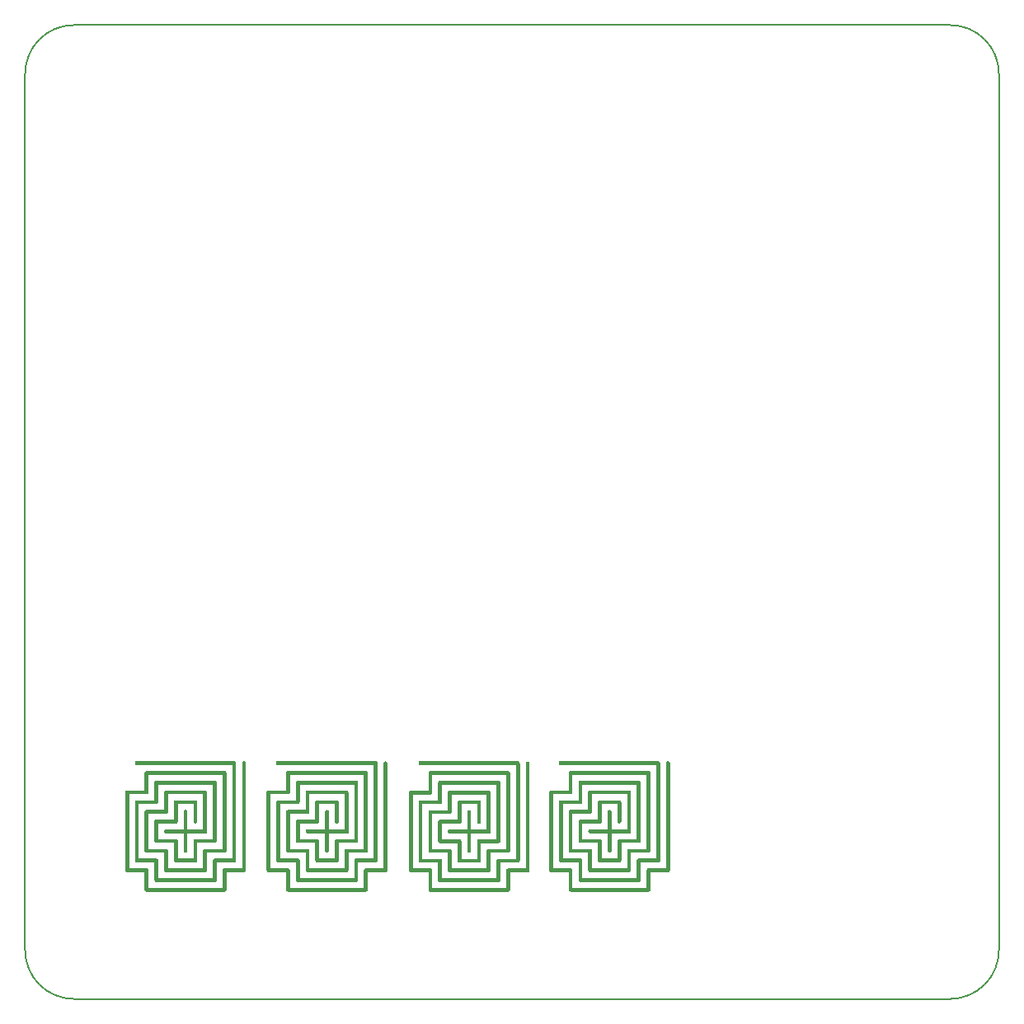
<source format=gbr>
%TF.GenerationSoftware,KiCad,Pcbnew,(5.1.6)-1*%
%TF.CreationDate,2021-04-12T23:45:43+02:00*%
%TF.ProjectId,08_Main_Gauche,30385f4d-6169-46e5-9f47-61756368652e,rev?*%
%TF.SameCoordinates,Original*%
%TF.FileFunction,Paste,Top*%
%TF.FilePolarity,Positive*%
%FSLAX46Y46*%
G04 Gerber Fmt 4.6, Leading zero omitted, Abs format (unit mm)*
G04 Created by KiCad (PCBNEW (5.1.6)-1) date 2021-04-12 23:45:43*
%MOMM*%
%LPD*%
G01*
G04 APERTURE LIST*
%TA.AperFunction,Profile*%
%ADD10C,0.150000*%
%TD*%
%ADD11C,0.100000*%
G04 APERTURE END LIST*
D10*
X180000000Y-55000000D02*
X195000000Y-55000000D01*
X157000000Y-55000000D02*
X180000000Y-55000000D01*
X195000000Y-55000000D02*
G75*
G02*
X200000000Y-60000000I0J-5000000D01*
G01*
X200000000Y-150000000D02*
G75*
G02*
X195000000Y-155000000I-5000000J0D01*
G01*
X105000000Y-155000000D02*
G75*
G02*
X100000000Y-150000000I0J5000000D01*
G01*
X100000000Y-60000000D02*
G75*
G02*
X105000000Y-55000000I5000000J0D01*
G01*
X100000000Y-150000000D02*
X100000000Y-60000000D01*
X195000000Y-155000000D02*
X105000000Y-155000000D01*
X200000000Y-60000000D02*
X200000000Y-150000000D01*
X105000000Y-55000000D02*
X157000000Y-55000000D01*
D11*
%TO.C,SW25*%
G36*
X110275009Y-133793696D02*
G01*
X110275005Y-133793604D01*
X110275010Y-133793512D01*
X110275019Y-133792208D01*
X110275595Y-133783051D01*
X110276096Y-133774094D01*
X110276202Y-133773412D01*
X110276246Y-133772706D01*
X110277710Y-133763669D01*
X110279085Y-133754784D01*
X110279258Y-133754111D01*
X110279370Y-133753418D01*
X110281684Y-133744660D01*
X110283944Y-133735858D01*
X110284185Y-133735196D01*
X110284362Y-133734526D01*
X110287498Y-133726093D01*
X110290627Y-133717497D01*
X110290931Y-133716862D01*
X110291173Y-133716212D01*
X110295118Y-133708123D01*
X110299070Y-133699875D01*
X110299435Y-133699272D01*
X110299739Y-133698649D01*
X110304452Y-133690989D01*
X110309192Y-133683161D01*
X110309615Y-133682596D01*
X110309977Y-133682007D01*
X110315433Y-133674819D01*
X110320897Y-133667515D01*
X110321368Y-133666999D01*
X110321791Y-133666442D01*
X110327983Y-133659755D01*
X110334073Y-133653086D01*
X110334588Y-133652622D01*
X110335067Y-133652105D01*
X110341897Y-133646041D01*
X110348594Y-133640011D01*
X110349154Y-133639598D01*
X110349679Y-133639132D01*
X110357080Y-133633755D01*
X110364322Y-133628416D01*
X110364916Y-133628062D01*
X110365487Y-133627647D01*
X110373345Y-133623037D01*
X110381106Y-133618410D01*
X110381739Y-133618112D01*
X110382341Y-133617759D01*
X110390590Y-133613947D01*
X110398786Y-133610091D01*
X110399441Y-133609858D01*
X110400079Y-133609563D01*
X110408677Y-133606569D01*
X110417194Y-133603536D01*
X110417871Y-133603367D01*
X110418532Y-133603137D01*
X110427327Y-133601010D01*
X110436153Y-133598809D01*
X110436849Y-133598706D01*
X110437524Y-133598543D01*
X110446516Y-133597279D01*
X110455483Y-133595955D01*
X110456175Y-133595921D01*
X110456873Y-133595823D01*
X110465972Y-133595442D01*
X110475000Y-133595000D01*
X112275000Y-133595000D01*
X112275000Y-131795000D01*
X112275009Y-131793696D01*
X112275005Y-131793604D01*
X112275010Y-131793512D01*
X112275019Y-131792208D01*
X112275595Y-131783051D01*
X112276096Y-131774094D01*
X112276202Y-131773412D01*
X112276246Y-131772706D01*
X112277710Y-131763669D01*
X112279085Y-131754784D01*
X112279258Y-131754111D01*
X112279370Y-131753418D01*
X112281684Y-131744660D01*
X112283944Y-131735858D01*
X112284185Y-131735196D01*
X112284362Y-131734526D01*
X112287498Y-131726093D01*
X112290627Y-131717497D01*
X112290931Y-131716862D01*
X112291173Y-131716212D01*
X112295118Y-131708123D01*
X112299070Y-131699875D01*
X112299435Y-131699272D01*
X112299739Y-131698649D01*
X112304452Y-131690989D01*
X112309192Y-131683161D01*
X112309615Y-131682596D01*
X112309977Y-131682007D01*
X112315433Y-131674819D01*
X112320897Y-131667515D01*
X112321368Y-131666999D01*
X112321791Y-131666442D01*
X112327983Y-131659755D01*
X112334073Y-131653086D01*
X112334588Y-131652622D01*
X112335067Y-131652105D01*
X112341897Y-131646041D01*
X112348594Y-131640011D01*
X112349154Y-131639598D01*
X112349679Y-131639132D01*
X112357080Y-131633755D01*
X112364322Y-131628416D01*
X112364916Y-131628062D01*
X112365487Y-131627647D01*
X112373345Y-131623037D01*
X112381106Y-131618410D01*
X112381739Y-131618112D01*
X112382341Y-131617759D01*
X112390590Y-131613947D01*
X112398786Y-131610091D01*
X112399441Y-131609858D01*
X112400079Y-131609563D01*
X112408677Y-131606569D01*
X112417194Y-131603536D01*
X112417871Y-131603367D01*
X112418532Y-131603137D01*
X112427327Y-131601010D01*
X112436153Y-131598809D01*
X112436849Y-131598706D01*
X112437524Y-131598543D01*
X112446516Y-131597279D01*
X112455483Y-131595955D01*
X112456175Y-131595921D01*
X112456873Y-131595823D01*
X112465972Y-131595442D01*
X112475000Y-131595000D01*
X120475000Y-131595000D01*
X120476304Y-131595009D01*
X120476396Y-131595005D01*
X120476488Y-131595010D01*
X120477792Y-131595019D01*
X120486949Y-131595595D01*
X120495906Y-131596096D01*
X120496588Y-131596202D01*
X120497294Y-131596246D01*
X120506331Y-131597710D01*
X120515216Y-131599085D01*
X120515889Y-131599258D01*
X120516582Y-131599370D01*
X120525340Y-131601684D01*
X120534142Y-131603944D01*
X120534804Y-131604185D01*
X120535474Y-131604362D01*
X120543907Y-131607498D01*
X120552503Y-131610627D01*
X120553138Y-131610931D01*
X120553788Y-131611173D01*
X120561877Y-131615118D01*
X120570125Y-131619070D01*
X120570728Y-131619435D01*
X120571351Y-131619739D01*
X120579011Y-131624452D01*
X120586839Y-131629192D01*
X120587404Y-131629615D01*
X120587993Y-131629977D01*
X120595181Y-131635433D01*
X120602485Y-131640897D01*
X120603001Y-131641368D01*
X120603558Y-131641791D01*
X120610245Y-131647983D01*
X120616914Y-131654073D01*
X120617378Y-131654588D01*
X120617895Y-131655067D01*
X120623959Y-131661897D01*
X120629989Y-131668594D01*
X120630402Y-131669154D01*
X120630868Y-131669679D01*
X120636245Y-131677080D01*
X120641584Y-131684322D01*
X120641938Y-131684916D01*
X120642353Y-131685487D01*
X120646963Y-131693345D01*
X120651590Y-131701106D01*
X120651888Y-131701739D01*
X120652241Y-131702341D01*
X120656053Y-131710590D01*
X120659909Y-131718786D01*
X120660142Y-131719441D01*
X120660437Y-131720079D01*
X120663431Y-131728677D01*
X120666464Y-131737194D01*
X120666633Y-131737871D01*
X120666863Y-131738532D01*
X120668990Y-131747327D01*
X120671191Y-131756153D01*
X120671294Y-131756849D01*
X120671457Y-131757524D01*
X120672721Y-131766516D01*
X120674045Y-131775483D01*
X120674079Y-131776175D01*
X120674177Y-131776873D01*
X120674558Y-131785972D01*
X120675000Y-131795000D01*
X120675000Y-139795000D01*
X120674991Y-139796304D01*
X120674995Y-139796396D01*
X120674990Y-139796488D01*
X120674981Y-139797792D01*
X120674405Y-139806949D01*
X120673904Y-139815906D01*
X120673798Y-139816588D01*
X120673754Y-139817294D01*
X120672290Y-139826331D01*
X120670915Y-139835216D01*
X120670742Y-139835889D01*
X120670630Y-139836582D01*
X120668316Y-139845340D01*
X120666056Y-139854142D01*
X120665815Y-139854804D01*
X120665638Y-139855474D01*
X120662502Y-139863907D01*
X120659373Y-139872503D01*
X120659069Y-139873138D01*
X120658827Y-139873788D01*
X120654882Y-139881877D01*
X120650930Y-139890125D01*
X120650565Y-139890728D01*
X120650261Y-139891351D01*
X120645548Y-139899011D01*
X120640808Y-139906839D01*
X120640385Y-139907404D01*
X120640023Y-139907993D01*
X120634567Y-139915181D01*
X120629103Y-139922485D01*
X120628632Y-139923001D01*
X120628209Y-139923558D01*
X120622017Y-139930245D01*
X120615927Y-139936914D01*
X120615412Y-139937378D01*
X120614933Y-139937895D01*
X120608103Y-139943959D01*
X120601406Y-139949989D01*
X120600846Y-139950402D01*
X120600321Y-139950868D01*
X120592920Y-139956245D01*
X120585678Y-139961584D01*
X120585084Y-139961938D01*
X120584513Y-139962353D01*
X120576655Y-139966963D01*
X120568894Y-139971590D01*
X120568261Y-139971888D01*
X120567659Y-139972241D01*
X120559410Y-139976053D01*
X120551214Y-139979909D01*
X120550559Y-139980142D01*
X120549921Y-139980437D01*
X120541323Y-139983431D01*
X120532806Y-139986464D01*
X120532129Y-139986633D01*
X120531468Y-139986863D01*
X120522673Y-139988990D01*
X120513847Y-139991191D01*
X120513151Y-139991294D01*
X120512476Y-139991457D01*
X120503484Y-139992721D01*
X120494517Y-139994045D01*
X120493825Y-139994079D01*
X120493127Y-139994177D01*
X120484028Y-139994558D01*
X120475000Y-139995000D01*
X118675000Y-139995000D01*
X118675000Y-141795000D01*
X118674991Y-141796304D01*
X118674995Y-141796396D01*
X118674990Y-141796488D01*
X118674981Y-141797792D01*
X118674405Y-141806949D01*
X118673904Y-141815906D01*
X118673798Y-141816588D01*
X118673754Y-141817294D01*
X118672290Y-141826331D01*
X118670915Y-141835216D01*
X118670742Y-141835889D01*
X118670630Y-141836582D01*
X118668316Y-141845340D01*
X118666056Y-141854142D01*
X118665815Y-141854804D01*
X118665638Y-141855474D01*
X118662502Y-141863907D01*
X118659373Y-141872503D01*
X118659069Y-141873138D01*
X118658827Y-141873788D01*
X118654882Y-141881877D01*
X118650930Y-141890125D01*
X118650565Y-141890728D01*
X118650261Y-141891351D01*
X118645548Y-141899011D01*
X118640808Y-141906839D01*
X118640385Y-141907404D01*
X118640023Y-141907993D01*
X118634567Y-141915181D01*
X118629103Y-141922485D01*
X118628632Y-141923001D01*
X118628209Y-141923558D01*
X118622017Y-141930245D01*
X118615927Y-141936914D01*
X118615412Y-141937378D01*
X118614933Y-141937895D01*
X118608103Y-141943959D01*
X118601406Y-141949989D01*
X118600846Y-141950402D01*
X118600321Y-141950868D01*
X118592920Y-141956245D01*
X118585678Y-141961584D01*
X118585084Y-141961938D01*
X118584513Y-141962353D01*
X118576655Y-141966963D01*
X118568894Y-141971590D01*
X118568261Y-141971888D01*
X118567659Y-141972241D01*
X118559410Y-141976053D01*
X118551214Y-141979909D01*
X118550559Y-141980142D01*
X118549921Y-141980437D01*
X118541323Y-141983431D01*
X118532806Y-141986464D01*
X118532129Y-141986633D01*
X118531468Y-141986863D01*
X118522673Y-141988990D01*
X118513847Y-141991191D01*
X118513151Y-141991294D01*
X118512476Y-141991457D01*
X118503484Y-141992721D01*
X118494517Y-141994045D01*
X118493825Y-141994079D01*
X118493127Y-141994177D01*
X118484028Y-141994558D01*
X118475000Y-141995000D01*
X114475000Y-141995000D01*
X114473696Y-141994991D01*
X114473604Y-141994995D01*
X114473512Y-141994990D01*
X114472208Y-141994981D01*
X114463051Y-141994405D01*
X114454094Y-141993904D01*
X114453412Y-141993798D01*
X114452706Y-141993754D01*
X114443669Y-141992290D01*
X114434784Y-141990915D01*
X114434111Y-141990742D01*
X114433418Y-141990630D01*
X114424660Y-141988316D01*
X114415858Y-141986056D01*
X114415196Y-141985815D01*
X114414526Y-141985638D01*
X114406093Y-141982502D01*
X114397497Y-141979373D01*
X114396862Y-141979069D01*
X114396212Y-141978827D01*
X114388123Y-141974882D01*
X114379875Y-141970930D01*
X114379272Y-141970565D01*
X114378649Y-141970261D01*
X114370989Y-141965548D01*
X114363161Y-141960808D01*
X114362596Y-141960385D01*
X114362007Y-141960023D01*
X114354819Y-141954567D01*
X114347515Y-141949103D01*
X114346999Y-141948632D01*
X114346442Y-141948209D01*
X114339755Y-141942017D01*
X114333086Y-141935927D01*
X114332622Y-141935412D01*
X114332105Y-141934933D01*
X114326041Y-141928103D01*
X114320011Y-141921406D01*
X114319598Y-141920846D01*
X114319132Y-141920321D01*
X114313755Y-141912920D01*
X114308416Y-141905678D01*
X114308062Y-141905084D01*
X114307647Y-141904513D01*
X114303037Y-141896655D01*
X114298410Y-141888894D01*
X114298112Y-141888261D01*
X114297759Y-141887659D01*
X114293947Y-141879410D01*
X114290091Y-141871214D01*
X114289858Y-141870559D01*
X114289563Y-141869921D01*
X114286569Y-141861323D01*
X114283536Y-141852806D01*
X114283367Y-141852129D01*
X114283137Y-141851468D01*
X114281010Y-141842673D01*
X114278809Y-141833847D01*
X114278706Y-141833151D01*
X114278543Y-141832476D01*
X114277279Y-141823484D01*
X114275955Y-141814517D01*
X114275921Y-141813825D01*
X114275823Y-141813127D01*
X114275442Y-141804028D01*
X114275000Y-141795000D01*
X114275000Y-139995000D01*
X112475000Y-139995000D01*
X112473696Y-139994991D01*
X112473604Y-139994995D01*
X112473512Y-139994990D01*
X112472208Y-139994981D01*
X112463051Y-139994405D01*
X112454094Y-139993904D01*
X112453412Y-139993798D01*
X112452706Y-139993754D01*
X112443669Y-139992290D01*
X112434784Y-139990915D01*
X112434111Y-139990742D01*
X112433418Y-139990630D01*
X112424660Y-139988316D01*
X112415858Y-139986056D01*
X112415196Y-139985815D01*
X112414526Y-139985638D01*
X112406093Y-139982502D01*
X112397497Y-139979373D01*
X112396862Y-139979069D01*
X112396212Y-139978827D01*
X112388123Y-139974882D01*
X112379875Y-139970930D01*
X112379272Y-139970565D01*
X112378649Y-139970261D01*
X112370989Y-139965548D01*
X112363161Y-139960808D01*
X112362596Y-139960385D01*
X112362007Y-139960023D01*
X112354819Y-139954567D01*
X112347515Y-139949103D01*
X112346999Y-139948632D01*
X112346442Y-139948209D01*
X112339755Y-139942017D01*
X112333086Y-139935927D01*
X112332622Y-139935412D01*
X112332105Y-139934933D01*
X112326041Y-139928103D01*
X112320011Y-139921406D01*
X112319598Y-139920846D01*
X112319132Y-139920321D01*
X112313755Y-139912920D01*
X112308416Y-139905678D01*
X112308062Y-139905084D01*
X112307647Y-139904513D01*
X112303037Y-139896655D01*
X112298410Y-139888894D01*
X112298112Y-139888261D01*
X112297759Y-139887659D01*
X112293947Y-139879410D01*
X112290091Y-139871214D01*
X112289858Y-139870559D01*
X112289563Y-139869921D01*
X112286569Y-139861323D01*
X112283536Y-139852806D01*
X112283367Y-139852129D01*
X112283137Y-139851468D01*
X112281010Y-139842673D01*
X112278809Y-139833847D01*
X112278706Y-139833151D01*
X112278543Y-139832476D01*
X112277279Y-139823484D01*
X112275955Y-139814517D01*
X112275921Y-139813825D01*
X112275823Y-139813127D01*
X112275442Y-139804028D01*
X112275000Y-139795000D01*
X112275000Y-135795000D01*
X112275009Y-135793696D01*
X112275005Y-135793604D01*
X112275010Y-135793512D01*
X112275019Y-135792208D01*
X112275595Y-135783051D01*
X112276096Y-135774094D01*
X112276202Y-135773412D01*
X112276246Y-135772706D01*
X112277710Y-135763669D01*
X112279085Y-135754784D01*
X112279258Y-135754111D01*
X112279370Y-135753418D01*
X112281684Y-135744660D01*
X112283944Y-135735858D01*
X112284185Y-135735196D01*
X112284362Y-135734526D01*
X112287498Y-135726093D01*
X112290627Y-135717497D01*
X112290931Y-135716862D01*
X112291173Y-135716212D01*
X112295118Y-135708123D01*
X112299070Y-135699875D01*
X112299435Y-135699272D01*
X112299739Y-135698649D01*
X112304452Y-135690989D01*
X112309192Y-135683161D01*
X112309615Y-135682596D01*
X112309977Y-135682007D01*
X112315433Y-135674819D01*
X112320897Y-135667515D01*
X112321368Y-135666999D01*
X112321791Y-135666442D01*
X112327983Y-135659755D01*
X112334073Y-135653086D01*
X112334588Y-135652622D01*
X112335067Y-135652105D01*
X112341897Y-135646041D01*
X112348594Y-135640011D01*
X112349154Y-135639598D01*
X112349679Y-135639132D01*
X112357080Y-135633755D01*
X112364322Y-135628416D01*
X112364916Y-135628062D01*
X112365487Y-135627647D01*
X112373345Y-135623037D01*
X112381106Y-135618410D01*
X112381739Y-135618112D01*
X112382341Y-135617759D01*
X112390590Y-135613947D01*
X112398786Y-135610091D01*
X112399441Y-135609858D01*
X112400079Y-135609563D01*
X112408677Y-135606569D01*
X112417194Y-135603536D01*
X112417871Y-135603367D01*
X112418532Y-135603137D01*
X112427327Y-135601010D01*
X112436153Y-135598809D01*
X112436849Y-135598706D01*
X112437524Y-135598543D01*
X112446516Y-135597279D01*
X112455483Y-135595955D01*
X112456175Y-135595921D01*
X112456873Y-135595823D01*
X112465972Y-135595442D01*
X112475000Y-135595000D01*
X114275000Y-135595000D01*
X114275000Y-133795000D01*
X114275009Y-133793696D01*
X114275005Y-133793604D01*
X114275010Y-133793512D01*
X114275019Y-133792208D01*
X114275595Y-133783051D01*
X114276096Y-133774094D01*
X114276202Y-133773412D01*
X114276246Y-133772706D01*
X114277710Y-133763669D01*
X114279085Y-133754784D01*
X114279258Y-133754111D01*
X114279370Y-133753418D01*
X114281684Y-133744660D01*
X114283944Y-133735858D01*
X114284185Y-133735196D01*
X114284362Y-133734526D01*
X114287498Y-133726093D01*
X114290627Y-133717497D01*
X114290931Y-133716862D01*
X114291173Y-133716212D01*
X114295118Y-133708123D01*
X114299070Y-133699875D01*
X114299435Y-133699272D01*
X114299739Y-133698649D01*
X114304452Y-133690989D01*
X114309192Y-133683161D01*
X114309615Y-133682596D01*
X114309977Y-133682007D01*
X114315433Y-133674819D01*
X114320897Y-133667515D01*
X114321368Y-133666999D01*
X114321791Y-133666442D01*
X114327983Y-133659755D01*
X114334073Y-133653086D01*
X114334588Y-133652622D01*
X114335067Y-133652105D01*
X114341897Y-133646041D01*
X114348594Y-133640011D01*
X114349154Y-133639598D01*
X114349679Y-133639132D01*
X114357080Y-133633755D01*
X114364322Y-133628416D01*
X114364916Y-133628062D01*
X114365487Y-133627647D01*
X114373345Y-133623037D01*
X114381106Y-133618410D01*
X114381739Y-133618112D01*
X114382341Y-133617759D01*
X114390590Y-133613947D01*
X114398786Y-133610091D01*
X114399441Y-133609858D01*
X114400079Y-133609563D01*
X114408677Y-133606569D01*
X114417194Y-133603536D01*
X114417871Y-133603367D01*
X114418532Y-133603137D01*
X114427327Y-133601010D01*
X114436153Y-133598809D01*
X114436849Y-133598706D01*
X114437524Y-133598543D01*
X114446516Y-133597279D01*
X114455483Y-133595955D01*
X114456175Y-133595921D01*
X114456873Y-133595823D01*
X114465972Y-133595442D01*
X114475000Y-133595000D01*
X118475000Y-133595000D01*
X118476304Y-133595009D01*
X118476396Y-133595005D01*
X118476488Y-133595010D01*
X118477792Y-133595019D01*
X118486949Y-133595595D01*
X118495906Y-133596096D01*
X118496588Y-133596202D01*
X118497294Y-133596246D01*
X118506331Y-133597710D01*
X118515216Y-133599085D01*
X118515889Y-133599258D01*
X118516582Y-133599370D01*
X118525340Y-133601684D01*
X118534142Y-133603944D01*
X118534804Y-133604185D01*
X118535474Y-133604362D01*
X118543907Y-133607498D01*
X118552503Y-133610627D01*
X118553138Y-133610931D01*
X118553788Y-133611173D01*
X118561877Y-133615118D01*
X118570125Y-133619070D01*
X118570728Y-133619435D01*
X118571351Y-133619739D01*
X118579011Y-133624452D01*
X118586839Y-133629192D01*
X118587404Y-133629615D01*
X118587993Y-133629977D01*
X118595181Y-133635433D01*
X118602485Y-133640897D01*
X118603001Y-133641368D01*
X118603558Y-133641791D01*
X118610245Y-133647983D01*
X118616914Y-133654073D01*
X118617378Y-133654588D01*
X118617895Y-133655067D01*
X118623959Y-133661897D01*
X118629989Y-133668594D01*
X118630402Y-133669154D01*
X118630868Y-133669679D01*
X118636245Y-133677080D01*
X118641584Y-133684322D01*
X118641938Y-133684916D01*
X118642353Y-133685487D01*
X118646963Y-133693345D01*
X118651590Y-133701106D01*
X118651888Y-133701739D01*
X118652241Y-133702341D01*
X118656053Y-133710590D01*
X118659909Y-133718786D01*
X118660142Y-133719441D01*
X118660437Y-133720079D01*
X118663431Y-133728677D01*
X118666464Y-133737194D01*
X118666633Y-133737871D01*
X118666863Y-133738532D01*
X118668990Y-133747327D01*
X118671191Y-133756153D01*
X118671294Y-133756849D01*
X118671457Y-133757524D01*
X118672721Y-133766516D01*
X118674045Y-133775483D01*
X118674079Y-133776175D01*
X118674177Y-133776873D01*
X118674558Y-133785972D01*
X118675000Y-133795000D01*
X118675000Y-137995000D01*
X116675000Y-137995000D01*
X116675000Y-139795000D01*
X116674981Y-139797792D01*
X116673754Y-139817294D01*
X116670630Y-139836582D01*
X116665638Y-139855474D01*
X116658827Y-139873788D01*
X116650261Y-139891351D01*
X116640023Y-139907993D01*
X116628209Y-139923558D01*
X116614933Y-139937895D01*
X116600321Y-139950868D01*
X116584513Y-139962353D01*
X116567659Y-139972241D01*
X116549921Y-139980437D01*
X116531468Y-139986863D01*
X116512476Y-139991457D01*
X116493127Y-139994177D01*
X116473604Y-139994995D01*
X116454094Y-139993904D01*
X116434784Y-139990915D01*
X116415858Y-139986056D01*
X116397497Y-139979373D01*
X116379875Y-139970930D01*
X116363161Y-139960808D01*
X116347515Y-139949103D01*
X116333086Y-139935927D01*
X116320011Y-139921406D01*
X116308416Y-139905678D01*
X116298410Y-139888894D01*
X116290091Y-139871214D01*
X116283536Y-139852806D01*
X116278809Y-139833847D01*
X116275955Y-139814517D01*
X116275000Y-139795000D01*
X116275000Y-137995000D01*
X114475000Y-137995000D01*
X114472208Y-137994981D01*
X114452706Y-137993754D01*
X114433418Y-137990630D01*
X114414526Y-137985638D01*
X114396212Y-137978827D01*
X114378649Y-137970261D01*
X114362007Y-137960023D01*
X114346442Y-137948209D01*
X114332105Y-137934933D01*
X114319132Y-137920321D01*
X114307647Y-137904513D01*
X114297759Y-137887659D01*
X114289563Y-137869921D01*
X114283137Y-137851468D01*
X114278543Y-137832476D01*
X114275823Y-137813127D01*
X114275005Y-137793604D01*
X114276096Y-137774094D01*
X114279085Y-137754784D01*
X114283944Y-137735858D01*
X114290627Y-137717497D01*
X114299070Y-137699875D01*
X114309192Y-137683161D01*
X114320897Y-137667515D01*
X114334073Y-137653086D01*
X114348594Y-137640011D01*
X114364322Y-137628416D01*
X114381106Y-137618410D01*
X114398786Y-137610091D01*
X114417194Y-137603536D01*
X114436153Y-137598809D01*
X114455483Y-137595955D01*
X114475000Y-137595000D01*
X116275000Y-137595000D01*
X116275000Y-135795000D01*
X116275019Y-135792208D01*
X116276246Y-135772706D01*
X116279370Y-135753418D01*
X116284362Y-135734526D01*
X116291173Y-135716212D01*
X116299739Y-135698649D01*
X116309977Y-135682007D01*
X116321791Y-135666442D01*
X116335067Y-135652105D01*
X116349679Y-135639132D01*
X116365487Y-135627647D01*
X116382341Y-135617759D01*
X116400079Y-135609563D01*
X116418532Y-135603137D01*
X116437524Y-135598543D01*
X116456873Y-135595823D01*
X116476396Y-135595005D01*
X116495906Y-135596096D01*
X116515216Y-135599085D01*
X116534142Y-135603944D01*
X116552503Y-135610627D01*
X116570125Y-135619070D01*
X116586839Y-135629192D01*
X116602485Y-135640897D01*
X116616914Y-135654073D01*
X116629989Y-135668594D01*
X116641584Y-135684322D01*
X116651590Y-135701106D01*
X116659909Y-135718786D01*
X116666464Y-135737194D01*
X116671191Y-135756153D01*
X116674045Y-135775483D01*
X116675000Y-135795000D01*
X116675000Y-137595000D01*
X118275000Y-137595000D01*
X118275000Y-133995000D01*
X114675000Y-133995000D01*
X114675000Y-135795000D01*
X114674991Y-135796304D01*
X114674995Y-135796396D01*
X114674990Y-135796488D01*
X114674981Y-135797792D01*
X114674405Y-135806949D01*
X114673904Y-135815906D01*
X114673798Y-135816588D01*
X114673754Y-135817294D01*
X114672290Y-135826331D01*
X114670915Y-135835216D01*
X114670742Y-135835889D01*
X114670630Y-135836582D01*
X114668316Y-135845340D01*
X114666056Y-135854142D01*
X114665815Y-135854804D01*
X114665638Y-135855474D01*
X114662502Y-135863907D01*
X114659373Y-135872503D01*
X114659069Y-135873138D01*
X114658827Y-135873788D01*
X114654882Y-135881877D01*
X114650930Y-135890125D01*
X114650565Y-135890728D01*
X114650261Y-135891351D01*
X114645548Y-135899011D01*
X114640808Y-135906839D01*
X114640385Y-135907404D01*
X114640023Y-135907993D01*
X114634567Y-135915181D01*
X114629103Y-135922485D01*
X114628632Y-135923001D01*
X114628209Y-135923558D01*
X114622017Y-135930245D01*
X114615927Y-135936914D01*
X114615412Y-135937378D01*
X114614933Y-135937895D01*
X114608103Y-135943959D01*
X114601406Y-135949989D01*
X114600846Y-135950402D01*
X114600321Y-135950868D01*
X114592920Y-135956245D01*
X114585678Y-135961584D01*
X114585084Y-135961938D01*
X114584513Y-135962353D01*
X114576655Y-135966963D01*
X114568894Y-135971590D01*
X114568261Y-135971888D01*
X114567659Y-135972241D01*
X114559410Y-135976053D01*
X114551214Y-135979909D01*
X114550559Y-135980142D01*
X114549921Y-135980437D01*
X114541323Y-135983431D01*
X114532806Y-135986464D01*
X114532129Y-135986633D01*
X114531468Y-135986863D01*
X114522673Y-135988990D01*
X114513847Y-135991191D01*
X114513151Y-135991294D01*
X114512476Y-135991457D01*
X114503484Y-135992721D01*
X114494517Y-135994045D01*
X114493825Y-135994079D01*
X114493127Y-135994177D01*
X114484028Y-135994558D01*
X114475000Y-135995000D01*
X112675000Y-135995000D01*
X112675000Y-139595000D01*
X114475000Y-139595000D01*
X114476304Y-139595009D01*
X114476396Y-139595005D01*
X114476488Y-139595010D01*
X114477792Y-139595019D01*
X114486949Y-139595595D01*
X114495906Y-139596096D01*
X114496588Y-139596202D01*
X114497294Y-139596246D01*
X114506331Y-139597710D01*
X114515216Y-139599085D01*
X114515889Y-139599258D01*
X114516582Y-139599370D01*
X114525340Y-139601684D01*
X114534142Y-139603944D01*
X114534804Y-139604185D01*
X114535474Y-139604362D01*
X114543907Y-139607498D01*
X114552503Y-139610627D01*
X114553138Y-139610931D01*
X114553788Y-139611173D01*
X114561877Y-139615118D01*
X114570125Y-139619070D01*
X114570728Y-139619435D01*
X114571351Y-139619739D01*
X114579011Y-139624452D01*
X114586839Y-139629192D01*
X114587404Y-139629615D01*
X114587993Y-139629977D01*
X114595181Y-139635433D01*
X114602485Y-139640897D01*
X114603001Y-139641368D01*
X114603558Y-139641791D01*
X114610245Y-139647983D01*
X114616914Y-139654073D01*
X114617378Y-139654588D01*
X114617895Y-139655067D01*
X114623959Y-139661897D01*
X114629989Y-139668594D01*
X114630402Y-139669154D01*
X114630868Y-139669679D01*
X114636245Y-139677080D01*
X114641584Y-139684322D01*
X114641938Y-139684916D01*
X114642353Y-139685487D01*
X114646963Y-139693345D01*
X114651590Y-139701106D01*
X114651888Y-139701739D01*
X114652241Y-139702341D01*
X114656053Y-139710590D01*
X114659909Y-139718786D01*
X114660142Y-139719441D01*
X114660437Y-139720079D01*
X114663431Y-139728677D01*
X114666464Y-139737194D01*
X114666633Y-139737871D01*
X114666863Y-139738532D01*
X114668990Y-139747327D01*
X114671191Y-139756153D01*
X114671294Y-139756849D01*
X114671457Y-139757524D01*
X114672721Y-139766516D01*
X114674045Y-139775483D01*
X114674079Y-139776175D01*
X114674177Y-139776873D01*
X114674558Y-139785972D01*
X114675000Y-139795000D01*
X114675000Y-141595000D01*
X118275000Y-141595000D01*
X118275000Y-139795000D01*
X118275009Y-139793696D01*
X118275005Y-139793604D01*
X118275010Y-139793512D01*
X118275019Y-139792208D01*
X118275595Y-139783051D01*
X118276096Y-139774094D01*
X118276202Y-139773412D01*
X118276246Y-139772706D01*
X118277710Y-139763669D01*
X118279085Y-139754784D01*
X118279258Y-139754111D01*
X118279370Y-139753418D01*
X118281684Y-139744660D01*
X118283944Y-139735858D01*
X118284185Y-139735196D01*
X118284362Y-139734526D01*
X118287498Y-139726093D01*
X118290627Y-139717497D01*
X118290931Y-139716862D01*
X118291173Y-139716212D01*
X118295118Y-139708123D01*
X118299070Y-139699875D01*
X118299435Y-139699272D01*
X118299739Y-139698649D01*
X118304452Y-139690989D01*
X118309192Y-139683161D01*
X118309615Y-139682596D01*
X118309977Y-139682007D01*
X118315433Y-139674819D01*
X118320897Y-139667515D01*
X118321368Y-139666999D01*
X118321791Y-139666442D01*
X118327983Y-139659755D01*
X118334073Y-139653086D01*
X118334588Y-139652622D01*
X118335067Y-139652105D01*
X118341897Y-139646041D01*
X118348594Y-139640011D01*
X118349154Y-139639598D01*
X118349679Y-139639132D01*
X118357080Y-139633755D01*
X118364322Y-139628416D01*
X118364916Y-139628062D01*
X118365487Y-139627647D01*
X118373345Y-139623037D01*
X118381106Y-139618410D01*
X118381739Y-139618112D01*
X118382341Y-139617759D01*
X118390590Y-139613947D01*
X118398786Y-139610091D01*
X118399441Y-139609858D01*
X118400079Y-139609563D01*
X118408677Y-139606569D01*
X118417194Y-139603536D01*
X118417871Y-139603367D01*
X118418532Y-139603137D01*
X118427327Y-139601010D01*
X118436153Y-139598809D01*
X118436849Y-139598706D01*
X118437524Y-139598543D01*
X118446516Y-139597279D01*
X118455483Y-139595955D01*
X118456175Y-139595921D01*
X118456873Y-139595823D01*
X118465972Y-139595442D01*
X118475000Y-139595000D01*
X120275000Y-139595000D01*
X120275000Y-131995000D01*
X112675000Y-131995000D01*
X112675000Y-133795000D01*
X112674991Y-133796304D01*
X112674995Y-133796396D01*
X112674990Y-133796488D01*
X112674981Y-133797792D01*
X112674405Y-133806949D01*
X112673904Y-133815906D01*
X112673798Y-133816588D01*
X112673754Y-133817294D01*
X112672290Y-133826331D01*
X112670915Y-133835216D01*
X112670742Y-133835889D01*
X112670630Y-133836582D01*
X112668316Y-133845340D01*
X112666056Y-133854142D01*
X112665815Y-133854804D01*
X112665638Y-133855474D01*
X112662502Y-133863907D01*
X112659373Y-133872503D01*
X112659069Y-133873138D01*
X112658827Y-133873788D01*
X112654882Y-133881877D01*
X112650930Y-133890125D01*
X112650565Y-133890728D01*
X112650261Y-133891351D01*
X112645548Y-133899011D01*
X112640808Y-133906839D01*
X112640385Y-133907404D01*
X112640023Y-133907993D01*
X112634567Y-133915181D01*
X112629103Y-133922485D01*
X112628632Y-133923001D01*
X112628209Y-133923558D01*
X112622017Y-133930245D01*
X112615927Y-133936914D01*
X112615412Y-133937378D01*
X112614933Y-133937895D01*
X112608103Y-133943959D01*
X112601406Y-133949989D01*
X112600846Y-133950402D01*
X112600321Y-133950868D01*
X112592920Y-133956245D01*
X112585678Y-133961584D01*
X112585084Y-133961938D01*
X112584513Y-133962353D01*
X112576655Y-133966963D01*
X112568894Y-133971590D01*
X112568261Y-133971888D01*
X112567659Y-133972241D01*
X112559410Y-133976053D01*
X112551214Y-133979909D01*
X112550559Y-133980142D01*
X112549921Y-133980437D01*
X112541323Y-133983431D01*
X112532806Y-133986464D01*
X112532129Y-133986633D01*
X112531468Y-133986863D01*
X112522673Y-133988990D01*
X112513847Y-133991191D01*
X112513151Y-133991294D01*
X112512476Y-133991457D01*
X112503484Y-133992721D01*
X112494517Y-133994045D01*
X112493825Y-133994079D01*
X112493127Y-133994177D01*
X112484028Y-133994558D01*
X112475000Y-133995000D01*
X110675000Y-133995000D01*
X110675000Y-141595000D01*
X112475000Y-141595000D01*
X112476304Y-141595009D01*
X112476396Y-141595005D01*
X112476488Y-141595010D01*
X112477792Y-141595019D01*
X112486949Y-141595595D01*
X112495906Y-141596096D01*
X112496588Y-141596202D01*
X112497294Y-141596246D01*
X112506331Y-141597710D01*
X112515216Y-141599085D01*
X112515889Y-141599258D01*
X112516582Y-141599370D01*
X112525340Y-141601684D01*
X112534142Y-141603944D01*
X112534804Y-141604185D01*
X112535474Y-141604362D01*
X112543907Y-141607498D01*
X112552503Y-141610627D01*
X112553138Y-141610931D01*
X112553788Y-141611173D01*
X112561877Y-141615118D01*
X112570125Y-141619070D01*
X112570728Y-141619435D01*
X112571351Y-141619739D01*
X112579011Y-141624452D01*
X112586839Y-141629192D01*
X112587404Y-141629615D01*
X112587993Y-141629977D01*
X112595181Y-141635433D01*
X112602485Y-141640897D01*
X112603001Y-141641368D01*
X112603558Y-141641791D01*
X112610245Y-141647983D01*
X112616914Y-141654073D01*
X112617378Y-141654588D01*
X112617895Y-141655067D01*
X112623959Y-141661897D01*
X112629989Y-141668594D01*
X112630402Y-141669154D01*
X112630868Y-141669679D01*
X112636245Y-141677080D01*
X112641584Y-141684322D01*
X112641938Y-141684916D01*
X112642353Y-141685487D01*
X112646963Y-141693345D01*
X112651590Y-141701106D01*
X112651888Y-141701739D01*
X112652241Y-141702341D01*
X112656053Y-141710590D01*
X112659909Y-141718786D01*
X112660142Y-141719441D01*
X112660437Y-141720079D01*
X112663431Y-141728677D01*
X112666464Y-141737194D01*
X112666633Y-141737871D01*
X112666863Y-141738532D01*
X112668990Y-141747327D01*
X112671191Y-141756153D01*
X112671294Y-141756849D01*
X112671457Y-141757524D01*
X112672721Y-141766516D01*
X112674045Y-141775483D01*
X112674079Y-141776175D01*
X112674177Y-141776873D01*
X112674558Y-141785972D01*
X112675000Y-141795000D01*
X112675000Y-143595000D01*
X120275000Y-143595000D01*
X120275000Y-141795000D01*
X120275009Y-141793696D01*
X120275005Y-141793604D01*
X120275010Y-141793512D01*
X120275019Y-141792208D01*
X120275595Y-141783051D01*
X120276096Y-141774094D01*
X120276202Y-141773412D01*
X120276246Y-141772706D01*
X120277710Y-141763669D01*
X120279085Y-141754784D01*
X120279258Y-141754111D01*
X120279370Y-141753418D01*
X120281684Y-141744660D01*
X120283944Y-141735858D01*
X120284185Y-141735196D01*
X120284362Y-141734526D01*
X120287498Y-141726093D01*
X120290627Y-141717497D01*
X120290931Y-141716862D01*
X120291173Y-141716212D01*
X120295118Y-141708123D01*
X120299070Y-141699875D01*
X120299435Y-141699272D01*
X120299739Y-141698649D01*
X120304452Y-141690989D01*
X120309192Y-141683161D01*
X120309615Y-141682596D01*
X120309977Y-141682007D01*
X120315433Y-141674819D01*
X120320897Y-141667515D01*
X120321368Y-141666999D01*
X120321791Y-141666442D01*
X120327983Y-141659755D01*
X120334073Y-141653086D01*
X120334588Y-141652622D01*
X120335067Y-141652105D01*
X120341897Y-141646041D01*
X120348594Y-141640011D01*
X120349154Y-141639598D01*
X120349679Y-141639132D01*
X120357080Y-141633755D01*
X120364322Y-141628416D01*
X120364916Y-141628062D01*
X120365487Y-141627647D01*
X120373345Y-141623037D01*
X120381106Y-141618410D01*
X120381739Y-141618112D01*
X120382341Y-141617759D01*
X120390590Y-141613947D01*
X120398786Y-141610091D01*
X120399441Y-141609858D01*
X120400079Y-141609563D01*
X120408677Y-141606569D01*
X120417194Y-141603536D01*
X120417871Y-141603367D01*
X120418532Y-141603137D01*
X120427327Y-141601010D01*
X120436153Y-141598809D01*
X120436849Y-141598706D01*
X120437524Y-141598543D01*
X120446516Y-141597279D01*
X120455483Y-141595955D01*
X120456175Y-141595921D01*
X120456873Y-141595823D01*
X120465972Y-141595442D01*
X120475000Y-141595000D01*
X122275000Y-141595000D01*
X122275000Y-130795000D01*
X122275019Y-130792208D01*
X122276246Y-130772706D01*
X122279370Y-130753418D01*
X122284362Y-130734526D01*
X122291173Y-130716212D01*
X122299739Y-130698649D01*
X122309977Y-130682007D01*
X122321791Y-130666442D01*
X122335067Y-130652105D01*
X122349679Y-130639132D01*
X122365487Y-130627647D01*
X122382341Y-130617759D01*
X122400079Y-130609563D01*
X122418532Y-130603137D01*
X122437524Y-130598543D01*
X122456873Y-130595823D01*
X122476396Y-130595005D01*
X122495906Y-130596096D01*
X122515216Y-130599085D01*
X122534142Y-130603944D01*
X122552503Y-130610627D01*
X122570125Y-130619070D01*
X122586839Y-130629192D01*
X122602485Y-130640897D01*
X122616914Y-130654073D01*
X122629989Y-130668594D01*
X122641584Y-130684322D01*
X122651590Y-130701106D01*
X122659909Y-130718786D01*
X122666464Y-130737194D01*
X122671191Y-130756153D01*
X122674045Y-130775483D01*
X122675000Y-130795000D01*
X122675000Y-141795000D01*
X122674991Y-141796304D01*
X122674995Y-141796396D01*
X122674990Y-141796488D01*
X122674981Y-141797792D01*
X122674405Y-141806949D01*
X122673904Y-141815906D01*
X122673798Y-141816588D01*
X122673754Y-141817294D01*
X122672290Y-141826331D01*
X122670915Y-141835216D01*
X122670742Y-141835889D01*
X122670630Y-141836582D01*
X122668316Y-141845340D01*
X122666056Y-141854142D01*
X122665815Y-141854804D01*
X122665638Y-141855474D01*
X122662502Y-141863907D01*
X122659373Y-141872503D01*
X122659069Y-141873138D01*
X122658827Y-141873788D01*
X122654882Y-141881877D01*
X122650930Y-141890125D01*
X122650565Y-141890728D01*
X122650261Y-141891351D01*
X122645548Y-141899011D01*
X122640808Y-141906839D01*
X122640385Y-141907404D01*
X122640023Y-141907993D01*
X122634567Y-141915181D01*
X122629103Y-141922485D01*
X122628632Y-141923001D01*
X122628209Y-141923558D01*
X122622017Y-141930245D01*
X122615927Y-141936914D01*
X122615412Y-141937378D01*
X122614933Y-141937895D01*
X122608103Y-141943959D01*
X122601406Y-141949989D01*
X122600846Y-141950402D01*
X122600321Y-141950868D01*
X122592920Y-141956245D01*
X122585678Y-141961584D01*
X122585084Y-141961938D01*
X122584513Y-141962353D01*
X122576655Y-141966963D01*
X122568894Y-141971590D01*
X122568261Y-141971888D01*
X122567659Y-141972241D01*
X122559410Y-141976053D01*
X122551214Y-141979909D01*
X122550559Y-141980142D01*
X122549921Y-141980437D01*
X122541323Y-141983431D01*
X122532806Y-141986464D01*
X122532129Y-141986633D01*
X122531468Y-141986863D01*
X122522673Y-141988990D01*
X122513847Y-141991191D01*
X122513151Y-141991294D01*
X122512476Y-141991457D01*
X122503484Y-141992721D01*
X122494517Y-141994045D01*
X122493825Y-141994079D01*
X122493127Y-141994177D01*
X122484028Y-141994558D01*
X122475000Y-141995000D01*
X120675000Y-141995000D01*
X120675000Y-143795000D01*
X120674991Y-143796304D01*
X120674995Y-143796396D01*
X120674990Y-143796488D01*
X120674981Y-143797792D01*
X120674405Y-143806949D01*
X120673904Y-143815906D01*
X120673798Y-143816588D01*
X120673754Y-143817294D01*
X120672290Y-143826331D01*
X120670915Y-143835216D01*
X120670742Y-143835889D01*
X120670630Y-143836582D01*
X120668316Y-143845340D01*
X120666056Y-143854142D01*
X120665815Y-143854804D01*
X120665638Y-143855474D01*
X120662502Y-143863907D01*
X120659373Y-143872503D01*
X120659069Y-143873138D01*
X120658827Y-143873788D01*
X120654882Y-143881877D01*
X120650930Y-143890125D01*
X120650565Y-143890728D01*
X120650261Y-143891351D01*
X120645548Y-143899011D01*
X120640808Y-143906839D01*
X120640385Y-143907404D01*
X120640023Y-143907993D01*
X120634567Y-143915181D01*
X120629103Y-143922485D01*
X120628632Y-143923001D01*
X120628209Y-143923558D01*
X120622017Y-143930245D01*
X120615927Y-143936914D01*
X120615412Y-143937378D01*
X120614933Y-143937895D01*
X120608103Y-143943959D01*
X120601406Y-143949989D01*
X120600846Y-143950402D01*
X120600321Y-143950868D01*
X120592920Y-143956245D01*
X120585678Y-143961584D01*
X120585084Y-143961938D01*
X120584513Y-143962353D01*
X120576655Y-143966963D01*
X120568894Y-143971590D01*
X120568261Y-143971888D01*
X120567659Y-143972241D01*
X120559410Y-143976053D01*
X120551214Y-143979909D01*
X120550559Y-143980142D01*
X120549921Y-143980437D01*
X120541323Y-143983431D01*
X120532806Y-143986464D01*
X120532129Y-143986633D01*
X120531468Y-143986863D01*
X120522673Y-143988990D01*
X120513847Y-143991191D01*
X120513151Y-143991294D01*
X120512476Y-143991457D01*
X120503484Y-143992721D01*
X120494517Y-143994045D01*
X120493825Y-143994079D01*
X120493127Y-143994177D01*
X120484028Y-143994558D01*
X120475000Y-143995000D01*
X112475000Y-143995000D01*
X112473696Y-143994991D01*
X112473604Y-143994995D01*
X112473512Y-143994990D01*
X112472208Y-143994981D01*
X112463051Y-143994405D01*
X112454094Y-143993904D01*
X112453412Y-143993798D01*
X112452706Y-143993754D01*
X112443669Y-143992290D01*
X112434784Y-143990915D01*
X112434111Y-143990742D01*
X112433418Y-143990630D01*
X112424660Y-143988316D01*
X112415858Y-143986056D01*
X112415196Y-143985815D01*
X112414526Y-143985638D01*
X112406093Y-143982502D01*
X112397497Y-143979373D01*
X112396862Y-143979069D01*
X112396212Y-143978827D01*
X112388123Y-143974882D01*
X112379875Y-143970930D01*
X112379272Y-143970565D01*
X112378649Y-143970261D01*
X112370989Y-143965548D01*
X112363161Y-143960808D01*
X112362596Y-143960385D01*
X112362007Y-143960023D01*
X112354819Y-143954567D01*
X112347515Y-143949103D01*
X112346999Y-143948632D01*
X112346442Y-143948209D01*
X112339755Y-143942017D01*
X112333086Y-143935927D01*
X112332622Y-143935412D01*
X112332105Y-143934933D01*
X112326041Y-143928103D01*
X112320011Y-143921406D01*
X112319598Y-143920846D01*
X112319132Y-143920321D01*
X112313755Y-143912920D01*
X112308416Y-143905678D01*
X112308062Y-143905084D01*
X112307647Y-143904513D01*
X112303037Y-143896655D01*
X112298410Y-143888894D01*
X112298112Y-143888261D01*
X112297759Y-143887659D01*
X112293947Y-143879410D01*
X112290091Y-143871214D01*
X112289858Y-143870559D01*
X112289563Y-143869921D01*
X112286569Y-143861323D01*
X112283536Y-143852806D01*
X112283367Y-143852129D01*
X112283137Y-143851468D01*
X112281010Y-143842673D01*
X112278809Y-143833847D01*
X112278706Y-143833151D01*
X112278543Y-143832476D01*
X112277279Y-143823484D01*
X112275955Y-143814517D01*
X112275921Y-143813825D01*
X112275823Y-143813127D01*
X112275442Y-143804028D01*
X112275000Y-143795000D01*
X112275000Y-141995000D01*
X110475000Y-141995000D01*
X110473696Y-141994991D01*
X110473604Y-141994995D01*
X110473512Y-141994990D01*
X110472208Y-141994981D01*
X110463051Y-141994405D01*
X110454094Y-141993904D01*
X110453412Y-141993798D01*
X110452706Y-141993754D01*
X110443669Y-141992290D01*
X110434784Y-141990915D01*
X110434111Y-141990742D01*
X110433418Y-141990630D01*
X110424660Y-141988316D01*
X110415858Y-141986056D01*
X110415196Y-141985815D01*
X110414526Y-141985638D01*
X110406093Y-141982502D01*
X110397497Y-141979373D01*
X110396862Y-141979069D01*
X110396212Y-141978827D01*
X110388123Y-141974882D01*
X110379875Y-141970930D01*
X110379272Y-141970565D01*
X110378649Y-141970261D01*
X110370989Y-141965548D01*
X110363161Y-141960808D01*
X110362596Y-141960385D01*
X110362007Y-141960023D01*
X110354819Y-141954567D01*
X110347515Y-141949103D01*
X110346999Y-141948632D01*
X110346442Y-141948209D01*
X110339755Y-141942017D01*
X110333086Y-141935927D01*
X110332622Y-141935412D01*
X110332105Y-141934933D01*
X110326041Y-141928103D01*
X110320011Y-141921406D01*
X110319598Y-141920846D01*
X110319132Y-141920321D01*
X110313755Y-141912920D01*
X110308416Y-141905678D01*
X110308062Y-141905084D01*
X110307647Y-141904513D01*
X110303037Y-141896655D01*
X110298410Y-141888894D01*
X110298112Y-141888261D01*
X110297759Y-141887659D01*
X110293947Y-141879410D01*
X110290091Y-141871214D01*
X110289858Y-141870559D01*
X110289563Y-141869921D01*
X110286569Y-141861323D01*
X110283536Y-141852806D01*
X110283367Y-141852129D01*
X110283137Y-141851468D01*
X110281010Y-141842673D01*
X110278809Y-141833847D01*
X110278706Y-141833151D01*
X110278543Y-141832476D01*
X110277279Y-141823484D01*
X110275955Y-141814517D01*
X110275921Y-141813825D01*
X110275823Y-141813127D01*
X110275442Y-141804028D01*
X110275000Y-141795000D01*
X110275000Y-133795000D01*
X110275009Y-133793696D01*
G37*
G36*
X113473696Y-142994991D02*
G01*
X113473604Y-142994995D01*
X113473512Y-142994990D01*
X113472208Y-142994981D01*
X113463051Y-142994405D01*
X113454094Y-142993904D01*
X113453412Y-142993798D01*
X113452706Y-142993754D01*
X113443669Y-142992290D01*
X113434784Y-142990915D01*
X113434111Y-142990742D01*
X113433418Y-142990630D01*
X113424660Y-142988316D01*
X113415858Y-142986056D01*
X113415196Y-142985815D01*
X113414526Y-142985638D01*
X113406093Y-142982502D01*
X113397497Y-142979373D01*
X113396862Y-142979069D01*
X113396212Y-142978827D01*
X113388123Y-142974882D01*
X113379875Y-142970930D01*
X113379272Y-142970565D01*
X113378649Y-142970261D01*
X113370989Y-142965548D01*
X113363161Y-142960808D01*
X113362596Y-142960385D01*
X113362007Y-142960023D01*
X113354819Y-142954567D01*
X113347515Y-142949103D01*
X113346999Y-142948632D01*
X113346442Y-142948209D01*
X113339755Y-142942017D01*
X113333086Y-142935927D01*
X113332622Y-142935412D01*
X113332105Y-142934933D01*
X113326041Y-142928103D01*
X113320011Y-142921406D01*
X113319598Y-142920846D01*
X113319132Y-142920321D01*
X113313755Y-142912920D01*
X113308416Y-142905678D01*
X113308062Y-142905084D01*
X113307647Y-142904513D01*
X113303037Y-142896655D01*
X113298410Y-142888894D01*
X113298112Y-142888261D01*
X113297759Y-142887659D01*
X113293947Y-142879410D01*
X113290091Y-142871214D01*
X113289858Y-142870559D01*
X113289563Y-142869921D01*
X113286569Y-142861323D01*
X113283536Y-142852806D01*
X113283367Y-142852129D01*
X113283137Y-142851468D01*
X113281010Y-142842673D01*
X113278809Y-142833847D01*
X113278706Y-142833151D01*
X113278543Y-142832476D01*
X113277279Y-142823484D01*
X113275955Y-142814517D01*
X113275921Y-142813825D01*
X113275823Y-142813127D01*
X113275442Y-142804028D01*
X113275000Y-142795000D01*
X113275000Y-140995000D01*
X111475000Y-140995000D01*
X111473696Y-140994991D01*
X111473604Y-140994995D01*
X111473512Y-140994990D01*
X111472208Y-140994981D01*
X111463051Y-140994405D01*
X111454094Y-140993904D01*
X111453412Y-140993798D01*
X111452706Y-140993754D01*
X111443669Y-140992290D01*
X111434784Y-140990915D01*
X111434111Y-140990742D01*
X111433418Y-140990630D01*
X111424660Y-140988316D01*
X111415858Y-140986056D01*
X111415196Y-140985815D01*
X111414526Y-140985638D01*
X111406093Y-140982502D01*
X111397497Y-140979373D01*
X111396862Y-140979069D01*
X111396212Y-140978827D01*
X111388123Y-140974882D01*
X111379875Y-140970930D01*
X111379272Y-140970565D01*
X111378649Y-140970261D01*
X111370989Y-140965548D01*
X111363161Y-140960808D01*
X111362596Y-140960385D01*
X111362007Y-140960023D01*
X111354819Y-140954567D01*
X111347515Y-140949103D01*
X111346999Y-140948632D01*
X111346442Y-140948209D01*
X111339755Y-140942017D01*
X111333086Y-140935927D01*
X111332622Y-140935412D01*
X111332105Y-140934933D01*
X111326041Y-140928103D01*
X111320011Y-140921406D01*
X111319598Y-140920846D01*
X111319132Y-140920321D01*
X111313755Y-140912920D01*
X111308416Y-140905678D01*
X111308062Y-140905084D01*
X111307647Y-140904513D01*
X111303037Y-140896655D01*
X111298410Y-140888894D01*
X111298112Y-140888261D01*
X111297759Y-140887659D01*
X111293947Y-140879410D01*
X111290091Y-140871214D01*
X111289858Y-140870559D01*
X111289563Y-140869921D01*
X111286569Y-140861323D01*
X111283536Y-140852806D01*
X111283367Y-140852129D01*
X111283137Y-140851468D01*
X111281010Y-140842673D01*
X111278809Y-140833847D01*
X111278706Y-140833151D01*
X111278543Y-140832476D01*
X111277279Y-140823484D01*
X111275955Y-140814517D01*
X111275921Y-140813825D01*
X111275823Y-140813127D01*
X111275442Y-140804028D01*
X111275000Y-140795000D01*
X111275000Y-134795000D01*
X111275009Y-134793696D01*
X111275005Y-134793604D01*
X111275010Y-134793512D01*
X111275019Y-134792208D01*
X111275595Y-134783051D01*
X111276096Y-134774094D01*
X111276202Y-134773412D01*
X111276246Y-134772706D01*
X111277710Y-134763669D01*
X111279085Y-134754784D01*
X111279258Y-134754111D01*
X111279370Y-134753418D01*
X111281684Y-134744660D01*
X111283944Y-134735858D01*
X111284185Y-134735196D01*
X111284362Y-134734526D01*
X111287498Y-134726093D01*
X111290627Y-134717497D01*
X111290931Y-134716862D01*
X111291173Y-134716212D01*
X111295118Y-134708123D01*
X111299070Y-134699875D01*
X111299435Y-134699272D01*
X111299739Y-134698649D01*
X111304452Y-134690989D01*
X111309192Y-134683161D01*
X111309615Y-134682596D01*
X111309977Y-134682007D01*
X111315433Y-134674819D01*
X111320897Y-134667515D01*
X111321368Y-134666999D01*
X111321791Y-134666442D01*
X111327983Y-134659755D01*
X111334073Y-134653086D01*
X111334588Y-134652622D01*
X111335067Y-134652105D01*
X111341897Y-134646041D01*
X111348594Y-134640011D01*
X111349154Y-134639598D01*
X111349679Y-134639132D01*
X111357080Y-134633755D01*
X111364322Y-134628416D01*
X111364916Y-134628062D01*
X111365487Y-134627647D01*
X111373345Y-134623037D01*
X111381106Y-134618410D01*
X111381739Y-134618112D01*
X111382341Y-134617759D01*
X111390590Y-134613947D01*
X111398786Y-134610091D01*
X111399441Y-134609858D01*
X111400079Y-134609563D01*
X111408677Y-134606569D01*
X111417194Y-134603536D01*
X111417871Y-134603367D01*
X111418532Y-134603137D01*
X111427327Y-134601010D01*
X111436153Y-134598809D01*
X111436849Y-134598706D01*
X111437524Y-134598543D01*
X111446516Y-134597279D01*
X111455483Y-134595955D01*
X111456175Y-134595921D01*
X111456873Y-134595823D01*
X111465972Y-134595442D01*
X111475000Y-134595000D01*
X113275000Y-134595000D01*
X113275000Y-132795000D01*
X113275009Y-132793696D01*
X113275005Y-132793604D01*
X113275010Y-132793512D01*
X113275019Y-132792208D01*
X113275595Y-132783051D01*
X113276096Y-132774094D01*
X113276202Y-132773412D01*
X113276246Y-132772706D01*
X113277710Y-132763669D01*
X113279085Y-132754784D01*
X113279258Y-132754111D01*
X113279370Y-132753418D01*
X113281684Y-132744660D01*
X113283944Y-132735858D01*
X113284185Y-132735196D01*
X113284362Y-132734526D01*
X113287498Y-132726093D01*
X113290627Y-132717497D01*
X113290931Y-132716862D01*
X113291173Y-132716212D01*
X113295118Y-132708123D01*
X113299070Y-132699875D01*
X113299435Y-132699272D01*
X113299739Y-132698649D01*
X113304452Y-132690989D01*
X113309192Y-132683161D01*
X113309615Y-132682596D01*
X113309977Y-132682007D01*
X113315433Y-132674819D01*
X113320897Y-132667515D01*
X113321368Y-132666999D01*
X113321791Y-132666442D01*
X113327983Y-132659755D01*
X113334073Y-132653086D01*
X113334588Y-132652622D01*
X113335067Y-132652105D01*
X113341897Y-132646041D01*
X113348594Y-132640011D01*
X113349154Y-132639598D01*
X113349679Y-132639132D01*
X113357080Y-132633755D01*
X113364322Y-132628416D01*
X113364916Y-132628062D01*
X113365487Y-132627647D01*
X113373345Y-132623037D01*
X113381106Y-132618410D01*
X113381739Y-132618112D01*
X113382341Y-132617759D01*
X113390590Y-132613947D01*
X113398786Y-132610091D01*
X113399441Y-132609858D01*
X113400079Y-132609563D01*
X113408677Y-132606569D01*
X113417194Y-132603536D01*
X113417871Y-132603367D01*
X113418532Y-132603137D01*
X113427327Y-132601010D01*
X113436153Y-132598809D01*
X113436849Y-132598706D01*
X113437524Y-132598543D01*
X113446516Y-132597279D01*
X113455483Y-132595955D01*
X113456175Y-132595921D01*
X113456873Y-132595823D01*
X113465972Y-132595442D01*
X113475000Y-132595000D01*
X119475000Y-132595000D01*
X119476304Y-132595009D01*
X119476396Y-132595005D01*
X119476488Y-132595010D01*
X119477792Y-132595019D01*
X119486949Y-132595595D01*
X119495906Y-132596096D01*
X119496588Y-132596202D01*
X119497294Y-132596246D01*
X119506331Y-132597710D01*
X119515216Y-132599085D01*
X119515889Y-132599258D01*
X119516582Y-132599370D01*
X119525340Y-132601684D01*
X119534142Y-132603944D01*
X119534804Y-132604185D01*
X119535474Y-132604362D01*
X119543907Y-132607498D01*
X119552503Y-132610627D01*
X119553138Y-132610931D01*
X119553788Y-132611173D01*
X119561877Y-132615118D01*
X119570125Y-132619070D01*
X119570728Y-132619435D01*
X119571351Y-132619739D01*
X119579011Y-132624452D01*
X119586839Y-132629192D01*
X119587404Y-132629615D01*
X119587993Y-132629977D01*
X119595181Y-132635433D01*
X119602485Y-132640897D01*
X119603001Y-132641368D01*
X119603558Y-132641791D01*
X119610245Y-132647983D01*
X119616914Y-132654073D01*
X119617378Y-132654588D01*
X119617895Y-132655067D01*
X119623959Y-132661897D01*
X119629989Y-132668594D01*
X119630402Y-132669154D01*
X119630868Y-132669679D01*
X119636245Y-132677080D01*
X119641584Y-132684322D01*
X119641938Y-132684916D01*
X119642353Y-132685487D01*
X119646963Y-132693345D01*
X119651590Y-132701106D01*
X119651888Y-132701739D01*
X119652241Y-132702341D01*
X119656053Y-132710590D01*
X119659909Y-132718786D01*
X119660142Y-132719441D01*
X119660437Y-132720079D01*
X119663431Y-132728677D01*
X119666464Y-132737194D01*
X119666633Y-132737871D01*
X119666863Y-132738532D01*
X119668990Y-132747327D01*
X119671191Y-132756153D01*
X119671294Y-132756849D01*
X119671457Y-132757524D01*
X119672721Y-132766516D01*
X119674045Y-132775483D01*
X119674079Y-132776175D01*
X119674177Y-132776873D01*
X119674558Y-132785972D01*
X119675000Y-132795000D01*
X119675000Y-138795000D01*
X119674991Y-138796304D01*
X119674995Y-138796396D01*
X119674990Y-138796488D01*
X119674981Y-138797792D01*
X119674405Y-138806949D01*
X119673904Y-138815906D01*
X119673798Y-138816588D01*
X119673754Y-138817294D01*
X119672290Y-138826331D01*
X119670915Y-138835216D01*
X119670742Y-138835889D01*
X119670630Y-138836582D01*
X119668316Y-138845340D01*
X119666056Y-138854142D01*
X119665815Y-138854804D01*
X119665638Y-138855474D01*
X119662502Y-138863907D01*
X119659373Y-138872503D01*
X119659069Y-138873138D01*
X119658827Y-138873788D01*
X119654882Y-138881877D01*
X119650930Y-138890125D01*
X119650565Y-138890728D01*
X119650261Y-138891351D01*
X119645548Y-138899011D01*
X119640808Y-138906839D01*
X119640385Y-138907404D01*
X119640023Y-138907993D01*
X119634567Y-138915181D01*
X119629103Y-138922485D01*
X119628632Y-138923001D01*
X119628209Y-138923558D01*
X119622017Y-138930245D01*
X119615927Y-138936914D01*
X119615412Y-138937378D01*
X119614933Y-138937895D01*
X119608103Y-138943959D01*
X119601406Y-138949989D01*
X119600846Y-138950402D01*
X119600321Y-138950868D01*
X119592920Y-138956245D01*
X119585678Y-138961584D01*
X119585084Y-138961938D01*
X119584513Y-138962353D01*
X119576655Y-138966963D01*
X119568894Y-138971590D01*
X119568261Y-138971888D01*
X119567659Y-138972241D01*
X119559410Y-138976053D01*
X119551214Y-138979909D01*
X119550559Y-138980142D01*
X119549921Y-138980437D01*
X119541323Y-138983431D01*
X119532806Y-138986464D01*
X119532129Y-138986633D01*
X119531468Y-138986863D01*
X119522673Y-138988990D01*
X119513847Y-138991191D01*
X119513151Y-138991294D01*
X119512476Y-138991457D01*
X119503484Y-138992721D01*
X119494517Y-138994045D01*
X119493825Y-138994079D01*
X119493127Y-138994177D01*
X119484028Y-138994558D01*
X119475000Y-138995000D01*
X117675000Y-138995000D01*
X117675000Y-140795000D01*
X117674991Y-140796304D01*
X117674995Y-140796396D01*
X117674990Y-140796488D01*
X117674981Y-140797792D01*
X117674405Y-140806949D01*
X117673904Y-140815906D01*
X117673798Y-140816588D01*
X117673754Y-140817294D01*
X117672290Y-140826331D01*
X117670915Y-140835216D01*
X117670742Y-140835889D01*
X117670630Y-140836582D01*
X117668316Y-140845340D01*
X117666056Y-140854142D01*
X117665815Y-140854804D01*
X117665638Y-140855474D01*
X117662502Y-140863907D01*
X117659373Y-140872503D01*
X117659069Y-140873138D01*
X117658827Y-140873788D01*
X117654882Y-140881877D01*
X117650930Y-140890125D01*
X117650565Y-140890728D01*
X117650261Y-140891351D01*
X117645548Y-140899011D01*
X117640808Y-140906839D01*
X117640385Y-140907404D01*
X117640023Y-140907993D01*
X117634567Y-140915181D01*
X117629103Y-140922485D01*
X117628632Y-140923001D01*
X117628209Y-140923558D01*
X117622017Y-140930245D01*
X117615927Y-140936914D01*
X117615412Y-140937378D01*
X117614933Y-140937895D01*
X117608103Y-140943959D01*
X117601406Y-140949989D01*
X117600846Y-140950402D01*
X117600321Y-140950868D01*
X117592920Y-140956245D01*
X117585678Y-140961584D01*
X117585084Y-140961938D01*
X117584513Y-140962353D01*
X117576655Y-140966963D01*
X117568894Y-140971590D01*
X117568261Y-140971888D01*
X117567659Y-140972241D01*
X117559410Y-140976053D01*
X117551214Y-140979909D01*
X117550559Y-140980142D01*
X117549921Y-140980437D01*
X117541323Y-140983431D01*
X117532806Y-140986464D01*
X117532129Y-140986633D01*
X117531468Y-140986863D01*
X117522673Y-140988990D01*
X117513847Y-140991191D01*
X117513151Y-140991294D01*
X117512476Y-140991457D01*
X117503484Y-140992721D01*
X117494517Y-140994045D01*
X117493825Y-140994079D01*
X117493127Y-140994177D01*
X117484028Y-140994558D01*
X117475000Y-140995000D01*
X115475000Y-140995000D01*
X115473696Y-140994991D01*
X115473604Y-140994995D01*
X115473512Y-140994990D01*
X115472208Y-140994981D01*
X115463051Y-140994405D01*
X115454094Y-140993904D01*
X115453412Y-140993798D01*
X115452706Y-140993754D01*
X115443669Y-140992290D01*
X115434784Y-140990915D01*
X115434111Y-140990742D01*
X115433418Y-140990630D01*
X115424660Y-140988316D01*
X115415858Y-140986056D01*
X115415196Y-140985815D01*
X115414526Y-140985638D01*
X115406093Y-140982502D01*
X115397497Y-140979373D01*
X115396862Y-140979069D01*
X115396212Y-140978827D01*
X115388123Y-140974882D01*
X115379875Y-140970930D01*
X115379272Y-140970565D01*
X115378649Y-140970261D01*
X115370989Y-140965548D01*
X115363161Y-140960808D01*
X115362596Y-140960385D01*
X115362007Y-140960023D01*
X115354819Y-140954567D01*
X115347515Y-140949103D01*
X115346999Y-140948632D01*
X115346442Y-140948209D01*
X115339755Y-140942017D01*
X115333086Y-140935927D01*
X115332622Y-140935412D01*
X115332105Y-140934933D01*
X115326041Y-140928103D01*
X115320011Y-140921406D01*
X115319598Y-140920846D01*
X115319132Y-140920321D01*
X115313755Y-140912920D01*
X115308416Y-140905678D01*
X115308062Y-140905084D01*
X115307647Y-140904513D01*
X115303037Y-140896655D01*
X115298410Y-140888894D01*
X115298112Y-140888261D01*
X115297759Y-140887659D01*
X115293947Y-140879410D01*
X115290091Y-140871214D01*
X115289858Y-140870559D01*
X115289563Y-140869921D01*
X115286569Y-140861323D01*
X115283536Y-140852806D01*
X115283367Y-140852129D01*
X115283137Y-140851468D01*
X115281010Y-140842673D01*
X115278809Y-140833847D01*
X115278706Y-140833151D01*
X115278543Y-140832476D01*
X115277279Y-140823484D01*
X115275955Y-140814517D01*
X115275921Y-140813825D01*
X115275823Y-140813127D01*
X115275442Y-140804028D01*
X115275000Y-140795000D01*
X115275000Y-138995000D01*
X113475000Y-138995000D01*
X113473696Y-138994991D01*
X113473604Y-138994995D01*
X113473512Y-138994990D01*
X113472208Y-138994981D01*
X113463051Y-138994405D01*
X113454094Y-138993904D01*
X113453412Y-138993798D01*
X113452706Y-138993754D01*
X113443669Y-138992290D01*
X113434784Y-138990915D01*
X113434111Y-138990742D01*
X113433418Y-138990630D01*
X113424660Y-138988316D01*
X113415858Y-138986056D01*
X113415196Y-138985815D01*
X113414526Y-138985638D01*
X113406093Y-138982502D01*
X113397497Y-138979373D01*
X113396862Y-138979069D01*
X113396212Y-138978827D01*
X113388123Y-138974882D01*
X113379875Y-138970930D01*
X113379272Y-138970565D01*
X113378649Y-138970261D01*
X113370989Y-138965548D01*
X113363161Y-138960808D01*
X113362596Y-138960385D01*
X113362007Y-138960023D01*
X113354819Y-138954567D01*
X113347515Y-138949103D01*
X113346999Y-138948632D01*
X113346442Y-138948209D01*
X113339755Y-138942017D01*
X113333086Y-138935927D01*
X113332622Y-138935412D01*
X113332105Y-138934933D01*
X113326041Y-138928103D01*
X113320011Y-138921406D01*
X113319598Y-138920846D01*
X113319132Y-138920321D01*
X113313755Y-138912920D01*
X113308416Y-138905678D01*
X113308062Y-138905084D01*
X113307647Y-138904513D01*
X113303037Y-138896655D01*
X113298410Y-138888894D01*
X113298112Y-138888261D01*
X113297759Y-138887659D01*
X113293947Y-138879410D01*
X113290091Y-138871214D01*
X113289858Y-138870559D01*
X113289563Y-138869921D01*
X113286569Y-138861323D01*
X113283536Y-138852806D01*
X113283367Y-138852129D01*
X113283137Y-138851468D01*
X113281010Y-138842673D01*
X113278809Y-138833847D01*
X113278706Y-138833151D01*
X113278543Y-138832476D01*
X113277279Y-138823484D01*
X113275955Y-138814517D01*
X113275921Y-138813825D01*
X113275823Y-138813127D01*
X113275442Y-138804028D01*
X113275000Y-138795000D01*
X113275000Y-136795000D01*
X113275009Y-136793696D01*
X113275005Y-136793604D01*
X113275010Y-136793512D01*
X113275019Y-136792208D01*
X113275595Y-136783051D01*
X113276096Y-136774094D01*
X113276202Y-136773412D01*
X113276246Y-136772706D01*
X113277710Y-136763669D01*
X113279085Y-136754784D01*
X113279258Y-136754111D01*
X113279370Y-136753418D01*
X113281684Y-136744660D01*
X113283944Y-136735858D01*
X113284185Y-136735196D01*
X113284362Y-136734526D01*
X113287498Y-136726093D01*
X113290627Y-136717497D01*
X113290931Y-136716862D01*
X113291173Y-136716212D01*
X113295118Y-136708123D01*
X113299070Y-136699875D01*
X113299435Y-136699272D01*
X113299739Y-136698649D01*
X113304452Y-136690989D01*
X113309192Y-136683161D01*
X113309615Y-136682596D01*
X113309977Y-136682007D01*
X113315433Y-136674819D01*
X113320897Y-136667515D01*
X113321368Y-136666999D01*
X113321791Y-136666442D01*
X113327983Y-136659755D01*
X113334073Y-136653086D01*
X113334588Y-136652622D01*
X113335067Y-136652105D01*
X113341897Y-136646041D01*
X113348594Y-136640011D01*
X113349154Y-136639598D01*
X113349679Y-136639132D01*
X113357080Y-136633755D01*
X113364322Y-136628416D01*
X113364916Y-136628062D01*
X113365487Y-136627647D01*
X113373345Y-136623037D01*
X113381106Y-136618410D01*
X113381739Y-136618112D01*
X113382341Y-136617759D01*
X113390590Y-136613947D01*
X113398786Y-136610091D01*
X113399441Y-136609858D01*
X113400079Y-136609563D01*
X113408677Y-136606569D01*
X113417194Y-136603536D01*
X113417871Y-136603367D01*
X113418532Y-136603137D01*
X113427327Y-136601010D01*
X113436153Y-136598809D01*
X113436849Y-136598706D01*
X113437524Y-136598543D01*
X113446516Y-136597279D01*
X113455483Y-136595955D01*
X113456175Y-136595921D01*
X113456873Y-136595823D01*
X113465972Y-136595442D01*
X113475000Y-136595000D01*
X115275000Y-136595000D01*
X115275000Y-134795000D01*
X115275009Y-134793696D01*
X115275005Y-134793604D01*
X115275010Y-134793512D01*
X115275019Y-134792208D01*
X115275595Y-134783051D01*
X115276096Y-134774094D01*
X115276202Y-134773412D01*
X115276246Y-134772706D01*
X115277710Y-134763669D01*
X115279085Y-134754784D01*
X115279258Y-134754111D01*
X115279370Y-134753418D01*
X115281684Y-134744660D01*
X115283944Y-134735858D01*
X115284185Y-134735196D01*
X115284362Y-134734526D01*
X115287498Y-134726093D01*
X115290627Y-134717497D01*
X115290931Y-134716862D01*
X115291173Y-134716212D01*
X115295118Y-134708123D01*
X115299070Y-134699875D01*
X115299435Y-134699272D01*
X115299739Y-134698649D01*
X115304452Y-134690989D01*
X115309192Y-134683161D01*
X115309615Y-134682596D01*
X115309977Y-134682007D01*
X115315433Y-134674819D01*
X115320897Y-134667515D01*
X115321368Y-134666999D01*
X115321791Y-134666442D01*
X115327983Y-134659755D01*
X115334073Y-134653086D01*
X115334588Y-134652622D01*
X115335067Y-134652105D01*
X115341897Y-134646041D01*
X115348594Y-134640011D01*
X115349154Y-134639598D01*
X115349679Y-134639132D01*
X115357080Y-134633755D01*
X115364322Y-134628416D01*
X115364916Y-134628062D01*
X115365487Y-134627647D01*
X115373345Y-134623037D01*
X115381106Y-134618410D01*
X115381739Y-134618112D01*
X115382341Y-134617759D01*
X115390590Y-134613947D01*
X115398786Y-134610091D01*
X115399441Y-134609858D01*
X115400079Y-134609563D01*
X115408677Y-134606569D01*
X115417194Y-134603536D01*
X115417871Y-134603367D01*
X115418532Y-134603137D01*
X115427327Y-134601010D01*
X115436153Y-134598809D01*
X115436849Y-134598706D01*
X115437524Y-134598543D01*
X115446516Y-134597279D01*
X115455483Y-134595955D01*
X115456175Y-134595921D01*
X115456873Y-134595823D01*
X115465972Y-134595442D01*
X115475000Y-134595000D01*
X117475000Y-134595000D01*
X117476304Y-134595009D01*
X117476396Y-134595005D01*
X117476488Y-134595010D01*
X117477792Y-134595019D01*
X117486949Y-134595595D01*
X117495906Y-134596096D01*
X117496588Y-134596202D01*
X117497294Y-134596246D01*
X117506331Y-134597710D01*
X117515216Y-134599085D01*
X117515889Y-134599258D01*
X117516582Y-134599370D01*
X117525340Y-134601684D01*
X117534142Y-134603944D01*
X117534804Y-134604185D01*
X117535474Y-134604362D01*
X117543907Y-134607498D01*
X117552503Y-134610627D01*
X117553138Y-134610931D01*
X117553788Y-134611173D01*
X117561877Y-134615118D01*
X117570125Y-134619070D01*
X117570728Y-134619435D01*
X117571351Y-134619739D01*
X117579011Y-134624452D01*
X117586839Y-134629192D01*
X117587404Y-134629615D01*
X117587993Y-134629977D01*
X117595181Y-134635433D01*
X117602485Y-134640897D01*
X117603001Y-134641368D01*
X117603558Y-134641791D01*
X117610245Y-134647983D01*
X117616914Y-134654073D01*
X117617378Y-134654588D01*
X117617895Y-134655067D01*
X117623959Y-134661897D01*
X117629989Y-134668594D01*
X117630402Y-134669154D01*
X117630868Y-134669679D01*
X117636245Y-134677080D01*
X117641584Y-134684322D01*
X117641938Y-134684916D01*
X117642353Y-134685487D01*
X117646963Y-134693345D01*
X117651590Y-134701106D01*
X117651888Y-134701739D01*
X117652241Y-134702341D01*
X117656053Y-134710590D01*
X117659909Y-134718786D01*
X117660142Y-134719441D01*
X117660437Y-134720079D01*
X117663431Y-134728677D01*
X117666464Y-134737194D01*
X117666633Y-134737871D01*
X117666863Y-134738532D01*
X117668990Y-134747327D01*
X117671191Y-134756153D01*
X117671294Y-134756849D01*
X117671457Y-134757524D01*
X117672721Y-134766516D01*
X117674045Y-134775483D01*
X117674079Y-134776175D01*
X117674177Y-134776873D01*
X117674558Y-134785972D01*
X117675000Y-134795000D01*
X117675000Y-136795000D01*
X117674981Y-136797792D01*
X117673754Y-136817294D01*
X117670630Y-136836582D01*
X117665638Y-136855474D01*
X117658827Y-136873788D01*
X117650261Y-136891351D01*
X117640023Y-136907993D01*
X117628209Y-136923558D01*
X117614933Y-136937895D01*
X117600321Y-136950868D01*
X117584513Y-136962353D01*
X117567659Y-136972241D01*
X117549921Y-136980437D01*
X117531468Y-136986863D01*
X117512476Y-136991457D01*
X117493127Y-136994177D01*
X117473604Y-136994995D01*
X117454094Y-136993904D01*
X117434784Y-136990915D01*
X117415858Y-136986056D01*
X117397497Y-136979373D01*
X117379875Y-136970930D01*
X117363161Y-136960808D01*
X117347515Y-136949103D01*
X117333086Y-136935927D01*
X117320011Y-136921406D01*
X117308416Y-136905678D01*
X117298410Y-136888894D01*
X117290091Y-136871214D01*
X117283536Y-136852806D01*
X117278809Y-136833847D01*
X117275955Y-136814517D01*
X117275000Y-136795000D01*
X117275000Y-134995000D01*
X115675000Y-134995000D01*
X115675000Y-136795000D01*
X115674991Y-136796304D01*
X115674995Y-136796396D01*
X115674990Y-136796488D01*
X115674981Y-136797792D01*
X115674405Y-136806949D01*
X115673904Y-136815906D01*
X115673798Y-136816588D01*
X115673754Y-136817294D01*
X115672290Y-136826331D01*
X115670915Y-136835216D01*
X115670742Y-136835889D01*
X115670630Y-136836582D01*
X115668316Y-136845340D01*
X115666056Y-136854142D01*
X115665815Y-136854804D01*
X115665638Y-136855474D01*
X115662502Y-136863907D01*
X115659373Y-136872503D01*
X115659069Y-136873138D01*
X115658827Y-136873788D01*
X115654882Y-136881877D01*
X115650930Y-136890125D01*
X115650565Y-136890728D01*
X115650261Y-136891351D01*
X115645548Y-136899011D01*
X115640808Y-136906839D01*
X115640385Y-136907404D01*
X115640023Y-136907993D01*
X115634567Y-136915181D01*
X115629103Y-136922485D01*
X115628632Y-136923001D01*
X115628209Y-136923558D01*
X115622017Y-136930245D01*
X115615927Y-136936914D01*
X115615412Y-136937378D01*
X115614933Y-136937895D01*
X115608103Y-136943959D01*
X115601406Y-136949989D01*
X115600846Y-136950402D01*
X115600321Y-136950868D01*
X115592920Y-136956245D01*
X115585678Y-136961584D01*
X115585084Y-136961938D01*
X115584513Y-136962353D01*
X115576655Y-136966963D01*
X115568894Y-136971590D01*
X115568261Y-136971888D01*
X115567659Y-136972241D01*
X115559410Y-136976053D01*
X115551214Y-136979909D01*
X115550559Y-136980142D01*
X115549921Y-136980437D01*
X115541323Y-136983431D01*
X115532806Y-136986464D01*
X115532129Y-136986633D01*
X115531468Y-136986863D01*
X115522673Y-136988990D01*
X115513847Y-136991191D01*
X115513151Y-136991294D01*
X115512476Y-136991457D01*
X115503484Y-136992721D01*
X115494517Y-136994045D01*
X115493825Y-136994079D01*
X115493127Y-136994177D01*
X115484028Y-136994558D01*
X115475000Y-136995000D01*
X113675000Y-136995000D01*
X113675000Y-138595000D01*
X115475000Y-138595000D01*
X115476304Y-138595009D01*
X115476396Y-138595005D01*
X115476488Y-138595010D01*
X115477792Y-138595019D01*
X115486949Y-138595595D01*
X115495906Y-138596096D01*
X115496588Y-138596202D01*
X115497294Y-138596246D01*
X115506331Y-138597710D01*
X115515216Y-138599085D01*
X115515889Y-138599258D01*
X115516582Y-138599370D01*
X115525340Y-138601684D01*
X115534142Y-138603944D01*
X115534804Y-138604185D01*
X115535474Y-138604362D01*
X115543907Y-138607498D01*
X115552503Y-138610627D01*
X115553138Y-138610931D01*
X115553788Y-138611173D01*
X115561877Y-138615118D01*
X115570125Y-138619070D01*
X115570728Y-138619435D01*
X115571351Y-138619739D01*
X115579011Y-138624452D01*
X115586839Y-138629192D01*
X115587404Y-138629615D01*
X115587993Y-138629977D01*
X115595181Y-138635433D01*
X115602485Y-138640897D01*
X115603001Y-138641368D01*
X115603558Y-138641791D01*
X115610245Y-138647983D01*
X115616914Y-138654073D01*
X115617378Y-138654588D01*
X115617895Y-138655067D01*
X115623959Y-138661897D01*
X115629989Y-138668594D01*
X115630402Y-138669154D01*
X115630868Y-138669679D01*
X115636245Y-138677080D01*
X115641584Y-138684322D01*
X115641938Y-138684916D01*
X115642353Y-138685487D01*
X115646963Y-138693345D01*
X115651590Y-138701106D01*
X115651888Y-138701739D01*
X115652241Y-138702341D01*
X115656053Y-138710590D01*
X115659909Y-138718786D01*
X115660142Y-138719441D01*
X115660437Y-138720079D01*
X115663431Y-138728677D01*
X115666464Y-138737194D01*
X115666633Y-138737871D01*
X115666863Y-138738532D01*
X115668990Y-138747327D01*
X115671191Y-138756153D01*
X115671294Y-138756849D01*
X115671457Y-138757524D01*
X115672721Y-138766516D01*
X115674045Y-138775483D01*
X115674079Y-138776175D01*
X115674177Y-138776873D01*
X115674558Y-138785972D01*
X115675000Y-138795000D01*
X115675000Y-140595000D01*
X117275000Y-140595000D01*
X117275000Y-138795000D01*
X117275009Y-138793696D01*
X117275005Y-138793604D01*
X117275010Y-138793512D01*
X117275019Y-138792208D01*
X117275595Y-138783051D01*
X117276096Y-138774094D01*
X117276202Y-138773412D01*
X117276246Y-138772706D01*
X117277710Y-138763669D01*
X117279085Y-138754784D01*
X117279258Y-138754111D01*
X117279370Y-138753418D01*
X117281684Y-138744660D01*
X117283944Y-138735858D01*
X117284185Y-138735196D01*
X117284362Y-138734526D01*
X117287498Y-138726093D01*
X117290627Y-138717497D01*
X117290931Y-138716862D01*
X117291173Y-138716212D01*
X117295118Y-138708123D01*
X117299070Y-138699875D01*
X117299435Y-138699272D01*
X117299739Y-138698649D01*
X117304452Y-138690989D01*
X117309192Y-138683161D01*
X117309615Y-138682596D01*
X117309977Y-138682007D01*
X117315433Y-138674819D01*
X117320897Y-138667515D01*
X117321368Y-138666999D01*
X117321791Y-138666442D01*
X117327983Y-138659755D01*
X117334073Y-138653086D01*
X117334588Y-138652622D01*
X117335067Y-138652105D01*
X117341897Y-138646041D01*
X117348594Y-138640011D01*
X117349154Y-138639598D01*
X117349679Y-138639132D01*
X117357080Y-138633755D01*
X117364322Y-138628416D01*
X117364916Y-138628062D01*
X117365487Y-138627647D01*
X117373345Y-138623037D01*
X117381106Y-138618410D01*
X117381739Y-138618112D01*
X117382341Y-138617759D01*
X117390590Y-138613947D01*
X117398786Y-138610091D01*
X117399441Y-138609858D01*
X117400079Y-138609563D01*
X117408677Y-138606569D01*
X117417194Y-138603536D01*
X117417871Y-138603367D01*
X117418532Y-138603137D01*
X117427327Y-138601010D01*
X117436153Y-138598809D01*
X117436849Y-138598706D01*
X117437524Y-138598543D01*
X117446516Y-138597279D01*
X117455483Y-138595955D01*
X117456175Y-138595921D01*
X117456873Y-138595823D01*
X117465972Y-138595442D01*
X117475000Y-138595000D01*
X119275000Y-138595000D01*
X119275000Y-132995000D01*
X113675000Y-132995000D01*
X113675000Y-134795000D01*
X113674991Y-134796304D01*
X113674995Y-134796396D01*
X113674990Y-134796488D01*
X113674981Y-134797792D01*
X113674405Y-134806949D01*
X113673904Y-134815906D01*
X113673798Y-134816588D01*
X113673754Y-134817294D01*
X113672290Y-134826331D01*
X113670915Y-134835216D01*
X113670742Y-134835889D01*
X113670630Y-134836582D01*
X113668316Y-134845340D01*
X113666056Y-134854142D01*
X113665815Y-134854804D01*
X113665638Y-134855474D01*
X113662502Y-134863907D01*
X113659373Y-134872503D01*
X113659069Y-134873138D01*
X113658827Y-134873788D01*
X113654882Y-134881877D01*
X113650930Y-134890125D01*
X113650565Y-134890728D01*
X113650261Y-134891351D01*
X113645548Y-134899011D01*
X113640808Y-134906839D01*
X113640385Y-134907404D01*
X113640023Y-134907993D01*
X113634567Y-134915181D01*
X113629103Y-134922485D01*
X113628632Y-134923001D01*
X113628209Y-134923558D01*
X113622017Y-134930245D01*
X113615927Y-134936914D01*
X113615412Y-134937378D01*
X113614933Y-134937895D01*
X113608103Y-134943959D01*
X113601406Y-134949989D01*
X113600846Y-134950402D01*
X113600321Y-134950868D01*
X113592920Y-134956245D01*
X113585678Y-134961584D01*
X113585084Y-134961938D01*
X113584513Y-134962353D01*
X113576655Y-134966963D01*
X113568894Y-134971590D01*
X113568261Y-134971888D01*
X113567659Y-134972241D01*
X113559410Y-134976053D01*
X113551214Y-134979909D01*
X113550559Y-134980142D01*
X113549921Y-134980437D01*
X113541323Y-134983431D01*
X113532806Y-134986464D01*
X113532129Y-134986633D01*
X113531468Y-134986863D01*
X113522673Y-134988990D01*
X113513847Y-134991191D01*
X113513151Y-134991294D01*
X113512476Y-134991457D01*
X113503484Y-134992721D01*
X113494517Y-134994045D01*
X113493825Y-134994079D01*
X113493127Y-134994177D01*
X113484028Y-134994558D01*
X113475000Y-134995000D01*
X111675000Y-134995000D01*
X111675000Y-140595000D01*
X113475000Y-140595000D01*
X113476304Y-140595009D01*
X113476396Y-140595005D01*
X113476488Y-140595010D01*
X113477792Y-140595019D01*
X113486949Y-140595595D01*
X113495906Y-140596096D01*
X113496588Y-140596202D01*
X113497294Y-140596246D01*
X113506331Y-140597710D01*
X113515216Y-140599085D01*
X113515889Y-140599258D01*
X113516582Y-140599370D01*
X113525340Y-140601684D01*
X113534142Y-140603944D01*
X113534804Y-140604185D01*
X113535474Y-140604362D01*
X113543907Y-140607498D01*
X113552503Y-140610627D01*
X113553138Y-140610931D01*
X113553788Y-140611173D01*
X113561877Y-140615118D01*
X113570125Y-140619070D01*
X113570728Y-140619435D01*
X113571351Y-140619739D01*
X113579011Y-140624452D01*
X113586839Y-140629192D01*
X113587404Y-140629615D01*
X113587993Y-140629977D01*
X113595181Y-140635433D01*
X113602485Y-140640897D01*
X113603001Y-140641368D01*
X113603558Y-140641791D01*
X113610245Y-140647983D01*
X113616914Y-140654073D01*
X113617378Y-140654588D01*
X113617895Y-140655067D01*
X113623959Y-140661897D01*
X113629989Y-140668594D01*
X113630402Y-140669154D01*
X113630868Y-140669679D01*
X113636245Y-140677080D01*
X113641584Y-140684322D01*
X113641938Y-140684916D01*
X113642353Y-140685487D01*
X113646963Y-140693345D01*
X113651590Y-140701106D01*
X113651888Y-140701739D01*
X113652241Y-140702341D01*
X113656053Y-140710590D01*
X113659909Y-140718786D01*
X113660142Y-140719441D01*
X113660437Y-140720079D01*
X113663431Y-140728677D01*
X113666464Y-140737194D01*
X113666633Y-140737871D01*
X113666863Y-140738532D01*
X113668990Y-140747327D01*
X113671191Y-140756153D01*
X113671294Y-140756849D01*
X113671457Y-140757524D01*
X113672721Y-140766516D01*
X113674045Y-140775483D01*
X113674079Y-140776175D01*
X113674177Y-140776873D01*
X113674558Y-140785972D01*
X113675000Y-140795000D01*
X113675000Y-142595000D01*
X119275000Y-142595000D01*
X119275000Y-140795000D01*
X119275009Y-140793696D01*
X119275005Y-140793604D01*
X119275010Y-140793512D01*
X119275019Y-140792208D01*
X119275595Y-140783051D01*
X119276096Y-140774094D01*
X119276202Y-140773412D01*
X119276246Y-140772706D01*
X119277710Y-140763669D01*
X119279085Y-140754784D01*
X119279258Y-140754111D01*
X119279370Y-140753418D01*
X119281684Y-140744660D01*
X119283944Y-140735858D01*
X119284185Y-140735196D01*
X119284362Y-140734526D01*
X119287498Y-140726093D01*
X119290627Y-140717497D01*
X119290931Y-140716862D01*
X119291173Y-140716212D01*
X119295118Y-140708123D01*
X119299070Y-140699875D01*
X119299435Y-140699272D01*
X119299739Y-140698649D01*
X119304452Y-140690989D01*
X119309192Y-140683161D01*
X119309615Y-140682596D01*
X119309977Y-140682007D01*
X119315433Y-140674819D01*
X119320897Y-140667515D01*
X119321368Y-140666999D01*
X119321791Y-140666442D01*
X119327983Y-140659755D01*
X119334073Y-140653086D01*
X119334588Y-140652622D01*
X119335067Y-140652105D01*
X119341897Y-140646041D01*
X119348594Y-140640011D01*
X119349154Y-140639598D01*
X119349679Y-140639132D01*
X119357080Y-140633755D01*
X119364322Y-140628416D01*
X119364916Y-140628062D01*
X119365487Y-140627647D01*
X119373345Y-140623037D01*
X119381106Y-140618410D01*
X119381739Y-140618112D01*
X119382341Y-140617759D01*
X119390590Y-140613947D01*
X119398786Y-140610091D01*
X119399441Y-140609858D01*
X119400079Y-140609563D01*
X119408677Y-140606569D01*
X119417194Y-140603536D01*
X119417871Y-140603367D01*
X119418532Y-140603137D01*
X119427327Y-140601010D01*
X119436153Y-140598809D01*
X119436849Y-140598706D01*
X119437524Y-140598543D01*
X119446516Y-140597279D01*
X119455483Y-140595955D01*
X119456175Y-140595921D01*
X119456873Y-140595823D01*
X119465972Y-140595442D01*
X119475000Y-140595000D01*
X121275000Y-140595000D01*
X121275000Y-130995000D01*
X111275000Y-130995000D01*
X111275000Y-130595000D01*
X121475000Y-130595000D01*
X121476304Y-130595009D01*
X121476396Y-130595005D01*
X121476488Y-130595010D01*
X121477792Y-130595019D01*
X121486949Y-130595595D01*
X121495906Y-130596096D01*
X121496588Y-130596202D01*
X121497294Y-130596246D01*
X121506331Y-130597710D01*
X121515216Y-130599085D01*
X121515889Y-130599258D01*
X121516582Y-130599370D01*
X121525340Y-130601684D01*
X121534142Y-130603944D01*
X121534804Y-130604185D01*
X121535474Y-130604362D01*
X121543907Y-130607498D01*
X121552503Y-130610627D01*
X121553138Y-130610931D01*
X121553788Y-130611173D01*
X121561877Y-130615118D01*
X121570125Y-130619070D01*
X121570728Y-130619435D01*
X121571351Y-130619739D01*
X121579011Y-130624452D01*
X121586839Y-130629192D01*
X121587404Y-130629615D01*
X121587993Y-130629977D01*
X121595181Y-130635433D01*
X121602485Y-130640897D01*
X121603001Y-130641368D01*
X121603558Y-130641791D01*
X121610245Y-130647983D01*
X121616914Y-130654073D01*
X121617378Y-130654588D01*
X121617895Y-130655067D01*
X121623959Y-130661897D01*
X121629989Y-130668594D01*
X121630402Y-130669154D01*
X121630868Y-130669679D01*
X121636245Y-130677080D01*
X121641584Y-130684322D01*
X121641938Y-130684916D01*
X121642353Y-130685487D01*
X121646963Y-130693345D01*
X121651590Y-130701106D01*
X121651888Y-130701739D01*
X121652241Y-130702341D01*
X121656053Y-130710590D01*
X121659909Y-130718786D01*
X121660142Y-130719441D01*
X121660437Y-130720079D01*
X121663431Y-130728677D01*
X121666464Y-130737194D01*
X121666633Y-130737871D01*
X121666863Y-130738532D01*
X121668990Y-130747327D01*
X121671191Y-130756153D01*
X121671294Y-130756849D01*
X121671457Y-130757524D01*
X121672721Y-130766516D01*
X121674045Y-130775483D01*
X121674079Y-130776175D01*
X121674177Y-130776873D01*
X121674558Y-130785972D01*
X121675000Y-130795000D01*
X121675000Y-140795000D01*
X121674991Y-140796304D01*
X121674995Y-140796396D01*
X121674990Y-140796488D01*
X121674981Y-140797792D01*
X121674405Y-140806949D01*
X121673904Y-140815906D01*
X121673798Y-140816588D01*
X121673754Y-140817294D01*
X121672290Y-140826331D01*
X121670915Y-140835216D01*
X121670742Y-140835889D01*
X121670630Y-140836582D01*
X121668316Y-140845340D01*
X121666056Y-140854142D01*
X121665815Y-140854804D01*
X121665638Y-140855474D01*
X121662502Y-140863907D01*
X121659373Y-140872503D01*
X121659069Y-140873138D01*
X121658827Y-140873788D01*
X121654882Y-140881877D01*
X121650930Y-140890125D01*
X121650565Y-140890728D01*
X121650261Y-140891351D01*
X121645548Y-140899011D01*
X121640808Y-140906839D01*
X121640385Y-140907404D01*
X121640023Y-140907993D01*
X121634567Y-140915181D01*
X121629103Y-140922485D01*
X121628632Y-140923001D01*
X121628209Y-140923558D01*
X121622017Y-140930245D01*
X121615927Y-140936914D01*
X121615412Y-140937378D01*
X121614933Y-140937895D01*
X121608103Y-140943959D01*
X121601406Y-140949989D01*
X121600846Y-140950402D01*
X121600321Y-140950868D01*
X121592920Y-140956245D01*
X121585678Y-140961584D01*
X121585084Y-140961938D01*
X121584513Y-140962353D01*
X121576655Y-140966963D01*
X121568894Y-140971590D01*
X121568261Y-140971888D01*
X121567659Y-140972241D01*
X121559410Y-140976053D01*
X121551214Y-140979909D01*
X121550559Y-140980142D01*
X121549921Y-140980437D01*
X121541323Y-140983431D01*
X121532806Y-140986464D01*
X121532129Y-140986633D01*
X121531468Y-140986863D01*
X121522673Y-140988990D01*
X121513847Y-140991191D01*
X121513151Y-140991294D01*
X121512476Y-140991457D01*
X121503484Y-140992721D01*
X121494517Y-140994045D01*
X121493825Y-140994079D01*
X121493127Y-140994177D01*
X121484028Y-140994558D01*
X121475000Y-140995000D01*
X119675000Y-140995000D01*
X119675000Y-142795000D01*
X119674991Y-142796304D01*
X119674995Y-142796396D01*
X119674990Y-142796488D01*
X119674981Y-142797792D01*
X119674405Y-142806949D01*
X119673904Y-142815906D01*
X119673798Y-142816588D01*
X119673754Y-142817294D01*
X119672290Y-142826331D01*
X119670915Y-142835216D01*
X119670742Y-142835889D01*
X119670630Y-142836582D01*
X119668316Y-142845340D01*
X119666056Y-142854142D01*
X119665815Y-142854804D01*
X119665638Y-142855474D01*
X119662502Y-142863907D01*
X119659373Y-142872503D01*
X119659069Y-142873138D01*
X119658827Y-142873788D01*
X119654882Y-142881877D01*
X119650930Y-142890125D01*
X119650565Y-142890728D01*
X119650261Y-142891351D01*
X119645548Y-142899011D01*
X119640808Y-142906839D01*
X119640385Y-142907404D01*
X119640023Y-142907993D01*
X119634567Y-142915181D01*
X119629103Y-142922485D01*
X119628632Y-142923001D01*
X119628209Y-142923558D01*
X119622017Y-142930245D01*
X119615927Y-142936914D01*
X119615412Y-142937378D01*
X119614933Y-142937895D01*
X119608103Y-142943959D01*
X119601406Y-142949989D01*
X119600846Y-142950402D01*
X119600321Y-142950868D01*
X119592920Y-142956245D01*
X119585678Y-142961584D01*
X119585084Y-142961938D01*
X119584513Y-142962353D01*
X119576655Y-142966963D01*
X119568894Y-142971590D01*
X119568261Y-142971888D01*
X119567659Y-142972241D01*
X119559410Y-142976053D01*
X119551214Y-142979909D01*
X119550559Y-142980142D01*
X119549921Y-142980437D01*
X119541323Y-142983431D01*
X119532806Y-142986464D01*
X119532129Y-142986633D01*
X119531468Y-142986863D01*
X119522673Y-142988990D01*
X119513847Y-142991191D01*
X119513151Y-142991294D01*
X119512476Y-142991457D01*
X119503484Y-142992721D01*
X119494517Y-142994045D01*
X119493825Y-142994079D01*
X119493127Y-142994177D01*
X119484028Y-142994558D01*
X119475000Y-142995000D01*
X113475000Y-142995000D01*
X113473696Y-142994991D01*
G37*
%TD*%
%TO.C,SW26*%
G36*
X127998696Y-142994991D02*
G01*
X127998604Y-142994995D01*
X127998512Y-142994990D01*
X127997208Y-142994981D01*
X127988051Y-142994405D01*
X127979094Y-142993904D01*
X127978412Y-142993798D01*
X127977706Y-142993754D01*
X127968669Y-142992290D01*
X127959784Y-142990915D01*
X127959111Y-142990742D01*
X127958418Y-142990630D01*
X127949660Y-142988316D01*
X127940858Y-142986056D01*
X127940196Y-142985815D01*
X127939526Y-142985638D01*
X127931093Y-142982502D01*
X127922497Y-142979373D01*
X127921862Y-142979069D01*
X127921212Y-142978827D01*
X127913123Y-142974882D01*
X127904875Y-142970930D01*
X127904272Y-142970565D01*
X127903649Y-142970261D01*
X127895989Y-142965548D01*
X127888161Y-142960808D01*
X127887596Y-142960385D01*
X127887007Y-142960023D01*
X127879819Y-142954567D01*
X127872515Y-142949103D01*
X127871999Y-142948632D01*
X127871442Y-142948209D01*
X127864755Y-142942017D01*
X127858086Y-142935927D01*
X127857622Y-142935412D01*
X127857105Y-142934933D01*
X127851041Y-142928103D01*
X127845011Y-142921406D01*
X127844598Y-142920846D01*
X127844132Y-142920321D01*
X127838755Y-142912920D01*
X127833416Y-142905678D01*
X127833062Y-142905084D01*
X127832647Y-142904513D01*
X127828037Y-142896655D01*
X127823410Y-142888894D01*
X127823112Y-142888261D01*
X127822759Y-142887659D01*
X127818947Y-142879410D01*
X127815091Y-142871214D01*
X127814858Y-142870559D01*
X127814563Y-142869921D01*
X127811569Y-142861323D01*
X127808536Y-142852806D01*
X127808367Y-142852129D01*
X127808137Y-142851468D01*
X127806010Y-142842673D01*
X127803809Y-142833847D01*
X127803706Y-142833151D01*
X127803543Y-142832476D01*
X127802279Y-142823484D01*
X127800955Y-142814517D01*
X127800921Y-142813825D01*
X127800823Y-142813127D01*
X127800442Y-142804028D01*
X127800000Y-142795000D01*
X127800000Y-140995000D01*
X126000000Y-140995000D01*
X125998696Y-140994991D01*
X125998604Y-140994995D01*
X125998512Y-140994990D01*
X125997208Y-140994981D01*
X125988051Y-140994405D01*
X125979094Y-140993904D01*
X125978412Y-140993798D01*
X125977706Y-140993754D01*
X125968669Y-140992290D01*
X125959784Y-140990915D01*
X125959111Y-140990742D01*
X125958418Y-140990630D01*
X125949660Y-140988316D01*
X125940858Y-140986056D01*
X125940196Y-140985815D01*
X125939526Y-140985638D01*
X125931093Y-140982502D01*
X125922497Y-140979373D01*
X125921862Y-140979069D01*
X125921212Y-140978827D01*
X125913123Y-140974882D01*
X125904875Y-140970930D01*
X125904272Y-140970565D01*
X125903649Y-140970261D01*
X125895989Y-140965548D01*
X125888161Y-140960808D01*
X125887596Y-140960385D01*
X125887007Y-140960023D01*
X125879819Y-140954567D01*
X125872515Y-140949103D01*
X125871999Y-140948632D01*
X125871442Y-140948209D01*
X125864755Y-140942017D01*
X125858086Y-140935927D01*
X125857622Y-140935412D01*
X125857105Y-140934933D01*
X125851041Y-140928103D01*
X125845011Y-140921406D01*
X125844598Y-140920846D01*
X125844132Y-140920321D01*
X125838755Y-140912920D01*
X125833416Y-140905678D01*
X125833062Y-140905084D01*
X125832647Y-140904513D01*
X125828037Y-140896655D01*
X125823410Y-140888894D01*
X125823112Y-140888261D01*
X125822759Y-140887659D01*
X125818947Y-140879410D01*
X125815091Y-140871214D01*
X125814858Y-140870559D01*
X125814563Y-140869921D01*
X125811569Y-140861323D01*
X125808536Y-140852806D01*
X125808367Y-140852129D01*
X125808137Y-140851468D01*
X125806010Y-140842673D01*
X125803809Y-140833847D01*
X125803706Y-140833151D01*
X125803543Y-140832476D01*
X125802279Y-140823484D01*
X125800955Y-140814517D01*
X125800921Y-140813825D01*
X125800823Y-140813127D01*
X125800442Y-140804028D01*
X125800000Y-140795000D01*
X125800000Y-134795000D01*
X125800009Y-134793696D01*
X125800005Y-134793604D01*
X125800010Y-134793512D01*
X125800019Y-134792208D01*
X125800595Y-134783051D01*
X125801096Y-134774094D01*
X125801202Y-134773412D01*
X125801246Y-134772706D01*
X125802710Y-134763669D01*
X125804085Y-134754784D01*
X125804258Y-134754111D01*
X125804370Y-134753418D01*
X125806684Y-134744660D01*
X125808944Y-134735858D01*
X125809185Y-134735196D01*
X125809362Y-134734526D01*
X125812498Y-134726093D01*
X125815627Y-134717497D01*
X125815931Y-134716862D01*
X125816173Y-134716212D01*
X125820118Y-134708123D01*
X125824070Y-134699875D01*
X125824435Y-134699272D01*
X125824739Y-134698649D01*
X125829452Y-134690989D01*
X125834192Y-134683161D01*
X125834615Y-134682596D01*
X125834977Y-134682007D01*
X125840433Y-134674819D01*
X125845897Y-134667515D01*
X125846368Y-134666999D01*
X125846791Y-134666442D01*
X125852983Y-134659755D01*
X125859073Y-134653086D01*
X125859588Y-134652622D01*
X125860067Y-134652105D01*
X125866897Y-134646041D01*
X125873594Y-134640011D01*
X125874154Y-134639598D01*
X125874679Y-134639132D01*
X125882080Y-134633755D01*
X125889322Y-134628416D01*
X125889916Y-134628062D01*
X125890487Y-134627647D01*
X125898345Y-134623037D01*
X125906106Y-134618410D01*
X125906739Y-134618112D01*
X125907341Y-134617759D01*
X125915590Y-134613947D01*
X125923786Y-134610091D01*
X125924441Y-134609858D01*
X125925079Y-134609563D01*
X125933677Y-134606569D01*
X125942194Y-134603536D01*
X125942871Y-134603367D01*
X125943532Y-134603137D01*
X125952327Y-134601010D01*
X125961153Y-134598809D01*
X125961849Y-134598706D01*
X125962524Y-134598543D01*
X125971516Y-134597279D01*
X125980483Y-134595955D01*
X125981175Y-134595921D01*
X125981873Y-134595823D01*
X125990972Y-134595442D01*
X126000000Y-134595000D01*
X127800000Y-134595000D01*
X127800000Y-132795000D01*
X127800009Y-132793696D01*
X127800005Y-132793604D01*
X127800010Y-132793512D01*
X127800019Y-132792208D01*
X127800595Y-132783051D01*
X127801096Y-132774094D01*
X127801202Y-132773412D01*
X127801246Y-132772706D01*
X127802710Y-132763669D01*
X127804085Y-132754784D01*
X127804258Y-132754111D01*
X127804370Y-132753418D01*
X127806684Y-132744660D01*
X127808944Y-132735858D01*
X127809185Y-132735196D01*
X127809362Y-132734526D01*
X127812498Y-132726093D01*
X127815627Y-132717497D01*
X127815931Y-132716862D01*
X127816173Y-132716212D01*
X127820118Y-132708123D01*
X127824070Y-132699875D01*
X127824435Y-132699272D01*
X127824739Y-132698649D01*
X127829452Y-132690989D01*
X127834192Y-132683161D01*
X127834615Y-132682596D01*
X127834977Y-132682007D01*
X127840433Y-132674819D01*
X127845897Y-132667515D01*
X127846368Y-132666999D01*
X127846791Y-132666442D01*
X127852983Y-132659755D01*
X127859073Y-132653086D01*
X127859588Y-132652622D01*
X127860067Y-132652105D01*
X127866897Y-132646041D01*
X127873594Y-132640011D01*
X127874154Y-132639598D01*
X127874679Y-132639132D01*
X127882080Y-132633755D01*
X127889322Y-132628416D01*
X127889916Y-132628062D01*
X127890487Y-132627647D01*
X127898345Y-132623037D01*
X127906106Y-132618410D01*
X127906739Y-132618112D01*
X127907341Y-132617759D01*
X127915590Y-132613947D01*
X127923786Y-132610091D01*
X127924441Y-132609858D01*
X127925079Y-132609563D01*
X127933677Y-132606569D01*
X127942194Y-132603536D01*
X127942871Y-132603367D01*
X127943532Y-132603137D01*
X127952327Y-132601010D01*
X127961153Y-132598809D01*
X127961849Y-132598706D01*
X127962524Y-132598543D01*
X127971516Y-132597279D01*
X127980483Y-132595955D01*
X127981175Y-132595921D01*
X127981873Y-132595823D01*
X127990972Y-132595442D01*
X128000000Y-132595000D01*
X134000000Y-132595000D01*
X134001304Y-132595009D01*
X134001396Y-132595005D01*
X134001488Y-132595010D01*
X134002792Y-132595019D01*
X134011949Y-132595595D01*
X134020906Y-132596096D01*
X134021588Y-132596202D01*
X134022294Y-132596246D01*
X134031331Y-132597710D01*
X134040216Y-132599085D01*
X134040889Y-132599258D01*
X134041582Y-132599370D01*
X134050340Y-132601684D01*
X134059142Y-132603944D01*
X134059804Y-132604185D01*
X134060474Y-132604362D01*
X134068907Y-132607498D01*
X134077503Y-132610627D01*
X134078138Y-132610931D01*
X134078788Y-132611173D01*
X134086877Y-132615118D01*
X134095125Y-132619070D01*
X134095728Y-132619435D01*
X134096351Y-132619739D01*
X134104011Y-132624452D01*
X134111839Y-132629192D01*
X134112404Y-132629615D01*
X134112993Y-132629977D01*
X134120181Y-132635433D01*
X134127485Y-132640897D01*
X134128001Y-132641368D01*
X134128558Y-132641791D01*
X134135245Y-132647983D01*
X134141914Y-132654073D01*
X134142378Y-132654588D01*
X134142895Y-132655067D01*
X134148959Y-132661897D01*
X134154989Y-132668594D01*
X134155402Y-132669154D01*
X134155868Y-132669679D01*
X134161245Y-132677080D01*
X134166584Y-132684322D01*
X134166938Y-132684916D01*
X134167353Y-132685487D01*
X134171963Y-132693345D01*
X134176590Y-132701106D01*
X134176888Y-132701739D01*
X134177241Y-132702341D01*
X134181053Y-132710590D01*
X134184909Y-132718786D01*
X134185142Y-132719441D01*
X134185437Y-132720079D01*
X134188431Y-132728677D01*
X134191464Y-132737194D01*
X134191633Y-132737871D01*
X134191863Y-132738532D01*
X134193990Y-132747327D01*
X134196191Y-132756153D01*
X134196294Y-132756849D01*
X134196457Y-132757524D01*
X134197721Y-132766516D01*
X134199045Y-132775483D01*
X134199079Y-132776175D01*
X134199177Y-132776873D01*
X134199558Y-132785972D01*
X134200000Y-132795000D01*
X134200000Y-138795000D01*
X134199991Y-138796304D01*
X134199995Y-138796396D01*
X134199990Y-138796488D01*
X134199981Y-138797792D01*
X134199405Y-138806949D01*
X134198904Y-138815906D01*
X134198798Y-138816588D01*
X134198754Y-138817294D01*
X134197290Y-138826331D01*
X134195915Y-138835216D01*
X134195742Y-138835889D01*
X134195630Y-138836582D01*
X134193316Y-138845340D01*
X134191056Y-138854142D01*
X134190815Y-138854804D01*
X134190638Y-138855474D01*
X134187502Y-138863907D01*
X134184373Y-138872503D01*
X134184069Y-138873138D01*
X134183827Y-138873788D01*
X134179882Y-138881877D01*
X134175930Y-138890125D01*
X134175565Y-138890728D01*
X134175261Y-138891351D01*
X134170548Y-138899011D01*
X134165808Y-138906839D01*
X134165385Y-138907404D01*
X134165023Y-138907993D01*
X134159567Y-138915181D01*
X134154103Y-138922485D01*
X134153632Y-138923001D01*
X134153209Y-138923558D01*
X134147017Y-138930245D01*
X134140927Y-138936914D01*
X134140412Y-138937378D01*
X134139933Y-138937895D01*
X134133103Y-138943959D01*
X134126406Y-138949989D01*
X134125846Y-138950402D01*
X134125321Y-138950868D01*
X134117920Y-138956245D01*
X134110678Y-138961584D01*
X134110084Y-138961938D01*
X134109513Y-138962353D01*
X134101655Y-138966963D01*
X134093894Y-138971590D01*
X134093261Y-138971888D01*
X134092659Y-138972241D01*
X134084410Y-138976053D01*
X134076214Y-138979909D01*
X134075559Y-138980142D01*
X134074921Y-138980437D01*
X134066323Y-138983431D01*
X134057806Y-138986464D01*
X134057129Y-138986633D01*
X134056468Y-138986863D01*
X134047673Y-138988990D01*
X134038847Y-138991191D01*
X134038151Y-138991294D01*
X134037476Y-138991457D01*
X134028484Y-138992721D01*
X134019517Y-138994045D01*
X134018825Y-138994079D01*
X134018127Y-138994177D01*
X134009028Y-138994558D01*
X134000000Y-138995000D01*
X132200000Y-138995000D01*
X132200000Y-140795000D01*
X132199991Y-140796304D01*
X132199995Y-140796396D01*
X132199990Y-140796488D01*
X132199981Y-140797792D01*
X132199405Y-140806949D01*
X132198904Y-140815906D01*
X132198798Y-140816588D01*
X132198754Y-140817294D01*
X132197290Y-140826331D01*
X132195915Y-140835216D01*
X132195742Y-140835889D01*
X132195630Y-140836582D01*
X132193316Y-140845340D01*
X132191056Y-140854142D01*
X132190815Y-140854804D01*
X132190638Y-140855474D01*
X132187502Y-140863907D01*
X132184373Y-140872503D01*
X132184069Y-140873138D01*
X132183827Y-140873788D01*
X132179882Y-140881877D01*
X132175930Y-140890125D01*
X132175565Y-140890728D01*
X132175261Y-140891351D01*
X132170548Y-140899011D01*
X132165808Y-140906839D01*
X132165385Y-140907404D01*
X132165023Y-140907993D01*
X132159567Y-140915181D01*
X132154103Y-140922485D01*
X132153632Y-140923001D01*
X132153209Y-140923558D01*
X132147017Y-140930245D01*
X132140927Y-140936914D01*
X132140412Y-140937378D01*
X132139933Y-140937895D01*
X132133103Y-140943959D01*
X132126406Y-140949989D01*
X132125846Y-140950402D01*
X132125321Y-140950868D01*
X132117920Y-140956245D01*
X132110678Y-140961584D01*
X132110084Y-140961938D01*
X132109513Y-140962353D01*
X132101655Y-140966963D01*
X132093894Y-140971590D01*
X132093261Y-140971888D01*
X132092659Y-140972241D01*
X132084410Y-140976053D01*
X132076214Y-140979909D01*
X132075559Y-140980142D01*
X132074921Y-140980437D01*
X132066323Y-140983431D01*
X132057806Y-140986464D01*
X132057129Y-140986633D01*
X132056468Y-140986863D01*
X132047673Y-140988990D01*
X132038847Y-140991191D01*
X132038151Y-140991294D01*
X132037476Y-140991457D01*
X132028484Y-140992721D01*
X132019517Y-140994045D01*
X132018825Y-140994079D01*
X132018127Y-140994177D01*
X132009028Y-140994558D01*
X132000000Y-140995000D01*
X130000000Y-140995000D01*
X129998696Y-140994991D01*
X129998604Y-140994995D01*
X129998512Y-140994990D01*
X129997208Y-140994981D01*
X129988051Y-140994405D01*
X129979094Y-140993904D01*
X129978412Y-140993798D01*
X129977706Y-140993754D01*
X129968669Y-140992290D01*
X129959784Y-140990915D01*
X129959111Y-140990742D01*
X129958418Y-140990630D01*
X129949660Y-140988316D01*
X129940858Y-140986056D01*
X129940196Y-140985815D01*
X129939526Y-140985638D01*
X129931093Y-140982502D01*
X129922497Y-140979373D01*
X129921862Y-140979069D01*
X129921212Y-140978827D01*
X129913123Y-140974882D01*
X129904875Y-140970930D01*
X129904272Y-140970565D01*
X129903649Y-140970261D01*
X129895989Y-140965548D01*
X129888161Y-140960808D01*
X129887596Y-140960385D01*
X129887007Y-140960023D01*
X129879819Y-140954567D01*
X129872515Y-140949103D01*
X129871999Y-140948632D01*
X129871442Y-140948209D01*
X129864755Y-140942017D01*
X129858086Y-140935927D01*
X129857622Y-140935412D01*
X129857105Y-140934933D01*
X129851041Y-140928103D01*
X129845011Y-140921406D01*
X129844598Y-140920846D01*
X129844132Y-140920321D01*
X129838755Y-140912920D01*
X129833416Y-140905678D01*
X129833062Y-140905084D01*
X129832647Y-140904513D01*
X129828037Y-140896655D01*
X129823410Y-140888894D01*
X129823112Y-140888261D01*
X129822759Y-140887659D01*
X129818947Y-140879410D01*
X129815091Y-140871214D01*
X129814858Y-140870559D01*
X129814563Y-140869921D01*
X129811569Y-140861323D01*
X129808536Y-140852806D01*
X129808367Y-140852129D01*
X129808137Y-140851468D01*
X129806010Y-140842673D01*
X129803809Y-140833847D01*
X129803706Y-140833151D01*
X129803543Y-140832476D01*
X129802279Y-140823484D01*
X129800955Y-140814517D01*
X129800921Y-140813825D01*
X129800823Y-140813127D01*
X129800442Y-140804028D01*
X129800000Y-140795000D01*
X129800000Y-138995000D01*
X128000000Y-138995000D01*
X127998696Y-138994991D01*
X127998604Y-138994995D01*
X127998512Y-138994990D01*
X127997208Y-138994981D01*
X127988051Y-138994405D01*
X127979094Y-138993904D01*
X127978412Y-138993798D01*
X127977706Y-138993754D01*
X127968669Y-138992290D01*
X127959784Y-138990915D01*
X127959111Y-138990742D01*
X127958418Y-138990630D01*
X127949660Y-138988316D01*
X127940858Y-138986056D01*
X127940196Y-138985815D01*
X127939526Y-138985638D01*
X127931093Y-138982502D01*
X127922497Y-138979373D01*
X127921862Y-138979069D01*
X127921212Y-138978827D01*
X127913123Y-138974882D01*
X127904875Y-138970930D01*
X127904272Y-138970565D01*
X127903649Y-138970261D01*
X127895989Y-138965548D01*
X127888161Y-138960808D01*
X127887596Y-138960385D01*
X127887007Y-138960023D01*
X127879819Y-138954567D01*
X127872515Y-138949103D01*
X127871999Y-138948632D01*
X127871442Y-138948209D01*
X127864755Y-138942017D01*
X127858086Y-138935927D01*
X127857622Y-138935412D01*
X127857105Y-138934933D01*
X127851041Y-138928103D01*
X127845011Y-138921406D01*
X127844598Y-138920846D01*
X127844132Y-138920321D01*
X127838755Y-138912920D01*
X127833416Y-138905678D01*
X127833062Y-138905084D01*
X127832647Y-138904513D01*
X127828037Y-138896655D01*
X127823410Y-138888894D01*
X127823112Y-138888261D01*
X127822759Y-138887659D01*
X127818947Y-138879410D01*
X127815091Y-138871214D01*
X127814858Y-138870559D01*
X127814563Y-138869921D01*
X127811569Y-138861323D01*
X127808536Y-138852806D01*
X127808367Y-138852129D01*
X127808137Y-138851468D01*
X127806010Y-138842673D01*
X127803809Y-138833847D01*
X127803706Y-138833151D01*
X127803543Y-138832476D01*
X127802279Y-138823484D01*
X127800955Y-138814517D01*
X127800921Y-138813825D01*
X127800823Y-138813127D01*
X127800442Y-138804028D01*
X127800000Y-138795000D01*
X127800000Y-136795000D01*
X127800009Y-136793696D01*
X127800005Y-136793604D01*
X127800010Y-136793512D01*
X127800019Y-136792208D01*
X127800595Y-136783051D01*
X127801096Y-136774094D01*
X127801202Y-136773412D01*
X127801246Y-136772706D01*
X127802710Y-136763669D01*
X127804085Y-136754784D01*
X127804258Y-136754111D01*
X127804370Y-136753418D01*
X127806684Y-136744660D01*
X127808944Y-136735858D01*
X127809185Y-136735196D01*
X127809362Y-136734526D01*
X127812498Y-136726093D01*
X127815627Y-136717497D01*
X127815931Y-136716862D01*
X127816173Y-136716212D01*
X127820118Y-136708123D01*
X127824070Y-136699875D01*
X127824435Y-136699272D01*
X127824739Y-136698649D01*
X127829452Y-136690989D01*
X127834192Y-136683161D01*
X127834615Y-136682596D01*
X127834977Y-136682007D01*
X127840433Y-136674819D01*
X127845897Y-136667515D01*
X127846368Y-136666999D01*
X127846791Y-136666442D01*
X127852983Y-136659755D01*
X127859073Y-136653086D01*
X127859588Y-136652622D01*
X127860067Y-136652105D01*
X127866897Y-136646041D01*
X127873594Y-136640011D01*
X127874154Y-136639598D01*
X127874679Y-136639132D01*
X127882080Y-136633755D01*
X127889322Y-136628416D01*
X127889916Y-136628062D01*
X127890487Y-136627647D01*
X127898345Y-136623037D01*
X127906106Y-136618410D01*
X127906739Y-136618112D01*
X127907341Y-136617759D01*
X127915590Y-136613947D01*
X127923786Y-136610091D01*
X127924441Y-136609858D01*
X127925079Y-136609563D01*
X127933677Y-136606569D01*
X127942194Y-136603536D01*
X127942871Y-136603367D01*
X127943532Y-136603137D01*
X127952327Y-136601010D01*
X127961153Y-136598809D01*
X127961849Y-136598706D01*
X127962524Y-136598543D01*
X127971516Y-136597279D01*
X127980483Y-136595955D01*
X127981175Y-136595921D01*
X127981873Y-136595823D01*
X127990972Y-136595442D01*
X128000000Y-136595000D01*
X129800000Y-136595000D01*
X129800000Y-134795000D01*
X129800009Y-134793696D01*
X129800005Y-134793604D01*
X129800010Y-134793512D01*
X129800019Y-134792208D01*
X129800595Y-134783051D01*
X129801096Y-134774094D01*
X129801202Y-134773412D01*
X129801246Y-134772706D01*
X129802710Y-134763669D01*
X129804085Y-134754784D01*
X129804258Y-134754111D01*
X129804370Y-134753418D01*
X129806684Y-134744660D01*
X129808944Y-134735858D01*
X129809185Y-134735196D01*
X129809362Y-134734526D01*
X129812498Y-134726093D01*
X129815627Y-134717497D01*
X129815931Y-134716862D01*
X129816173Y-134716212D01*
X129820118Y-134708123D01*
X129824070Y-134699875D01*
X129824435Y-134699272D01*
X129824739Y-134698649D01*
X129829452Y-134690989D01*
X129834192Y-134683161D01*
X129834615Y-134682596D01*
X129834977Y-134682007D01*
X129840433Y-134674819D01*
X129845897Y-134667515D01*
X129846368Y-134666999D01*
X129846791Y-134666442D01*
X129852983Y-134659755D01*
X129859073Y-134653086D01*
X129859588Y-134652622D01*
X129860067Y-134652105D01*
X129866897Y-134646041D01*
X129873594Y-134640011D01*
X129874154Y-134639598D01*
X129874679Y-134639132D01*
X129882080Y-134633755D01*
X129889322Y-134628416D01*
X129889916Y-134628062D01*
X129890487Y-134627647D01*
X129898345Y-134623037D01*
X129906106Y-134618410D01*
X129906739Y-134618112D01*
X129907341Y-134617759D01*
X129915590Y-134613947D01*
X129923786Y-134610091D01*
X129924441Y-134609858D01*
X129925079Y-134609563D01*
X129933677Y-134606569D01*
X129942194Y-134603536D01*
X129942871Y-134603367D01*
X129943532Y-134603137D01*
X129952327Y-134601010D01*
X129961153Y-134598809D01*
X129961849Y-134598706D01*
X129962524Y-134598543D01*
X129971516Y-134597279D01*
X129980483Y-134595955D01*
X129981175Y-134595921D01*
X129981873Y-134595823D01*
X129990972Y-134595442D01*
X130000000Y-134595000D01*
X132000000Y-134595000D01*
X132001304Y-134595009D01*
X132001396Y-134595005D01*
X132001488Y-134595010D01*
X132002792Y-134595019D01*
X132011949Y-134595595D01*
X132020906Y-134596096D01*
X132021588Y-134596202D01*
X132022294Y-134596246D01*
X132031331Y-134597710D01*
X132040216Y-134599085D01*
X132040889Y-134599258D01*
X132041582Y-134599370D01*
X132050340Y-134601684D01*
X132059142Y-134603944D01*
X132059804Y-134604185D01*
X132060474Y-134604362D01*
X132068907Y-134607498D01*
X132077503Y-134610627D01*
X132078138Y-134610931D01*
X132078788Y-134611173D01*
X132086877Y-134615118D01*
X132095125Y-134619070D01*
X132095728Y-134619435D01*
X132096351Y-134619739D01*
X132104011Y-134624452D01*
X132111839Y-134629192D01*
X132112404Y-134629615D01*
X132112993Y-134629977D01*
X132120181Y-134635433D01*
X132127485Y-134640897D01*
X132128001Y-134641368D01*
X132128558Y-134641791D01*
X132135245Y-134647983D01*
X132141914Y-134654073D01*
X132142378Y-134654588D01*
X132142895Y-134655067D01*
X132148959Y-134661897D01*
X132154989Y-134668594D01*
X132155402Y-134669154D01*
X132155868Y-134669679D01*
X132161245Y-134677080D01*
X132166584Y-134684322D01*
X132166938Y-134684916D01*
X132167353Y-134685487D01*
X132171963Y-134693345D01*
X132176590Y-134701106D01*
X132176888Y-134701739D01*
X132177241Y-134702341D01*
X132181053Y-134710590D01*
X132184909Y-134718786D01*
X132185142Y-134719441D01*
X132185437Y-134720079D01*
X132188431Y-134728677D01*
X132191464Y-134737194D01*
X132191633Y-134737871D01*
X132191863Y-134738532D01*
X132193990Y-134747327D01*
X132196191Y-134756153D01*
X132196294Y-134756849D01*
X132196457Y-134757524D01*
X132197721Y-134766516D01*
X132199045Y-134775483D01*
X132199079Y-134776175D01*
X132199177Y-134776873D01*
X132199558Y-134785972D01*
X132200000Y-134795000D01*
X132200000Y-136795000D01*
X132199981Y-136797792D01*
X132198754Y-136817294D01*
X132195630Y-136836582D01*
X132190638Y-136855474D01*
X132183827Y-136873788D01*
X132175261Y-136891351D01*
X132165023Y-136907993D01*
X132153209Y-136923558D01*
X132139933Y-136937895D01*
X132125321Y-136950868D01*
X132109513Y-136962353D01*
X132092659Y-136972241D01*
X132074921Y-136980437D01*
X132056468Y-136986863D01*
X132037476Y-136991457D01*
X132018127Y-136994177D01*
X131998604Y-136994995D01*
X131979094Y-136993904D01*
X131959784Y-136990915D01*
X131940858Y-136986056D01*
X131922497Y-136979373D01*
X131904875Y-136970930D01*
X131888161Y-136960808D01*
X131872515Y-136949103D01*
X131858086Y-136935927D01*
X131845011Y-136921406D01*
X131833416Y-136905678D01*
X131823410Y-136888894D01*
X131815091Y-136871214D01*
X131808536Y-136852806D01*
X131803809Y-136833847D01*
X131800955Y-136814517D01*
X131800000Y-136795000D01*
X131800000Y-134995000D01*
X130200000Y-134995000D01*
X130200000Y-136795000D01*
X130199991Y-136796304D01*
X130199995Y-136796396D01*
X130199990Y-136796488D01*
X130199981Y-136797792D01*
X130199405Y-136806949D01*
X130198904Y-136815906D01*
X130198798Y-136816588D01*
X130198754Y-136817294D01*
X130197290Y-136826331D01*
X130195915Y-136835216D01*
X130195742Y-136835889D01*
X130195630Y-136836582D01*
X130193316Y-136845340D01*
X130191056Y-136854142D01*
X130190815Y-136854804D01*
X130190638Y-136855474D01*
X130187502Y-136863907D01*
X130184373Y-136872503D01*
X130184069Y-136873138D01*
X130183827Y-136873788D01*
X130179882Y-136881877D01*
X130175930Y-136890125D01*
X130175565Y-136890728D01*
X130175261Y-136891351D01*
X130170548Y-136899011D01*
X130165808Y-136906839D01*
X130165385Y-136907404D01*
X130165023Y-136907993D01*
X130159567Y-136915181D01*
X130154103Y-136922485D01*
X130153632Y-136923001D01*
X130153209Y-136923558D01*
X130147017Y-136930245D01*
X130140927Y-136936914D01*
X130140412Y-136937378D01*
X130139933Y-136937895D01*
X130133103Y-136943959D01*
X130126406Y-136949989D01*
X130125846Y-136950402D01*
X130125321Y-136950868D01*
X130117920Y-136956245D01*
X130110678Y-136961584D01*
X130110084Y-136961938D01*
X130109513Y-136962353D01*
X130101655Y-136966963D01*
X130093894Y-136971590D01*
X130093261Y-136971888D01*
X130092659Y-136972241D01*
X130084410Y-136976053D01*
X130076214Y-136979909D01*
X130075559Y-136980142D01*
X130074921Y-136980437D01*
X130066323Y-136983431D01*
X130057806Y-136986464D01*
X130057129Y-136986633D01*
X130056468Y-136986863D01*
X130047673Y-136988990D01*
X130038847Y-136991191D01*
X130038151Y-136991294D01*
X130037476Y-136991457D01*
X130028484Y-136992721D01*
X130019517Y-136994045D01*
X130018825Y-136994079D01*
X130018127Y-136994177D01*
X130009028Y-136994558D01*
X130000000Y-136995000D01*
X128200000Y-136995000D01*
X128200000Y-138595000D01*
X130000000Y-138595000D01*
X130001304Y-138595009D01*
X130001396Y-138595005D01*
X130001488Y-138595010D01*
X130002792Y-138595019D01*
X130011949Y-138595595D01*
X130020906Y-138596096D01*
X130021588Y-138596202D01*
X130022294Y-138596246D01*
X130031331Y-138597710D01*
X130040216Y-138599085D01*
X130040889Y-138599258D01*
X130041582Y-138599370D01*
X130050340Y-138601684D01*
X130059142Y-138603944D01*
X130059804Y-138604185D01*
X130060474Y-138604362D01*
X130068907Y-138607498D01*
X130077503Y-138610627D01*
X130078138Y-138610931D01*
X130078788Y-138611173D01*
X130086877Y-138615118D01*
X130095125Y-138619070D01*
X130095728Y-138619435D01*
X130096351Y-138619739D01*
X130104011Y-138624452D01*
X130111839Y-138629192D01*
X130112404Y-138629615D01*
X130112993Y-138629977D01*
X130120181Y-138635433D01*
X130127485Y-138640897D01*
X130128001Y-138641368D01*
X130128558Y-138641791D01*
X130135245Y-138647983D01*
X130141914Y-138654073D01*
X130142378Y-138654588D01*
X130142895Y-138655067D01*
X130148959Y-138661897D01*
X130154989Y-138668594D01*
X130155402Y-138669154D01*
X130155868Y-138669679D01*
X130161245Y-138677080D01*
X130166584Y-138684322D01*
X130166938Y-138684916D01*
X130167353Y-138685487D01*
X130171963Y-138693345D01*
X130176590Y-138701106D01*
X130176888Y-138701739D01*
X130177241Y-138702341D01*
X130181053Y-138710590D01*
X130184909Y-138718786D01*
X130185142Y-138719441D01*
X130185437Y-138720079D01*
X130188431Y-138728677D01*
X130191464Y-138737194D01*
X130191633Y-138737871D01*
X130191863Y-138738532D01*
X130193990Y-138747327D01*
X130196191Y-138756153D01*
X130196294Y-138756849D01*
X130196457Y-138757524D01*
X130197721Y-138766516D01*
X130199045Y-138775483D01*
X130199079Y-138776175D01*
X130199177Y-138776873D01*
X130199558Y-138785972D01*
X130200000Y-138795000D01*
X130200000Y-140595000D01*
X131800000Y-140595000D01*
X131800000Y-138795000D01*
X131800009Y-138793696D01*
X131800005Y-138793604D01*
X131800010Y-138793512D01*
X131800019Y-138792208D01*
X131800595Y-138783051D01*
X131801096Y-138774094D01*
X131801202Y-138773412D01*
X131801246Y-138772706D01*
X131802710Y-138763669D01*
X131804085Y-138754784D01*
X131804258Y-138754111D01*
X131804370Y-138753418D01*
X131806684Y-138744660D01*
X131808944Y-138735858D01*
X131809185Y-138735196D01*
X131809362Y-138734526D01*
X131812498Y-138726093D01*
X131815627Y-138717497D01*
X131815931Y-138716862D01*
X131816173Y-138716212D01*
X131820118Y-138708123D01*
X131824070Y-138699875D01*
X131824435Y-138699272D01*
X131824739Y-138698649D01*
X131829452Y-138690989D01*
X131834192Y-138683161D01*
X131834615Y-138682596D01*
X131834977Y-138682007D01*
X131840433Y-138674819D01*
X131845897Y-138667515D01*
X131846368Y-138666999D01*
X131846791Y-138666442D01*
X131852983Y-138659755D01*
X131859073Y-138653086D01*
X131859588Y-138652622D01*
X131860067Y-138652105D01*
X131866897Y-138646041D01*
X131873594Y-138640011D01*
X131874154Y-138639598D01*
X131874679Y-138639132D01*
X131882080Y-138633755D01*
X131889322Y-138628416D01*
X131889916Y-138628062D01*
X131890487Y-138627647D01*
X131898345Y-138623037D01*
X131906106Y-138618410D01*
X131906739Y-138618112D01*
X131907341Y-138617759D01*
X131915590Y-138613947D01*
X131923786Y-138610091D01*
X131924441Y-138609858D01*
X131925079Y-138609563D01*
X131933677Y-138606569D01*
X131942194Y-138603536D01*
X131942871Y-138603367D01*
X131943532Y-138603137D01*
X131952327Y-138601010D01*
X131961153Y-138598809D01*
X131961849Y-138598706D01*
X131962524Y-138598543D01*
X131971516Y-138597279D01*
X131980483Y-138595955D01*
X131981175Y-138595921D01*
X131981873Y-138595823D01*
X131990972Y-138595442D01*
X132000000Y-138595000D01*
X133800000Y-138595000D01*
X133800000Y-132995000D01*
X128200000Y-132995000D01*
X128200000Y-134795000D01*
X128199991Y-134796304D01*
X128199995Y-134796396D01*
X128199990Y-134796488D01*
X128199981Y-134797792D01*
X128199405Y-134806949D01*
X128198904Y-134815906D01*
X128198798Y-134816588D01*
X128198754Y-134817294D01*
X128197290Y-134826331D01*
X128195915Y-134835216D01*
X128195742Y-134835889D01*
X128195630Y-134836582D01*
X128193316Y-134845340D01*
X128191056Y-134854142D01*
X128190815Y-134854804D01*
X128190638Y-134855474D01*
X128187502Y-134863907D01*
X128184373Y-134872503D01*
X128184069Y-134873138D01*
X128183827Y-134873788D01*
X128179882Y-134881877D01*
X128175930Y-134890125D01*
X128175565Y-134890728D01*
X128175261Y-134891351D01*
X128170548Y-134899011D01*
X128165808Y-134906839D01*
X128165385Y-134907404D01*
X128165023Y-134907993D01*
X128159567Y-134915181D01*
X128154103Y-134922485D01*
X128153632Y-134923001D01*
X128153209Y-134923558D01*
X128147017Y-134930245D01*
X128140927Y-134936914D01*
X128140412Y-134937378D01*
X128139933Y-134937895D01*
X128133103Y-134943959D01*
X128126406Y-134949989D01*
X128125846Y-134950402D01*
X128125321Y-134950868D01*
X128117920Y-134956245D01*
X128110678Y-134961584D01*
X128110084Y-134961938D01*
X128109513Y-134962353D01*
X128101655Y-134966963D01*
X128093894Y-134971590D01*
X128093261Y-134971888D01*
X128092659Y-134972241D01*
X128084410Y-134976053D01*
X128076214Y-134979909D01*
X128075559Y-134980142D01*
X128074921Y-134980437D01*
X128066323Y-134983431D01*
X128057806Y-134986464D01*
X128057129Y-134986633D01*
X128056468Y-134986863D01*
X128047673Y-134988990D01*
X128038847Y-134991191D01*
X128038151Y-134991294D01*
X128037476Y-134991457D01*
X128028484Y-134992721D01*
X128019517Y-134994045D01*
X128018825Y-134994079D01*
X128018127Y-134994177D01*
X128009028Y-134994558D01*
X128000000Y-134995000D01*
X126200000Y-134995000D01*
X126200000Y-140595000D01*
X128000000Y-140595000D01*
X128001304Y-140595009D01*
X128001396Y-140595005D01*
X128001488Y-140595010D01*
X128002792Y-140595019D01*
X128011949Y-140595595D01*
X128020906Y-140596096D01*
X128021588Y-140596202D01*
X128022294Y-140596246D01*
X128031331Y-140597710D01*
X128040216Y-140599085D01*
X128040889Y-140599258D01*
X128041582Y-140599370D01*
X128050340Y-140601684D01*
X128059142Y-140603944D01*
X128059804Y-140604185D01*
X128060474Y-140604362D01*
X128068907Y-140607498D01*
X128077503Y-140610627D01*
X128078138Y-140610931D01*
X128078788Y-140611173D01*
X128086877Y-140615118D01*
X128095125Y-140619070D01*
X128095728Y-140619435D01*
X128096351Y-140619739D01*
X128104011Y-140624452D01*
X128111839Y-140629192D01*
X128112404Y-140629615D01*
X128112993Y-140629977D01*
X128120181Y-140635433D01*
X128127485Y-140640897D01*
X128128001Y-140641368D01*
X128128558Y-140641791D01*
X128135245Y-140647983D01*
X128141914Y-140654073D01*
X128142378Y-140654588D01*
X128142895Y-140655067D01*
X128148959Y-140661897D01*
X128154989Y-140668594D01*
X128155402Y-140669154D01*
X128155868Y-140669679D01*
X128161245Y-140677080D01*
X128166584Y-140684322D01*
X128166938Y-140684916D01*
X128167353Y-140685487D01*
X128171963Y-140693345D01*
X128176590Y-140701106D01*
X128176888Y-140701739D01*
X128177241Y-140702341D01*
X128181053Y-140710590D01*
X128184909Y-140718786D01*
X128185142Y-140719441D01*
X128185437Y-140720079D01*
X128188431Y-140728677D01*
X128191464Y-140737194D01*
X128191633Y-140737871D01*
X128191863Y-140738532D01*
X128193990Y-140747327D01*
X128196191Y-140756153D01*
X128196294Y-140756849D01*
X128196457Y-140757524D01*
X128197721Y-140766516D01*
X128199045Y-140775483D01*
X128199079Y-140776175D01*
X128199177Y-140776873D01*
X128199558Y-140785972D01*
X128200000Y-140795000D01*
X128200000Y-142595000D01*
X133800000Y-142595000D01*
X133800000Y-140795000D01*
X133800009Y-140793696D01*
X133800005Y-140793604D01*
X133800010Y-140793512D01*
X133800019Y-140792208D01*
X133800595Y-140783051D01*
X133801096Y-140774094D01*
X133801202Y-140773412D01*
X133801246Y-140772706D01*
X133802710Y-140763669D01*
X133804085Y-140754784D01*
X133804258Y-140754111D01*
X133804370Y-140753418D01*
X133806684Y-140744660D01*
X133808944Y-140735858D01*
X133809185Y-140735196D01*
X133809362Y-140734526D01*
X133812498Y-140726093D01*
X133815627Y-140717497D01*
X133815931Y-140716862D01*
X133816173Y-140716212D01*
X133820118Y-140708123D01*
X133824070Y-140699875D01*
X133824435Y-140699272D01*
X133824739Y-140698649D01*
X133829452Y-140690989D01*
X133834192Y-140683161D01*
X133834615Y-140682596D01*
X133834977Y-140682007D01*
X133840433Y-140674819D01*
X133845897Y-140667515D01*
X133846368Y-140666999D01*
X133846791Y-140666442D01*
X133852983Y-140659755D01*
X133859073Y-140653086D01*
X133859588Y-140652622D01*
X133860067Y-140652105D01*
X133866897Y-140646041D01*
X133873594Y-140640011D01*
X133874154Y-140639598D01*
X133874679Y-140639132D01*
X133882080Y-140633755D01*
X133889322Y-140628416D01*
X133889916Y-140628062D01*
X133890487Y-140627647D01*
X133898345Y-140623037D01*
X133906106Y-140618410D01*
X133906739Y-140618112D01*
X133907341Y-140617759D01*
X133915590Y-140613947D01*
X133923786Y-140610091D01*
X133924441Y-140609858D01*
X133925079Y-140609563D01*
X133933677Y-140606569D01*
X133942194Y-140603536D01*
X133942871Y-140603367D01*
X133943532Y-140603137D01*
X133952327Y-140601010D01*
X133961153Y-140598809D01*
X133961849Y-140598706D01*
X133962524Y-140598543D01*
X133971516Y-140597279D01*
X133980483Y-140595955D01*
X133981175Y-140595921D01*
X133981873Y-140595823D01*
X133990972Y-140595442D01*
X134000000Y-140595000D01*
X135800000Y-140595000D01*
X135800000Y-130995000D01*
X125800000Y-130995000D01*
X125800000Y-130595000D01*
X136000000Y-130595000D01*
X136001304Y-130595009D01*
X136001396Y-130595005D01*
X136001488Y-130595010D01*
X136002792Y-130595019D01*
X136011949Y-130595595D01*
X136020906Y-130596096D01*
X136021588Y-130596202D01*
X136022294Y-130596246D01*
X136031331Y-130597710D01*
X136040216Y-130599085D01*
X136040889Y-130599258D01*
X136041582Y-130599370D01*
X136050340Y-130601684D01*
X136059142Y-130603944D01*
X136059804Y-130604185D01*
X136060474Y-130604362D01*
X136068907Y-130607498D01*
X136077503Y-130610627D01*
X136078138Y-130610931D01*
X136078788Y-130611173D01*
X136086877Y-130615118D01*
X136095125Y-130619070D01*
X136095728Y-130619435D01*
X136096351Y-130619739D01*
X136104011Y-130624452D01*
X136111839Y-130629192D01*
X136112404Y-130629615D01*
X136112993Y-130629977D01*
X136120181Y-130635433D01*
X136127485Y-130640897D01*
X136128001Y-130641368D01*
X136128558Y-130641791D01*
X136135245Y-130647983D01*
X136141914Y-130654073D01*
X136142378Y-130654588D01*
X136142895Y-130655067D01*
X136148959Y-130661897D01*
X136154989Y-130668594D01*
X136155402Y-130669154D01*
X136155868Y-130669679D01*
X136161245Y-130677080D01*
X136166584Y-130684322D01*
X136166938Y-130684916D01*
X136167353Y-130685487D01*
X136171963Y-130693345D01*
X136176590Y-130701106D01*
X136176888Y-130701739D01*
X136177241Y-130702341D01*
X136181053Y-130710590D01*
X136184909Y-130718786D01*
X136185142Y-130719441D01*
X136185437Y-130720079D01*
X136188431Y-130728677D01*
X136191464Y-130737194D01*
X136191633Y-130737871D01*
X136191863Y-130738532D01*
X136193990Y-130747327D01*
X136196191Y-130756153D01*
X136196294Y-130756849D01*
X136196457Y-130757524D01*
X136197721Y-130766516D01*
X136199045Y-130775483D01*
X136199079Y-130776175D01*
X136199177Y-130776873D01*
X136199558Y-130785972D01*
X136200000Y-130795000D01*
X136200000Y-140795000D01*
X136199991Y-140796304D01*
X136199995Y-140796396D01*
X136199990Y-140796488D01*
X136199981Y-140797792D01*
X136199405Y-140806949D01*
X136198904Y-140815906D01*
X136198798Y-140816588D01*
X136198754Y-140817294D01*
X136197290Y-140826331D01*
X136195915Y-140835216D01*
X136195742Y-140835889D01*
X136195630Y-140836582D01*
X136193316Y-140845340D01*
X136191056Y-140854142D01*
X136190815Y-140854804D01*
X136190638Y-140855474D01*
X136187502Y-140863907D01*
X136184373Y-140872503D01*
X136184069Y-140873138D01*
X136183827Y-140873788D01*
X136179882Y-140881877D01*
X136175930Y-140890125D01*
X136175565Y-140890728D01*
X136175261Y-140891351D01*
X136170548Y-140899011D01*
X136165808Y-140906839D01*
X136165385Y-140907404D01*
X136165023Y-140907993D01*
X136159567Y-140915181D01*
X136154103Y-140922485D01*
X136153632Y-140923001D01*
X136153209Y-140923558D01*
X136147017Y-140930245D01*
X136140927Y-140936914D01*
X136140412Y-140937378D01*
X136139933Y-140937895D01*
X136133103Y-140943959D01*
X136126406Y-140949989D01*
X136125846Y-140950402D01*
X136125321Y-140950868D01*
X136117920Y-140956245D01*
X136110678Y-140961584D01*
X136110084Y-140961938D01*
X136109513Y-140962353D01*
X136101655Y-140966963D01*
X136093894Y-140971590D01*
X136093261Y-140971888D01*
X136092659Y-140972241D01*
X136084410Y-140976053D01*
X136076214Y-140979909D01*
X136075559Y-140980142D01*
X136074921Y-140980437D01*
X136066323Y-140983431D01*
X136057806Y-140986464D01*
X136057129Y-140986633D01*
X136056468Y-140986863D01*
X136047673Y-140988990D01*
X136038847Y-140991191D01*
X136038151Y-140991294D01*
X136037476Y-140991457D01*
X136028484Y-140992721D01*
X136019517Y-140994045D01*
X136018825Y-140994079D01*
X136018127Y-140994177D01*
X136009028Y-140994558D01*
X136000000Y-140995000D01*
X134200000Y-140995000D01*
X134200000Y-142795000D01*
X134199991Y-142796304D01*
X134199995Y-142796396D01*
X134199990Y-142796488D01*
X134199981Y-142797792D01*
X134199405Y-142806949D01*
X134198904Y-142815906D01*
X134198798Y-142816588D01*
X134198754Y-142817294D01*
X134197290Y-142826331D01*
X134195915Y-142835216D01*
X134195742Y-142835889D01*
X134195630Y-142836582D01*
X134193316Y-142845340D01*
X134191056Y-142854142D01*
X134190815Y-142854804D01*
X134190638Y-142855474D01*
X134187502Y-142863907D01*
X134184373Y-142872503D01*
X134184069Y-142873138D01*
X134183827Y-142873788D01*
X134179882Y-142881877D01*
X134175930Y-142890125D01*
X134175565Y-142890728D01*
X134175261Y-142891351D01*
X134170548Y-142899011D01*
X134165808Y-142906839D01*
X134165385Y-142907404D01*
X134165023Y-142907993D01*
X134159567Y-142915181D01*
X134154103Y-142922485D01*
X134153632Y-142923001D01*
X134153209Y-142923558D01*
X134147017Y-142930245D01*
X134140927Y-142936914D01*
X134140412Y-142937378D01*
X134139933Y-142937895D01*
X134133103Y-142943959D01*
X134126406Y-142949989D01*
X134125846Y-142950402D01*
X134125321Y-142950868D01*
X134117920Y-142956245D01*
X134110678Y-142961584D01*
X134110084Y-142961938D01*
X134109513Y-142962353D01*
X134101655Y-142966963D01*
X134093894Y-142971590D01*
X134093261Y-142971888D01*
X134092659Y-142972241D01*
X134084410Y-142976053D01*
X134076214Y-142979909D01*
X134075559Y-142980142D01*
X134074921Y-142980437D01*
X134066323Y-142983431D01*
X134057806Y-142986464D01*
X134057129Y-142986633D01*
X134056468Y-142986863D01*
X134047673Y-142988990D01*
X134038847Y-142991191D01*
X134038151Y-142991294D01*
X134037476Y-142991457D01*
X134028484Y-142992721D01*
X134019517Y-142994045D01*
X134018825Y-142994079D01*
X134018127Y-142994177D01*
X134009028Y-142994558D01*
X134000000Y-142995000D01*
X128000000Y-142995000D01*
X127998696Y-142994991D01*
G37*
G36*
X124800009Y-133793696D02*
G01*
X124800005Y-133793604D01*
X124800010Y-133793512D01*
X124800019Y-133792208D01*
X124800595Y-133783051D01*
X124801096Y-133774094D01*
X124801202Y-133773412D01*
X124801246Y-133772706D01*
X124802710Y-133763669D01*
X124804085Y-133754784D01*
X124804258Y-133754111D01*
X124804370Y-133753418D01*
X124806684Y-133744660D01*
X124808944Y-133735858D01*
X124809185Y-133735196D01*
X124809362Y-133734526D01*
X124812498Y-133726093D01*
X124815627Y-133717497D01*
X124815931Y-133716862D01*
X124816173Y-133716212D01*
X124820118Y-133708123D01*
X124824070Y-133699875D01*
X124824435Y-133699272D01*
X124824739Y-133698649D01*
X124829452Y-133690989D01*
X124834192Y-133683161D01*
X124834615Y-133682596D01*
X124834977Y-133682007D01*
X124840433Y-133674819D01*
X124845897Y-133667515D01*
X124846368Y-133666999D01*
X124846791Y-133666442D01*
X124852983Y-133659755D01*
X124859073Y-133653086D01*
X124859588Y-133652622D01*
X124860067Y-133652105D01*
X124866897Y-133646041D01*
X124873594Y-133640011D01*
X124874154Y-133639598D01*
X124874679Y-133639132D01*
X124882080Y-133633755D01*
X124889322Y-133628416D01*
X124889916Y-133628062D01*
X124890487Y-133627647D01*
X124898345Y-133623037D01*
X124906106Y-133618410D01*
X124906739Y-133618112D01*
X124907341Y-133617759D01*
X124915590Y-133613947D01*
X124923786Y-133610091D01*
X124924441Y-133609858D01*
X124925079Y-133609563D01*
X124933677Y-133606569D01*
X124942194Y-133603536D01*
X124942871Y-133603367D01*
X124943532Y-133603137D01*
X124952327Y-133601010D01*
X124961153Y-133598809D01*
X124961849Y-133598706D01*
X124962524Y-133598543D01*
X124971516Y-133597279D01*
X124980483Y-133595955D01*
X124981175Y-133595921D01*
X124981873Y-133595823D01*
X124990972Y-133595442D01*
X125000000Y-133595000D01*
X126800000Y-133595000D01*
X126800000Y-131795000D01*
X126800009Y-131793696D01*
X126800005Y-131793604D01*
X126800010Y-131793512D01*
X126800019Y-131792208D01*
X126800595Y-131783051D01*
X126801096Y-131774094D01*
X126801202Y-131773412D01*
X126801246Y-131772706D01*
X126802710Y-131763669D01*
X126804085Y-131754784D01*
X126804258Y-131754111D01*
X126804370Y-131753418D01*
X126806684Y-131744660D01*
X126808944Y-131735858D01*
X126809185Y-131735196D01*
X126809362Y-131734526D01*
X126812498Y-131726093D01*
X126815627Y-131717497D01*
X126815931Y-131716862D01*
X126816173Y-131716212D01*
X126820118Y-131708123D01*
X126824070Y-131699875D01*
X126824435Y-131699272D01*
X126824739Y-131698649D01*
X126829452Y-131690989D01*
X126834192Y-131683161D01*
X126834615Y-131682596D01*
X126834977Y-131682007D01*
X126840433Y-131674819D01*
X126845897Y-131667515D01*
X126846368Y-131666999D01*
X126846791Y-131666442D01*
X126852983Y-131659755D01*
X126859073Y-131653086D01*
X126859588Y-131652622D01*
X126860067Y-131652105D01*
X126866897Y-131646041D01*
X126873594Y-131640011D01*
X126874154Y-131639598D01*
X126874679Y-131639132D01*
X126882080Y-131633755D01*
X126889322Y-131628416D01*
X126889916Y-131628062D01*
X126890487Y-131627647D01*
X126898345Y-131623037D01*
X126906106Y-131618410D01*
X126906739Y-131618112D01*
X126907341Y-131617759D01*
X126915590Y-131613947D01*
X126923786Y-131610091D01*
X126924441Y-131609858D01*
X126925079Y-131609563D01*
X126933677Y-131606569D01*
X126942194Y-131603536D01*
X126942871Y-131603367D01*
X126943532Y-131603137D01*
X126952327Y-131601010D01*
X126961153Y-131598809D01*
X126961849Y-131598706D01*
X126962524Y-131598543D01*
X126971516Y-131597279D01*
X126980483Y-131595955D01*
X126981175Y-131595921D01*
X126981873Y-131595823D01*
X126990972Y-131595442D01*
X127000000Y-131595000D01*
X135000000Y-131595000D01*
X135001304Y-131595009D01*
X135001396Y-131595005D01*
X135001488Y-131595010D01*
X135002792Y-131595019D01*
X135011949Y-131595595D01*
X135020906Y-131596096D01*
X135021588Y-131596202D01*
X135022294Y-131596246D01*
X135031331Y-131597710D01*
X135040216Y-131599085D01*
X135040889Y-131599258D01*
X135041582Y-131599370D01*
X135050340Y-131601684D01*
X135059142Y-131603944D01*
X135059804Y-131604185D01*
X135060474Y-131604362D01*
X135068907Y-131607498D01*
X135077503Y-131610627D01*
X135078138Y-131610931D01*
X135078788Y-131611173D01*
X135086877Y-131615118D01*
X135095125Y-131619070D01*
X135095728Y-131619435D01*
X135096351Y-131619739D01*
X135104011Y-131624452D01*
X135111839Y-131629192D01*
X135112404Y-131629615D01*
X135112993Y-131629977D01*
X135120181Y-131635433D01*
X135127485Y-131640897D01*
X135128001Y-131641368D01*
X135128558Y-131641791D01*
X135135245Y-131647983D01*
X135141914Y-131654073D01*
X135142378Y-131654588D01*
X135142895Y-131655067D01*
X135148959Y-131661897D01*
X135154989Y-131668594D01*
X135155402Y-131669154D01*
X135155868Y-131669679D01*
X135161245Y-131677080D01*
X135166584Y-131684322D01*
X135166938Y-131684916D01*
X135167353Y-131685487D01*
X135171963Y-131693345D01*
X135176590Y-131701106D01*
X135176888Y-131701739D01*
X135177241Y-131702341D01*
X135181053Y-131710590D01*
X135184909Y-131718786D01*
X135185142Y-131719441D01*
X135185437Y-131720079D01*
X135188431Y-131728677D01*
X135191464Y-131737194D01*
X135191633Y-131737871D01*
X135191863Y-131738532D01*
X135193990Y-131747327D01*
X135196191Y-131756153D01*
X135196294Y-131756849D01*
X135196457Y-131757524D01*
X135197721Y-131766516D01*
X135199045Y-131775483D01*
X135199079Y-131776175D01*
X135199177Y-131776873D01*
X135199558Y-131785972D01*
X135200000Y-131795000D01*
X135200000Y-139795000D01*
X135199991Y-139796304D01*
X135199995Y-139796396D01*
X135199990Y-139796488D01*
X135199981Y-139797792D01*
X135199405Y-139806949D01*
X135198904Y-139815906D01*
X135198798Y-139816588D01*
X135198754Y-139817294D01*
X135197290Y-139826331D01*
X135195915Y-139835216D01*
X135195742Y-139835889D01*
X135195630Y-139836582D01*
X135193316Y-139845340D01*
X135191056Y-139854142D01*
X135190815Y-139854804D01*
X135190638Y-139855474D01*
X135187502Y-139863907D01*
X135184373Y-139872503D01*
X135184069Y-139873138D01*
X135183827Y-139873788D01*
X135179882Y-139881877D01*
X135175930Y-139890125D01*
X135175565Y-139890728D01*
X135175261Y-139891351D01*
X135170548Y-139899011D01*
X135165808Y-139906839D01*
X135165385Y-139907404D01*
X135165023Y-139907993D01*
X135159567Y-139915181D01*
X135154103Y-139922485D01*
X135153632Y-139923001D01*
X135153209Y-139923558D01*
X135147017Y-139930245D01*
X135140927Y-139936914D01*
X135140412Y-139937378D01*
X135139933Y-139937895D01*
X135133103Y-139943959D01*
X135126406Y-139949989D01*
X135125846Y-139950402D01*
X135125321Y-139950868D01*
X135117920Y-139956245D01*
X135110678Y-139961584D01*
X135110084Y-139961938D01*
X135109513Y-139962353D01*
X135101655Y-139966963D01*
X135093894Y-139971590D01*
X135093261Y-139971888D01*
X135092659Y-139972241D01*
X135084410Y-139976053D01*
X135076214Y-139979909D01*
X135075559Y-139980142D01*
X135074921Y-139980437D01*
X135066323Y-139983431D01*
X135057806Y-139986464D01*
X135057129Y-139986633D01*
X135056468Y-139986863D01*
X135047673Y-139988990D01*
X135038847Y-139991191D01*
X135038151Y-139991294D01*
X135037476Y-139991457D01*
X135028484Y-139992721D01*
X135019517Y-139994045D01*
X135018825Y-139994079D01*
X135018127Y-139994177D01*
X135009028Y-139994558D01*
X135000000Y-139995000D01*
X133200000Y-139995000D01*
X133200000Y-141795000D01*
X133199991Y-141796304D01*
X133199995Y-141796396D01*
X133199990Y-141796488D01*
X133199981Y-141797792D01*
X133199405Y-141806949D01*
X133198904Y-141815906D01*
X133198798Y-141816588D01*
X133198754Y-141817294D01*
X133197290Y-141826331D01*
X133195915Y-141835216D01*
X133195742Y-141835889D01*
X133195630Y-141836582D01*
X133193316Y-141845340D01*
X133191056Y-141854142D01*
X133190815Y-141854804D01*
X133190638Y-141855474D01*
X133187502Y-141863907D01*
X133184373Y-141872503D01*
X133184069Y-141873138D01*
X133183827Y-141873788D01*
X133179882Y-141881877D01*
X133175930Y-141890125D01*
X133175565Y-141890728D01*
X133175261Y-141891351D01*
X133170548Y-141899011D01*
X133165808Y-141906839D01*
X133165385Y-141907404D01*
X133165023Y-141907993D01*
X133159567Y-141915181D01*
X133154103Y-141922485D01*
X133153632Y-141923001D01*
X133153209Y-141923558D01*
X133147017Y-141930245D01*
X133140927Y-141936914D01*
X133140412Y-141937378D01*
X133139933Y-141937895D01*
X133133103Y-141943959D01*
X133126406Y-141949989D01*
X133125846Y-141950402D01*
X133125321Y-141950868D01*
X133117920Y-141956245D01*
X133110678Y-141961584D01*
X133110084Y-141961938D01*
X133109513Y-141962353D01*
X133101655Y-141966963D01*
X133093894Y-141971590D01*
X133093261Y-141971888D01*
X133092659Y-141972241D01*
X133084410Y-141976053D01*
X133076214Y-141979909D01*
X133075559Y-141980142D01*
X133074921Y-141980437D01*
X133066323Y-141983431D01*
X133057806Y-141986464D01*
X133057129Y-141986633D01*
X133056468Y-141986863D01*
X133047673Y-141988990D01*
X133038847Y-141991191D01*
X133038151Y-141991294D01*
X133037476Y-141991457D01*
X133028484Y-141992721D01*
X133019517Y-141994045D01*
X133018825Y-141994079D01*
X133018127Y-141994177D01*
X133009028Y-141994558D01*
X133000000Y-141995000D01*
X129000000Y-141995000D01*
X128998696Y-141994991D01*
X128998604Y-141994995D01*
X128998512Y-141994990D01*
X128997208Y-141994981D01*
X128988051Y-141994405D01*
X128979094Y-141993904D01*
X128978412Y-141993798D01*
X128977706Y-141993754D01*
X128968669Y-141992290D01*
X128959784Y-141990915D01*
X128959111Y-141990742D01*
X128958418Y-141990630D01*
X128949660Y-141988316D01*
X128940858Y-141986056D01*
X128940196Y-141985815D01*
X128939526Y-141985638D01*
X128931093Y-141982502D01*
X128922497Y-141979373D01*
X128921862Y-141979069D01*
X128921212Y-141978827D01*
X128913123Y-141974882D01*
X128904875Y-141970930D01*
X128904272Y-141970565D01*
X128903649Y-141970261D01*
X128895989Y-141965548D01*
X128888161Y-141960808D01*
X128887596Y-141960385D01*
X128887007Y-141960023D01*
X128879819Y-141954567D01*
X128872515Y-141949103D01*
X128871999Y-141948632D01*
X128871442Y-141948209D01*
X128864755Y-141942017D01*
X128858086Y-141935927D01*
X128857622Y-141935412D01*
X128857105Y-141934933D01*
X128851041Y-141928103D01*
X128845011Y-141921406D01*
X128844598Y-141920846D01*
X128844132Y-141920321D01*
X128838755Y-141912920D01*
X128833416Y-141905678D01*
X128833062Y-141905084D01*
X128832647Y-141904513D01*
X128828037Y-141896655D01*
X128823410Y-141888894D01*
X128823112Y-141888261D01*
X128822759Y-141887659D01*
X128818947Y-141879410D01*
X128815091Y-141871214D01*
X128814858Y-141870559D01*
X128814563Y-141869921D01*
X128811569Y-141861323D01*
X128808536Y-141852806D01*
X128808367Y-141852129D01*
X128808137Y-141851468D01*
X128806010Y-141842673D01*
X128803809Y-141833847D01*
X128803706Y-141833151D01*
X128803543Y-141832476D01*
X128802279Y-141823484D01*
X128800955Y-141814517D01*
X128800921Y-141813825D01*
X128800823Y-141813127D01*
X128800442Y-141804028D01*
X128800000Y-141795000D01*
X128800000Y-139995000D01*
X127000000Y-139995000D01*
X126998696Y-139994991D01*
X126998604Y-139994995D01*
X126998512Y-139994990D01*
X126997208Y-139994981D01*
X126988051Y-139994405D01*
X126979094Y-139993904D01*
X126978412Y-139993798D01*
X126977706Y-139993754D01*
X126968669Y-139992290D01*
X126959784Y-139990915D01*
X126959111Y-139990742D01*
X126958418Y-139990630D01*
X126949660Y-139988316D01*
X126940858Y-139986056D01*
X126940196Y-139985815D01*
X126939526Y-139985638D01*
X126931093Y-139982502D01*
X126922497Y-139979373D01*
X126921862Y-139979069D01*
X126921212Y-139978827D01*
X126913123Y-139974882D01*
X126904875Y-139970930D01*
X126904272Y-139970565D01*
X126903649Y-139970261D01*
X126895989Y-139965548D01*
X126888161Y-139960808D01*
X126887596Y-139960385D01*
X126887007Y-139960023D01*
X126879819Y-139954567D01*
X126872515Y-139949103D01*
X126871999Y-139948632D01*
X126871442Y-139948209D01*
X126864755Y-139942017D01*
X126858086Y-139935927D01*
X126857622Y-139935412D01*
X126857105Y-139934933D01*
X126851041Y-139928103D01*
X126845011Y-139921406D01*
X126844598Y-139920846D01*
X126844132Y-139920321D01*
X126838755Y-139912920D01*
X126833416Y-139905678D01*
X126833062Y-139905084D01*
X126832647Y-139904513D01*
X126828037Y-139896655D01*
X126823410Y-139888894D01*
X126823112Y-139888261D01*
X126822759Y-139887659D01*
X126818947Y-139879410D01*
X126815091Y-139871214D01*
X126814858Y-139870559D01*
X126814563Y-139869921D01*
X126811569Y-139861323D01*
X126808536Y-139852806D01*
X126808367Y-139852129D01*
X126808137Y-139851468D01*
X126806010Y-139842673D01*
X126803809Y-139833847D01*
X126803706Y-139833151D01*
X126803543Y-139832476D01*
X126802279Y-139823484D01*
X126800955Y-139814517D01*
X126800921Y-139813825D01*
X126800823Y-139813127D01*
X126800442Y-139804028D01*
X126800000Y-139795000D01*
X126800000Y-135795000D01*
X126800009Y-135793696D01*
X126800005Y-135793604D01*
X126800010Y-135793512D01*
X126800019Y-135792208D01*
X126800595Y-135783051D01*
X126801096Y-135774094D01*
X126801202Y-135773412D01*
X126801246Y-135772706D01*
X126802710Y-135763669D01*
X126804085Y-135754784D01*
X126804258Y-135754111D01*
X126804370Y-135753418D01*
X126806684Y-135744660D01*
X126808944Y-135735858D01*
X126809185Y-135735196D01*
X126809362Y-135734526D01*
X126812498Y-135726093D01*
X126815627Y-135717497D01*
X126815931Y-135716862D01*
X126816173Y-135716212D01*
X126820118Y-135708123D01*
X126824070Y-135699875D01*
X126824435Y-135699272D01*
X126824739Y-135698649D01*
X126829452Y-135690989D01*
X126834192Y-135683161D01*
X126834615Y-135682596D01*
X126834977Y-135682007D01*
X126840433Y-135674819D01*
X126845897Y-135667515D01*
X126846368Y-135666999D01*
X126846791Y-135666442D01*
X126852983Y-135659755D01*
X126859073Y-135653086D01*
X126859588Y-135652622D01*
X126860067Y-135652105D01*
X126866897Y-135646041D01*
X126873594Y-135640011D01*
X126874154Y-135639598D01*
X126874679Y-135639132D01*
X126882080Y-135633755D01*
X126889322Y-135628416D01*
X126889916Y-135628062D01*
X126890487Y-135627647D01*
X126898345Y-135623037D01*
X126906106Y-135618410D01*
X126906739Y-135618112D01*
X126907341Y-135617759D01*
X126915590Y-135613947D01*
X126923786Y-135610091D01*
X126924441Y-135609858D01*
X126925079Y-135609563D01*
X126933677Y-135606569D01*
X126942194Y-135603536D01*
X126942871Y-135603367D01*
X126943532Y-135603137D01*
X126952327Y-135601010D01*
X126961153Y-135598809D01*
X126961849Y-135598706D01*
X126962524Y-135598543D01*
X126971516Y-135597279D01*
X126980483Y-135595955D01*
X126981175Y-135595921D01*
X126981873Y-135595823D01*
X126990972Y-135595442D01*
X127000000Y-135595000D01*
X128800000Y-135595000D01*
X128800000Y-133795000D01*
X128800009Y-133793696D01*
X128800005Y-133793604D01*
X128800010Y-133793512D01*
X128800019Y-133792208D01*
X128800595Y-133783051D01*
X128801096Y-133774094D01*
X128801202Y-133773412D01*
X128801246Y-133772706D01*
X128802710Y-133763669D01*
X128804085Y-133754784D01*
X128804258Y-133754111D01*
X128804370Y-133753418D01*
X128806684Y-133744660D01*
X128808944Y-133735858D01*
X128809185Y-133735196D01*
X128809362Y-133734526D01*
X128812498Y-133726093D01*
X128815627Y-133717497D01*
X128815931Y-133716862D01*
X128816173Y-133716212D01*
X128820118Y-133708123D01*
X128824070Y-133699875D01*
X128824435Y-133699272D01*
X128824739Y-133698649D01*
X128829452Y-133690989D01*
X128834192Y-133683161D01*
X128834615Y-133682596D01*
X128834977Y-133682007D01*
X128840433Y-133674819D01*
X128845897Y-133667515D01*
X128846368Y-133666999D01*
X128846791Y-133666442D01*
X128852983Y-133659755D01*
X128859073Y-133653086D01*
X128859588Y-133652622D01*
X128860067Y-133652105D01*
X128866897Y-133646041D01*
X128873594Y-133640011D01*
X128874154Y-133639598D01*
X128874679Y-133639132D01*
X128882080Y-133633755D01*
X128889322Y-133628416D01*
X128889916Y-133628062D01*
X128890487Y-133627647D01*
X128898345Y-133623037D01*
X128906106Y-133618410D01*
X128906739Y-133618112D01*
X128907341Y-133617759D01*
X128915590Y-133613947D01*
X128923786Y-133610091D01*
X128924441Y-133609858D01*
X128925079Y-133609563D01*
X128933677Y-133606569D01*
X128942194Y-133603536D01*
X128942871Y-133603367D01*
X128943532Y-133603137D01*
X128952327Y-133601010D01*
X128961153Y-133598809D01*
X128961849Y-133598706D01*
X128962524Y-133598543D01*
X128971516Y-133597279D01*
X128980483Y-133595955D01*
X128981175Y-133595921D01*
X128981873Y-133595823D01*
X128990972Y-133595442D01*
X129000000Y-133595000D01*
X133000000Y-133595000D01*
X133001304Y-133595009D01*
X133001396Y-133595005D01*
X133001488Y-133595010D01*
X133002792Y-133595019D01*
X133011949Y-133595595D01*
X133020906Y-133596096D01*
X133021588Y-133596202D01*
X133022294Y-133596246D01*
X133031331Y-133597710D01*
X133040216Y-133599085D01*
X133040889Y-133599258D01*
X133041582Y-133599370D01*
X133050340Y-133601684D01*
X133059142Y-133603944D01*
X133059804Y-133604185D01*
X133060474Y-133604362D01*
X133068907Y-133607498D01*
X133077503Y-133610627D01*
X133078138Y-133610931D01*
X133078788Y-133611173D01*
X133086877Y-133615118D01*
X133095125Y-133619070D01*
X133095728Y-133619435D01*
X133096351Y-133619739D01*
X133104011Y-133624452D01*
X133111839Y-133629192D01*
X133112404Y-133629615D01*
X133112993Y-133629977D01*
X133120181Y-133635433D01*
X133127485Y-133640897D01*
X133128001Y-133641368D01*
X133128558Y-133641791D01*
X133135245Y-133647983D01*
X133141914Y-133654073D01*
X133142378Y-133654588D01*
X133142895Y-133655067D01*
X133148959Y-133661897D01*
X133154989Y-133668594D01*
X133155402Y-133669154D01*
X133155868Y-133669679D01*
X133161245Y-133677080D01*
X133166584Y-133684322D01*
X133166938Y-133684916D01*
X133167353Y-133685487D01*
X133171963Y-133693345D01*
X133176590Y-133701106D01*
X133176888Y-133701739D01*
X133177241Y-133702341D01*
X133181053Y-133710590D01*
X133184909Y-133718786D01*
X133185142Y-133719441D01*
X133185437Y-133720079D01*
X133188431Y-133728677D01*
X133191464Y-133737194D01*
X133191633Y-133737871D01*
X133191863Y-133738532D01*
X133193990Y-133747327D01*
X133196191Y-133756153D01*
X133196294Y-133756849D01*
X133196457Y-133757524D01*
X133197721Y-133766516D01*
X133199045Y-133775483D01*
X133199079Y-133776175D01*
X133199177Y-133776873D01*
X133199558Y-133785972D01*
X133200000Y-133795000D01*
X133200000Y-137995000D01*
X131200000Y-137995000D01*
X131200000Y-139795000D01*
X131199981Y-139797792D01*
X131198754Y-139817294D01*
X131195630Y-139836582D01*
X131190638Y-139855474D01*
X131183827Y-139873788D01*
X131175261Y-139891351D01*
X131165023Y-139907993D01*
X131153209Y-139923558D01*
X131139933Y-139937895D01*
X131125321Y-139950868D01*
X131109513Y-139962353D01*
X131092659Y-139972241D01*
X131074921Y-139980437D01*
X131056468Y-139986863D01*
X131037476Y-139991457D01*
X131018127Y-139994177D01*
X130998604Y-139994995D01*
X130979094Y-139993904D01*
X130959784Y-139990915D01*
X130940858Y-139986056D01*
X130922497Y-139979373D01*
X130904875Y-139970930D01*
X130888161Y-139960808D01*
X130872515Y-139949103D01*
X130858086Y-139935927D01*
X130845011Y-139921406D01*
X130833416Y-139905678D01*
X130823410Y-139888894D01*
X130815091Y-139871214D01*
X130808536Y-139852806D01*
X130803809Y-139833847D01*
X130800955Y-139814517D01*
X130800000Y-139795000D01*
X130800000Y-137995000D01*
X129000000Y-137995000D01*
X128997208Y-137994981D01*
X128977706Y-137993754D01*
X128958418Y-137990630D01*
X128939526Y-137985638D01*
X128921212Y-137978827D01*
X128903649Y-137970261D01*
X128887007Y-137960023D01*
X128871442Y-137948209D01*
X128857105Y-137934933D01*
X128844132Y-137920321D01*
X128832647Y-137904513D01*
X128822759Y-137887659D01*
X128814563Y-137869921D01*
X128808137Y-137851468D01*
X128803543Y-137832476D01*
X128800823Y-137813127D01*
X128800005Y-137793604D01*
X128801096Y-137774094D01*
X128804085Y-137754784D01*
X128808944Y-137735858D01*
X128815627Y-137717497D01*
X128824070Y-137699875D01*
X128834192Y-137683161D01*
X128845897Y-137667515D01*
X128859073Y-137653086D01*
X128873594Y-137640011D01*
X128889322Y-137628416D01*
X128906106Y-137618410D01*
X128923786Y-137610091D01*
X128942194Y-137603536D01*
X128961153Y-137598809D01*
X128980483Y-137595955D01*
X129000000Y-137595000D01*
X130800000Y-137595000D01*
X130800000Y-135795000D01*
X130800019Y-135792208D01*
X130801246Y-135772706D01*
X130804370Y-135753418D01*
X130809362Y-135734526D01*
X130816173Y-135716212D01*
X130824739Y-135698649D01*
X130834977Y-135682007D01*
X130846791Y-135666442D01*
X130860067Y-135652105D01*
X130874679Y-135639132D01*
X130890487Y-135627647D01*
X130907341Y-135617759D01*
X130925079Y-135609563D01*
X130943532Y-135603137D01*
X130962524Y-135598543D01*
X130981873Y-135595823D01*
X131001396Y-135595005D01*
X131020906Y-135596096D01*
X131040216Y-135599085D01*
X131059142Y-135603944D01*
X131077503Y-135610627D01*
X131095125Y-135619070D01*
X131111839Y-135629192D01*
X131127485Y-135640897D01*
X131141914Y-135654073D01*
X131154989Y-135668594D01*
X131166584Y-135684322D01*
X131176590Y-135701106D01*
X131184909Y-135718786D01*
X131191464Y-135737194D01*
X131196191Y-135756153D01*
X131199045Y-135775483D01*
X131200000Y-135795000D01*
X131200000Y-137595000D01*
X132800000Y-137595000D01*
X132800000Y-133995000D01*
X129200000Y-133995000D01*
X129200000Y-135795000D01*
X129199991Y-135796304D01*
X129199995Y-135796396D01*
X129199990Y-135796488D01*
X129199981Y-135797792D01*
X129199405Y-135806949D01*
X129198904Y-135815906D01*
X129198798Y-135816588D01*
X129198754Y-135817294D01*
X129197290Y-135826331D01*
X129195915Y-135835216D01*
X129195742Y-135835889D01*
X129195630Y-135836582D01*
X129193316Y-135845340D01*
X129191056Y-135854142D01*
X129190815Y-135854804D01*
X129190638Y-135855474D01*
X129187502Y-135863907D01*
X129184373Y-135872503D01*
X129184069Y-135873138D01*
X129183827Y-135873788D01*
X129179882Y-135881877D01*
X129175930Y-135890125D01*
X129175565Y-135890728D01*
X129175261Y-135891351D01*
X129170548Y-135899011D01*
X129165808Y-135906839D01*
X129165385Y-135907404D01*
X129165023Y-135907993D01*
X129159567Y-135915181D01*
X129154103Y-135922485D01*
X129153632Y-135923001D01*
X129153209Y-135923558D01*
X129147017Y-135930245D01*
X129140927Y-135936914D01*
X129140412Y-135937378D01*
X129139933Y-135937895D01*
X129133103Y-135943959D01*
X129126406Y-135949989D01*
X129125846Y-135950402D01*
X129125321Y-135950868D01*
X129117920Y-135956245D01*
X129110678Y-135961584D01*
X129110084Y-135961938D01*
X129109513Y-135962353D01*
X129101655Y-135966963D01*
X129093894Y-135971590D01*
X129093261Y-135971888D01*
X129092659Y-135972241D01*
X129084410Y-135976053D01*
X129076214Y-135979909D01*
X129075559Y-135980142D01*
X129074921Y-135980437D01*
X129066323Y-135983431D01*
X129057806Y-135986464D01*
X129057129Y-135986633D01*
X129056468Y-135986863D01*
X129047673Y-135988990D01*
X129038847Y-135991191D01*
X129038151Y-135991294D01*
X129037476Y-135991457D01*
X129028484Y-135992721D01*
X129019517Y-135994045D01*
X129018825Y-135994079D01*
X129018127Y-135994177D01*
X129009028Y-135994558D01*
X129000000Y-135995000D01*
X127200000Y-135995000D01*
X127200000Y-139595000D01*
X129000000Y-139595000D01*
X129001304Y-139595009D01*
X129001396Y-139595005D01*
X129001488Y-139595010D01*
X129002792Y-139595019D01*
X129011949Y-139595595D01*
X129020906Y-139596096D01*
X129021588Y-139596202D01*
X129022294Y-139596246D01*
X129031331Y-139597710D01*
X129040216Y-139599085D01*
X129040889Y-139599258D01*
X129041582Y-139599370D01*
X129050340Y-139601684D01*
X129059142Y-139603944D01*
X129059804Y-139604185D01*
X129060474Y-139604362D01*
X129068907Y-139607498D01*
X129077503Y-139610627D01*
X129078138Y-139610931D01*
X129078788Y-139611173D01*
X129086877Y-139615118D01*
X129095125Y-139619070D01*
X129095728Y-139619435D01*
X129096351Y-139619739D01*
X129104011Y-139624452D01*
X129111839Y-139629192D01*
X129112404Y-139629615D01*
X129112993Y-139629977D01*
X129120181Y-139635433D01*
X129127485Y-139640897D01*
X129128001Y-139641368D01*
X129128558Y-139641791D01*
X129135245Y-139647983D01*
X129141914Y-139654073D01*
X129142378Y-139654588D01*
X129142895Y-139655067D01*
X129148959Y-139661897D01*
X129154989Y-139668594D01*
X129155402Y-139669154D01*
X129155868Y-139669679D01*
X129161245Y-139677080D01*
X129166584Y-139684322D01*
X129166938Y-139684916D01*
X129167353Y-139685487D01*
X129171963Y-139693345D01*
X129176590Y-139701106D01*
X129176888Y-139701739D01*
X129177241Y-139702341D01*
X129181053Y-139710590D01*
X129184909Y-139718786D01*
X129185142Y-139719441D01*
X129185437Y-139720079D01*
X129188431Y-139728677D01*
X129191464Y-139737194D01*
X129191633Y-139737871D01*
X129191863Y-139738532D01*
X129193990Y-139747327D01*
X129196191Y-139756153D01*
X129196294Y-139756849D01*
X129196457Y-139757524D01*
X129197721Y-139766516D01*
X129199045Y-139775483D01*
X129199079Y-139776175D01*
X129199177Y-139776873D01*
X129199558Y-139785972D01*
X129200000Y-139795000D01*
X129200000Y-141595000D01*
X132800000Y-141595000D01*
X132800000Y-139795000D01*
X132800009Y-139793696D01*
X132800005Y-139793604D01*
X132800010Y-139793512D01*
X132800019Y-139792208D01*
X132800595Y-139783051D01*
X132801096Y-139774094D01*
X132801202Y-139773412D01*
X132801246Y-139772706D01*
X132802710Y-139763669D01*
X132804085Y-139754784D01*
X132804258Y-139754111D01*
X132804370Y-139753418D01*
X132806684Y-139744660D01*
X132808944Y-139735858D01*
X132809185Y-139735196D01*
X132809362Y-139734526D01*
X132812498Y-139726093D01*
X132815627Y-139717497D01*
X132815931Y-139716862D01*
X132816173Y-139716212D01*
X132820118Y-139708123D01*
X132824070Y-139699875D01*
X132824435Y-139699272D01*
X132824739Y-139698649D01*
X132829452Y-139690989D01*
X132834192Y-139683161D01*
X132834615Y-139682596D01*
X132834977Y-139682007D01*
X132840433Y-139674819D01*
X132845897Y-139667515D01*
X132846368Y-139666999D01*
X132846791Y-139666442D01*
X132852983Y-139659755D01*
X132859073Y-139653086D01*
X132859588Y-139652622D01*
X132860067Y-139652105D01*
X132866897Y-139646041D01*
X132873594Y-139640011D01*
X132874154Y-139639598D01*
X132874679Y-139639132D01*
X132882080Y-139633755D01*
X132889322Y-139628416D01*
X132889916Y-139628062D01*
X132890487Y-139627647D01*
X132898345Y-139623037D01*
X132906106Y-139618410D01*
X132906739Y-139618112D01*
X132907341Y-139617759D01*
X132915590Y-139613947D01*
X132923786Y-139610091D01*
X132924441Y-139609858D01*
X132925079Y-139609563D01*
X132933677Y-139606569D01*
X132942194Y-139603536D01*
X132942871Y-139603367D01*
X132943532Y-139603137D01*
X132952327Y-139601010D01*
X132961153Y-139598809D01*
X132961849Y-139598706D01*
X132962524Y-139598543D01*
X132971516Y-139597279D01*
X132980483Y-139595955D01*
X132981175Y-139595921D01*
X132981873Y-139595823D01*
X132990972Y-139595442D01*
X133000000Y-139595000D01*
X134800000Y-139595000D01*
X134800000Y-131995000D01*
X127200000Y-131995000D01*
X127200000Y-133795000D01*
X127199991Y-133796304D01*
X127199995Y-133796396D01*
X127199990Y-133796488D01*
X127199981Y-133797792D01*
X127199405Y-133806949D01*
X127198904Y-133815906D01*
X127198798Y-133816588D01*
X127198754Y-133817294D01*
X127197290Y-133826331D01*
X127195915Y-133835216D01*
X127195742Y-133835889D01*
X127195630Y-133836582D01*
X127193316Y-133845340D01*
X127191056Y-133854142D01*
X127190815Y-133854804D01*
X127190638Y-133855474D01*
X127187502Y-133863907D01*
X127184373Y-133872503D01*
X127184069Y-133873138D01*
X127183827Y-133873788D01*
X127179882Y-133881877D01*
X127175930Y-133890125D01*
X127175565Y-133890728D01*
X127175261Y-133891351D01*
X127170548Y-133899011D01*
X127165808Y-133906839D01*
X127165385Y-133907404D01*
X127165023Y-133907993D01*
X127159567Y-133915181D01*
X127154103Y-133922485D01*
X127153632Y-133923001D01*
X127153209Y-133923558D01*
X127147017Y-133930245D01*
X127140927Y-133936914D01*
X127140412Y-133937378D01*
X127139933Y-133937895D01*
X127133103Y-133943959D01*
X127126406Y-133949989D01*
X127125846Y-133950402D01*
X127125321Y-133950868D01*
X127117920Y-133956245D01*
X127110678Y-133961584D01*
X127110084Y-133961938D01*
X127109513Y-133962353D01*
X127101655Y-133966963D01*
X127093894Y-133971590D01*
X127093261Y-133971888D01*
X127092659Y-133972241D01*
X127084410Y-133976053D01*
X127076214Y-133979909D01*
X127075559Y-133980142D01*
X127074921Y-133980437D01*
X127066323Y-133983431D01*
X127057806Y-133986464D01*
X127057129Y-133986633D01*
X127056468Y-133986863D01*
X127047673Y-133988990D01*
X127038847Y-133991191D01*
X127038151Y-133991294D01*
X127037476Y-133991457D01*
X127028484Y-133992721D01*
X127019517Y-133994045D01*
X127018825Y-133994079D01*
X127018127Y-133994177D01*
X127009028Y-133994558D01*
X127000000Y-133995000D01*
X125200000Y-133995000D01*
X125200000Y-141595000D01*
X127000000Y-141595000D01*
X127001304Y-141595009D01*
X127001396Y-141595005D01*
X127001488Y-141595010D01*
X127002792Y-141595019D01*
X127011949Y-141595595D01*
X127020906Y-141596096D01*
X127021588Y-141596202D01*
X127022294Y-141596246D01*
X127031331Y-141597710D01*
X127040216Y-141599085D01*
X127040889Y-141599258D01*
X127041582Y-141599370D01*
X127050340Y-141601684D01*
X127059142Y-141603944D01*
X127059804Y-141604185D01*
X127060474Y-141604362D01*
X127068907Y-141607498D01*
X127077503Y-141610627D01*
X127078138Y-141610931D01*
X127078788Y-141611173D01*
X127086877Y-141615118D01*
X127095125Y-141619070D01*
X127095728Y-141619435D01*
X127096351Y-141619739D01*
X127104011Y-141624452D01*
X127111839Y-141629192D01*
X127112404Y-141629615D01*
X127112993Y-141629977D01*
X127120181Y-141635433D01*
X127127485Y-141640897D01*
X127128001Y-141641368D01*
X127128558Y-141641791D01*
X127135245Y-141647983D01*
X127141914Y-141654073D01*
X127142378Y-141654588D01*
X127142895Y-141655067D01*
X127148959Y-141661897D01*
X127154989Y-141668594D01*
X127155402Y-141669154D01*
X127155868Y-141669679D01*
X127161245Y-141677080D01*
X127166584Y-141684322D01*
X127166938Y-141684916D01*
X127167353Y-141685487D01*
X127171963Y-141693345D01*
X127176590Y-141701106D01*
X127176888Y-141701739D01*
X127177241Y-141702341D01*
X127181053Y-141710590D01*
X127184909Y-141718786D01*
X127185142Y-141719441D01*
X127185437Y-141720079D01*
X127188431Y-141728677D01*
X127191464Y-141737194D01*
X127191633Y-141737871D01*
X127191863Y-141738532D01*
X127193990Y-141747327D01*
X127196191Y-141756153D01*
X127196294Y-141756849D01*
X127196457Y-141757524D01*
X127197721Y-141766516D01*
X127199045Y-141775483D01*
X127199079Y-141776175D01*
X127199177Y-141776873D01*
X127199558Y-141785972D01*
X127200000Y-141795000D01*
X127200000Y-143595000D01*
X134800000Y-143595000D01*
X134800000Y-141795000D01*
X134800009Y-141793696D01*
X134800005Y-141793604D01*
X134800010Y-141793512D01*
X134800019Y-141792208D01*
X134800595Y-141783051D01*
X134801096Y-141774094D01*
X134801202Y-141773412D01*
X134801246Y-141772706D01*
X134802710Y-141763669D01*
X134804085Y-141754784D01*
X134804258Y-141754111D01*
X134804370Y-141753418D01*
X134806684Y-141744660D01*
X134808944Y-141735858D01*
X134809185Y-141735196D01*
X134809362Y-141734526D01*
X134812498Y-141726093D01*
X134815627Y-141717497D01*
X134815931Y-141716862D01*
X134816173Y-141716212D01*
X134820118Y-141708123D01*
X134824070Y-141699875D01*
X134824435Y-141699272D01*
X134824739Y-141698649D01*
X134829452Y-141690989D01*
X134834192Y-141683161D01*
X134834615Y-141682596D01*
X134834977Y-141682007D01*
X134840433Y-141674819D01*
X134845897Y-141667515D01*
X134846368Y-141666999D01*
X134846791Y-141666442D01*
X134852983Y-141659755D01*
X134859073Y-141653086D01*
X134859588Y-141652622D01*
X134860067Y-141652105D01*
X134866897Y-141646041D01*
X134873594Y-141640011D01*
X134874154Y-141639598D01*
X134874679Y-141639132D01*
X134882080Y-141633755D01*
X134889322Y-141628416D01*
X134889916Y-141628062D01*
X134890487Y-141627647D01*
X134898345Y-141623037D01*
X134906106Y-141618410D01*
X134906739Y-141618112D01*
X134907341Y-141617759D01*
X134915590Y-141613947D01*
X134923786Y-141610091D01*
X134924441Y-141609858D01*
X134925079Y-141609563D01*
X134933677Y-141606569D01*
X134942194Y-141603536D01*
X134942871Y-141603367D01*
X134943532Y-141603137D01*
X134952327Y-141601010D01*
X134961153Y-141598809D01*
X134961849Y-141598706D01*
X134962524Y-141598543D01*
X134971516Y-141597279D01*
X134980483Y-141595955D01*
X134981175Y-141595921D01*
X134981873Y-141595823D01*
X134990972Y-141595442D01*
X135000000Y-141595000D01*
X136800000Y-141595000D01*
X136800000Y-130795000D01*
X136800019Y-130792208D01*
X136801246Y-130772706D01*
X136804370Y-130753418D01*
X136809362Y-130734526D01*
X136816173Y-130716212D01*
X136824739Y-130698649D01*
X136834977Y-130682007D01*
X136846791Y-130666442D01*
X136860067Y-130652105D01*
X136874679Y-130639132D01*
X136890487Y-130627647D01*
X136907341Y-130617759D01*
X136925079Y-130609563D01*
X136943532Y-130603137D01*
X136962524Y-130598543D01*
X136981873Y-130595823D01*
X137001396Y-130595005D01*
X137020906Y-130596096D01*
X137040216Y-130599085D01*
X137059142Y-130603944D01*
X137077503Y-130610627D01*
X137095125Y-130619070D01*
X137111839Y-130629192D01*
X137127485Y-130640897D01*
X137141914Y-130654073D01*
X137154989Y-130668594D01*
X137166584Y-130684322D01*
X137176590Y-130701106D01*
X137184909Y-130718786D01*
X137191464Y-130737194D01*
X137196191Y-130756153D01*
X137199045Y-130775483D01*
X137200000Y-130795000D01*
X137200000Y-141795000D01*
X137199991Y-141796304D01*
X137199995Y-141796396D01*
X137199990Y-141796488D01*
X137199981Y-141797792D01*
X137199405Y-141806949D01*
X137198904Y-141815906D01*
X137198798Y-141816588D01*
X137198754Y-141817294D01*
X137197290Y-141826331D01*
X137195915Y-141835216D01*
X137195742Y-141835889D01*
X137195630Y-141836582D01*
X137193316Y-141845340D01*
X137191056Y-141854142D01*
X137190815Y-141854804D01*
X137190638Y-141855474D01*
X137187502Y-141863907D01*
X137184373Y-141872503D01*
X137184069Y-141873138D01*
X137183827Y-141873788D01*
X137179882Y-141881877D01*
X137175930Y-141890125D01*
X137175565Y-141890728D01*
X137175261Y-141891351D01*
X137170548Y-141899011D01*
X137165808Y-141906839D01*
X137165385Y-141907404D01*
X137165023Y-141907993D01*
X137159567Y-141915181D01*
X137154103Y-141922485D01*
X137153632Y-141923001D01*
X137153209Y-141923558D01*
X137147017Y-141930245D01*
X137140927Y-141936914D01*
X137140412Y-141937378D01*
X137139933Y-141937895D01*
X137133103Y-141943959D01*
X137126406Y-141949989D01*
X137125846Y-141950402D01*
X137125321Y-141950868D01*
X137117920Y-141956245D01*
X137110678Y-141961584D01*
X137110084Y-141961938D01*
X137109513Y-141962353D01*
X137101655Y-141966963D01*
X137093894Y-141971590D01*
X137093261Y-141971888D01*
X137092659Y-141972241D01*
X137084410Y-141976053D01*
X137076214Y-141979909D01*
X137075559Y-141980142D01*
X137074921Y-141980437D01*
X137066323Y-141983431D01*
X137057806Y-141986464D01*
X137057129Y-141986633D01*
X137056468Y-141986863D01*
X137047673Y-141988990D01*
X137038847Y-141991191D01*
X137038151Y-141991294D01*
X137037476Y-141991457D01*
X137028484Y-141992721D01*
X137019517Y-141994045D01*
X137018825Y-141994079D01*
X137018127Y-141994177D01*
X137009028Y-141994558D01*
X137000000Y-141995000D01*
X135200000Y-141995000D01*
X135200000Y-143795000D01*
X135199991Y-143796304D01*
X135199995Y-143796396D01*
X135199990Y-143796488D01*
X135199981Y-143797792D01*
X135199405Y-143806949D01*
X135198904Y-143815906D01*
X135198798Y-143816588D01*
X135198754Y-143817294D01*
X135197290Y-143826331D01*
X135195915Y-143835216D01*
X135195742Y-143835889D01*
X135195630Y-143836582D01*
X135193316Y-143845340D01*
X135191056Y-143854142D01*
X135190815Y-143854804D01*
X135190638Y-143855474D01*
X135187502Y-143863907D01*
X135184373Y-143872503D01*
X135184069Y-143873138D01*
X135183827Y-143873788D01*
X135179882Y-143881877D01*
X135175930Y-143890125D01*
X135175565Y-143890728D01*
X135175261Y-143891351D01*
X135170548Y-143899011D01*
X135165808Y-143906839D01*
X135165385Y-143907404D01*
X135165023Y-143907993D01*
X135159567Y-143915181D01*
X135154103Y-143922485D01*
X135153632Y-143923001D01*
X135153209Y-143923558D01*
X135147017Y-143930245D01*
X135140927Y-143936914D01*
X135140412Y-143937378D01*
X135139933Y-143937895D01*
X135133103Y-143943959D01*
X135126406Y-143949989D01*
X135125846Y-143950402D01*
X135125321Y-143950868D01*
X135117920Y-143956245D01*
X135110678Y-143961584D01*
X135110084Y-143961938D01*
X135109513Y-143962353D01*
X135101655Y-143966963D01*
X135093894Y-143971590D01*
X135093261Y-143971888D01*
X135092659Y-143972241D01*
X135084410Y-143976053D01*
X135076214Y-143979909D01*
X135075559Y-143980142D01*
X135074921Y-143980437D01*
X135066323Y-143983431D01*
X135057806Y-143986464D01*
X135057129Y-143986633D01*
X135056468Y-143986863D01*
X135047673Y-143988990D01*
X135038847Y-143991191D01*
X135038151Y-143991294D01*
X135037476Y-143991457D01*
X135028484Y-143992721D01*
X135019517Y-143994045D01*
X135018825Y-143994079D01*
X135018127Y-143994177D01*
X135009028Y-143994558D01*
X135000000Y-143995000D01*
X127000000Y-143995000D01*
X126998696Y-143994991D01*
X126998604Y-143994995D01*
X126998512Y-143994990D01*
X126997208Y-143994981D01*
X126988051Y-143994405D01*
X126979094Y-143993904D01*
X126978412Y-143993798D01*
X126977706Y-143993754D01*
X126968669Y-143992290D01*
X126959784Y-143990915D01*
X126959111Y-143990742D01*
X126958418Y-143990630D01*
X126949660Y-143988316D01*
X126940858Y-143986056D01*
X126940196Y-143985815D01*
X126939526Y-143985638D01*
X126931093Y-143982502D01*
X126922497Y-143979373D01*
X126921862Y-143979069D01*
X126921212Y-143978827D01*
X126913123Y-143974882D01*
X126904875Y-143970930D01*
X126904272Y-143970565D01*
X126903649Y-143970261D01*
X126895989Y-143965548D01*
X126888161Y-143960808D01*
X126887596Y-143960385D01*
X126887007Y-143960023D01*
X126879819Y-143954567D01*
X126872515Y-143949103D01*
X126871999Y-143948632D01*
X126871442Y-143948209D01*
X126864755Y-143942017D01*
X126858086Y-143935927D01*
X126857622Y-143935412D01*
X126857105Y-143934933D01*
X126851041Y-143928103D01*
X126845011Y-143921406D01*
X126844598Y-143920846D01*
X126844132Y-143920321D01*
X126838755Y-143912920D01*
X126833416Y-143905678D01*
X126833062Y-143905084D01*
X126832647Y-143904513D01*
X126828037Y-143896655D01*
X126823410Y-143888894D01*
X126823112Y-143888261D01*
X126822759Y-143887659D01*
X126818947Y-143879410D01*
X126815091Y-143871214D01*
X126814858Y-143870559D01*
X126814563Y-143869921D01*
X126811569Y-143861323D01*
X126808536Y-143852806D01*
X126808367Y-143852129D01*
X126808137Y-143851468D01*
X126806010Y-143842673D01*
X126803809Y-143833847D01*
X126803706Y-143833151D01*
X126803543Y-143832476D01*
X126802279Y-143823484D01*
X126800955Y-143814517D01*
X126800921Y-143813825D01*
X126800823Y-143813127D01*
X126800442Y-143804028D01*
X126800000Y-143795000D01*
X126800000Y-141995000D01*
X125000000Y-141995000D01*
X124998696Y-141994991D01*
X124998604Y-141994995D01*
X124998512Y-141994990D01*
X124997208Y-141994981D01*
X124988051Y-141994405D01*
X124979094Y-141993904D01*
X124978412Y-141993798D01*
X124977706Y-141993754D01*
X124968669Y-141992290D01*
X124959784Y-141990915D01*
X124959111Y-141990742D01*
X124958418Y-141990630D01*
X124949660Y-141988316D01*
X124940858Y-141986056D01*
X124940196Y-141985815D01*
X124939526Y-141985638D01*
X124931093Y-141982502D01*
X124922497Y-141979373D01*
X124921862Y-141979069D01*
X124921212Y-141978827D01*
X124913123Y-141974882D01*
X124904875Y-141970930D01*
X124904272Y-141970565D01*
X124903649Y-141970261D01*
X124895989Y-141965548D01*
X124888161Y-141960808D01*
X124887596Y-141960385D01*
X124887007Y-141960023D01*
X124879819Y-141954567D01*
X124872515Y-141949103D01*
X124871999Y-141948632D01*
X124871442Y-141948209D01*
X124864755Y-141942017D01*
X124858086Y-141935927D01*
X124857622Y-141935412D01*
X124857105Y-141934933D01*
X124851041Y-141928103D01*
X124845011Y-141921406D01*
X124844598Y-141920846D01*
X124844132Y-141920321D01*
X124838755Y-141912920D01*
X124833416Y-141905678D01*
X124833062Y-141905084D01*
X124832647Y-141904513D01*
X124828037Y-141896655D01*
X124823410Y-141888894D01*
X124823112Y-141888261D01*
X124822759Y-141887659D01*
X124818947Y-141879410D01*
X124815091Y-141871214D01*
X124814858Y-141870559D01*
X124814563Y-141869921D01*
X124811569Y-141861323D01*
X124808536Y-141852806D01*
X124808367Y-141852129D01*
X124808137Y-141851468D01*
X124806010Y-141842673D01*
X124803809Y-141833847D01*
X124803706Y-141833151D01*
X124803543Y-141832476D01*
X124802279Y-141823484D01*
X124800955Y-141814517D01*
X124800921Y-141813825D01*
X124800823Y-141813127D01*
X124800442Y-141804028D01*
X124800000Y-141795000D01*
X124800000Y-133795000D01*
X124800009Y-133793696D01*
G37*
%TD*%
%TO.C,SW27*%
G36*
X153820009Y-133793696D02*
G01*
X153820005Y-133793604D01*
X153820010Y-133793512D01*
X153820019Y-133792208D01*
X153820595Y-133783051D01*
X153821096Y-133774094D01*
X153821202Y-133773412D01*
X153821246Y-133772706D01*
X153822710Y-133763669D01*
X153824085Y-133754784D01*
X153824258Y-133754111D01*
X153824370Y-133753418D01*
X153826684Y-133744660D01*
X153828944Y-133735858D01*
X153829185Y-133735196D01*
X153829362Y-133734526D01*
X153832498Y-133726093D01*
X153835627Y-133717497D01*
X153835931Y-133716862D01*
X153836173Y-133716212D01*
X153840118Y-133708123D01*
X153844070Y-133699875D01*
X153844435Y-133699272D01*
X153844739Y-133698649D01*
X153849452Y-133690989D01*
X153854192Y-133683161D01*
X153854615Y-133682596D01*
X153854977Y-133682007D01*
X153860433Y-133674819D01*
X153865897Y-133667515D01*
X153866368Y-133666999D01*
X153866791Y-133666442D01*
X153872983Y-133659755D01*
X153879073Y-133653086D01*
X153879588Y-133652622D01*
X153880067Y-133652105D01*
X153886897Y-133646041D01*
X153893594Y-133640011D01*
X153894154Y-133639598D01*
X153894679Y-133639132D01*
X153902080Y-133633755D01*
X153909322Y-133628416D01*
X153909916Y-133628062D01*
X153910487Y-133627647D01*
X153918345Y-133623037D01*
X153926106Y-133618410D01*
X153926739Y-133618112D01*
X153927341Y-133617759D01*
X153935590Y-133613947D01*
X153943786Y-133610091D01*
X153944441Y-133609858D01*
X153945079Y-133609563D01*
X153953677Y-133606569D01*
X153962194Y-133603536D01*
X153962871Y-133603367D01*
X153963532Y-133603137D01*
X153972327Y-133601010D01*
X153981153Y-133598809D01*
X153981849Y-133598706D01*
X153982524Y-133598543D01*
X153991516Y-133597279D01*
X154000483Y-133595955D01*
X154001175Y-133595921D01*
X154001873Y-133595823D01*
X154010972Y-133595442D01*
X154020000Y-133595000D01*
X155820000Y-133595000D01*
X155820000Y-131795000D01*
X155820009Y-131793696D01*
X155820005Y-131793604D01*
X155820010Y-131793512D01*
X155820019Y-131792208D01*
X155820595Y-131783051D01*
X155821096Y-131774094D01*
X155821202Y-131773412D01*
X155821246Y-131772706D01*
X155822710Y-131763669D01*
X155824085Y-131754784D01*
X155824258Y-131754111D01*
X155824370Y-131753418D01*
X155826684Y-131744660D01*
X155828944Y-131735858D01*
X155829185Y-131735196D01*
X155829362Y-131734526D01*
X155832498Y-131726093D01*
X155835627Y-131717497D01*
X155835931Y-131716862D01*
X155836173Y-131716212D01*
X155840118Y-131708123D01*
X155844070Y-131699875D01*
X155844435Y-131699272D01*
X155844739Y-131698649D01*
X155849452Y-131690989D01*
X155854192Y-131683161D01*
X155854615Y-131682596D01*
X155854977Y-131682007D01*
X155860433Y-131674819D01*
X155865897Y-131667515D01*
X155866368Y-131666999D01*
X155866791Y-131666442D01*
X155872983Y-131659755D01*
X155879073Y-131653086D01*
X155879588Y-131652622D01*
X155880067Y-131652105D01*
X155886897Y-131646041D01*
X155893594Y-131640011D01*
X155894154Y-131639598D01*
X155894679Y-131639132D01*
X155902080Y-131633755D01*
X155909322Y-131628416D01*
X155909916Y-131628062D01*
X155910487Y-131627647D01*
X155918345Y-131623037D01*
X155926106Y-131618410D01*
X155926739Y-131618112D01*
X155927341Y-131617759D01*
X155935590Y-131613947D01*
X155943786Y-131610091D01*
X155944441Y-131609858D01*
X155945079Y-131609563D01*
X155953677Y-131606569D01*
X155962194Y-131603536D01*
X155962871Y-131603367D01*
X155963532Y-131603137D01*
X155972327Y-131601010D01*
X155981153Y-131598809D01*
X155981849Y-131598706D01*
X155982524Y-131598543D01*
X155991516Y-131597279D01*
X156000483Y-131595955D01*
X156001175Y-131595921D01*
X156001873Y-131595823D01*
X156010972Y-131595442D01*
X156020000Y-131595000D01*
X164020000Y-131595000D01*
X164021304Y-131595009D01*
X164021396Y-131595005D01*
X164021488Y-131595010D01*
X164022792Y-131595019D01*
X164031949Y-131595595D01*
X164040906Y-131596096D01*
X164041588Y-131596202D01*
X164042294Y-131596246D01*
X164051331Y-131597710D01*
X164060216Y-131599085D01*
X164060889Y-131599258D01*
X164061582Y-131599370D01*
X164070340Y-131601684D01*
X164079142Y-131603944D01*
X164079804Y-131604185D01*
X164080474Y-131604362D01*
X164088907Y-131607498D01*
X164097503Y-131610627D01*
X164098138Y-131610931D01*
X164098788Y-131611173D01*
X164106877Y-131615118D01*
X164115125Y-131619070D01*
X164115728Y-131619435D01*
X164116351Y-131619739D01*
X164124011Y-131624452D01*
X164131839Y-131629192D01*
X164132404Y-131629615D01*
X164132993Y-131629977D01*
X164140181Y-131635433D01*
X164147485Y-131640897D01*
X164148001Y-131641368D01*
X164148558Y-131641791D01*
X164155245Y-131647983D01*
X164161914Y-131654073D01*
X164162378Y-131654588D01*
X164162895Y-131655067D01*
X164168959Y-131661897D01*
X164174989Y-131668594D01*
X164175402Y-131669154D01*
X164175868Y-131669679D01*
X164181245Y-131677080D01*
X164186584Y-131684322D01*
X164186938Y-131684916D01*
X164187353Y-131685487D01*
X164191963Y-131693345D01*
X164196590Y-131701106D01*
X164196888Y-131701739D01*
X164197241Y-131702341D01*
X164201053Y-131710590D01*
X164204909Y-131718786D01*
X164205142Y-131719441D01*
X164205437Y-131720079D01*
X164208431Y-131728677D01*
X164211464Y-131737194D01*
X164211633Y-131737871D01*
X164211863Y-131738532D01*
X164213990Y-131747327D01*
X164216191Y-131756153D01*
X164216294Y-131756849D01*
X164216457Y-131757524D01*
X164217721Y-131766516D01*
X164219045Y-131775483D01*
X164219079Y-131776175D01*
X164219177Y-131776873D01*
X164219558Y-131785972D01*
X164220000Y-131795000D01*
X164220000Y-139795000D01*
X164219991Y-139796304D01*
X164219995Y-139796396D01*
X164219990Y-139796488D01*
X164219981Y-139797792D01*
X164219405Y-139806949D01*
X164218904Y-139815906D01*
X164218798Y-139816588D01*
X164218754Y-139817294D01*
X164217290Y-139826331D01*
X164215915Y-139835216D01*
X164215742Y-139835889D01*
X164215630Y-139836582D01*
X164213316Y-139845340D01*
X164211056Y-139854142D01*
X164210815Y-139854804D01*
X164210638Y-139855474D01*
X164207502Y-139863907D01*
X164204373Y-139872503D01*
X164204069Y-139873138D01*
X164203827Y-139873788D01*
X164199882Y-139881877D01*
X164195930Y-139890125D01*
X164195565Y-139890728D01*
X164195261Y-139891351D01*
X164190548Y-139899011D01*
X164185808Y-139906839D01*
X164185385Y-139907404D01*
X164185023Y-139907993D01*
X164179567Y-139915181D01*
X164174103Y-139922485D01*
X164173632Y-139923001D01*
X164173209Y-139923558D01*
X164167017Y-139930245D01*
X164160927Y-139936914D01*
X164160412Y-139937378D01*
X164159933Y-139937895D01*
X164153103Y-139943959D01*
X164146406Y-139949989D01*
X164145846Y-139950402D01*
X164145321Y-139950868D01*
X164137920Y-139956245D01*
X164130678Y-139961584D01*
X164130084Y-139961938D01*
X164129513Y-139962353D01*
X164121655Y-139966963D01*
X164113894Y-139971590D01*
X164113261Y-139971888D01*
X164112659Y-139972241D01*
X164104410Y-139976053D01*
X164096214Y-139979909D01*
X164095559Y-139980142D01*
X164094921Y-139980437D01*
X164086323Y-139983431D01*
X164077806Y-139986464D01*
X164077129Y-139986633D01*
X164076468Y-139986863D01*
X164067673Y-139988990D01*
X164058847Y-139991191D01*
X164058151Y-139991294D01*
X164057476Y-139991457D01*
X164048484Y-139992721D01*
X164039517Y-139994045D01*
X164038825Y-139994079D01*
X164038127Y-139994177D01*
X164029028Y-139994558D01*
X164020000Y-139995000D01*
X162220000Y-139995000D01*
X162220000Y-141795000D01*
X162219991Y-141796304D01*
X162219995Y-141796396D01*
X162219990Y-141796488D01*
X162219981Y-141797792D01*
X162219405Y-141806949D01*
X162218904Y-141815906D01*
X162218798Y-141816588D01*
X162218754Y-141817294D01*
X162217290Y-141826331D01*
X162215915Y-141835216D01*
X162215742Y-141835889D01*
X162215630Y-141836582D01*
X162213316Y-141845340D01*
X162211056Y-141854142D01*
X162210815Y-141854804D01*
X162210638Y-141855474D01*
X162207502Y-141863907D01*
X162204373Y-141872503D01*
X162204069Y-141873138D01*
X162203827Y-141873788D01*
X162199882Y-141881877D01*
X162195930Y-141890125D01*
X162195565Y-141890728D01*
X162195261Y-141891351D01*
X162190548Y-141899011D01*
X162185808Y-141906839D01*
X162185385Y-141907404D01*
X162185023Y-141907993D01*
X162179567Y-141915181D01*
X162174103Y-141922485D01*
X162173632Y-141923001D01*
X162173209Y-141923558D01*
X162167017Y-141930245D01*
X162160927Y-141936914D01*
X162160412Y-141937378D01*
X162159933Y-141937895D01*
X162153103Y-141943959D01*
X162146406Y-141949989D01*
X162145846Y-141950402D01*
X162145321Y-141950868D01*
X162137920Y-141956245D01*
X162130678Y-141961584D01*
X162130084Y-141961938D01*
X162129513Y-141962353D01*
X162121655Y-141966963D01*
X162113894Y-141971590D01*
X162113261Y-141971888D01*
X162112659Y-141972241D01*
X162104410Y-141976053D01*
X162096214Y-141979909D01*
X162095559Y-141980142D01*
X162094921Y-141980437D01*
X162086323Y-141983431D01*
X162077806Y-141986464D01*
X162077129Y-141986633D01*
X162076468Y-141986863D01*
X162067673Y-141988990D01*
X162058847Y-141991191D01*
X162058151Y-141991294D01*
X162057476Y-141991457D01*
X162048484Y-141992721D01*
X162039517Y-141994045D01*
X162038825Y-141994079D01*
X162038127Y-141994177D01*
X162029028Y-141994558D01*
X162020000Y-141995000D01*
X158020000Y-141995000D01*
X158018696Y-141994991D01*
X158018604Y-141994995D01*
X158018512Y-141994990D01*
X158017208Y-141994981D01*
X158008051Y-141994405D01*
X157999094Y-141993904D01*
X157998412Y-141993798D01*
X157997706Y-141993754D01*
X157988669Y-141992290D01*
X157979784Y-141990915D01*
X157979111Y-141990742D01*
X157978418Y-141990630D01*
X157969660Y-141988316D01*
X157960858Y-141986056D01*
X157960196Y-141985815D01*
X157959526Y-141985638D01*
X157951093Y-141982502D01*
X157942497Y-141979373D01*
X157941862Y-141979069D01*
X157941212Y-141978827D01*
X157933123Y-141974882D01*
X157924875Y-141970930D01*
X157924272Y-141970565D01*
X157923649Y-141970261D01*
X157915989Y-141965548D01*
X157908161Y-141960808D01*
X157907596Y-141960385D01*
X157907007Y-141960023D01*
X157899819Y-141954567D01*
X157892515Y-141949103D01*
X157891999Y-141948632D01*
X157891442Y-141948209D01*
X157884755Y-141942017D01*
X157878086Y-141935927D01*
X157877622Y-141935412D01*
X157877105Y-141934933D01*
X157871041Y-141928103D01*
X157865011Y-141921406D01*
X157864598Y-141920846D01*
X157864132Y-141920321D01*
X157858755Y-141912920D01*
X157853416Y-141905678D01*
X157853062Y-141905084D01*
X157852647Y-141904513D01*
X157848037Y-141896655D01*
X157843410Y-141888894D01*
X157843112Y-141888261D01*
X157842759Y-141887659D01*
X157838947Y-141879410D01*
X157835091Y-141871214D01*
X157834858Y-141870559D01*
X157834563Y-141869921D01*
X157831569Y-141861323D01*
X157828536Y-141852806D01*
X157828367Y-141852129D01*
X157828137Y-141851468D01*
X157826010Y-141842673D01*
X157823809Y-141833847D01*
X157823706Y-141833151D01*
X157823543Y-141832476D01*
X157822279Y-141823484D01*
X157820955Y-141814517D01*
X157820921Y-141813825D01*
X157820823Y-141813127D01*
X157820442Y-141804028D01*
X157820000Y-141795000D01*
X157820000Y-139995000D01*
X156020000Y-139995000D01*
X156018696Y-139994991D01*
X156018604Y-139994995D01*
X156018512Y-139994990D01*
X156017208Y-139994981D01*
X156008051Y-139994405D01*
X155999094Y-139993904D01*
X155998412Y-139993798D01*
X155997706Y-139993754D01*
X155988669Y-139992290D01*
X155979784Y-139990915D01*
X155979111Y-139990742D01*
X155978418Y-139990630D01*
X155969660Y-139988316D01*
X155960858Y-139986056D01*
X155960196Y-139985815D01*
X155959526Y-139985638D01*
X155951093Y-139982502D01*
X155942497Y-139979373D01*
X155941862Y-139979069D01*
X155941212Y-139978827D01*
X155933123Y-139974882D01*
X155924875Y-139970930D01*
X155924272Y-139970565D01*
X155923649Y-139970261D01*
X155915989Y-139965548D01*
X155908161Y-139960808D01*
X155907596Y-139960385D01*
X155907007Y-139960023D01*
X155899819Y-139954567D01*
X155892515Y-139949103D01*
X155891999Y-139948632D01*
X155891442Y-139948209D01*
X155884755Y-139942017D01*
X155878086Y-139935927D01*
X155877622Y-139935412D01*
X155877105Y-139934933D01*
X155871041Y-139928103D01*
X155865011Y-139921406D01*
X155864598Y-139920846D01*
X155864132Y-139920321D01*
X155858755Y-139912920D01*
X155853416Y-139905678D01*
X155853062Y-139905084D01*
X155852647Y-139904513D01*
X155848037Y-139896655D01*
X155843410Y-139888894D01*
X155843112Y-139888261D01*
X155842759Y-139887659D01*
X155838947Y-139879410D01*
X155835091Y-139871214D01*
X155834858Y-139870559D01*
X155834563Y-139869921D01*
X155831569Y-139861323D01*
X155828536Y-139852806D01*
X155828367Y-139852129D01*
X155828137Y-139851468D01*
X155826010Y-139842673D01*
X155823809Y-139833847D01*
X155823706Y-139833151D01*
X155823543Y-139832476D01*
X155822279Y-139823484D01*
X155820955Y-139814517D01*
X155820921Y-139813825D01*
X155820823Y-139813127D01*
X155820442Y-139804028D01*
X155820000Y-139795000D01*
X155820000Y-135795000D01*
X155820009Y-135793696D01*
X155820005Y-135793604D01*
X155820010Y-135793512D01*
X155820019Y-135792208D01*
X155820595Y-135783051D01*
X155821096Y-135774094D01*
X155821202Y-135773412D01*
X155821246Y-135772706D01*
X155822710Y-135763669D01*
X155824085Y-135754784D01*
X155824258Y-135754111D01*
X155824370Y-135753418D01*
X155826684Y-135744660D01*
X155828944Y-135735858D01*
X155829185Y-135735196D01*
X155829362Y-135734526D01*
X155832498Y-135726093D01*
X155835627Y-135717497D01*
X155835931Y-135716862D01*
X155836173Y-135716212D01*
X155840118Y-135708123D01*
X155844070Y-135699875D01*
X155844435Y-135699272D01*
X155844739Y-135698649D01*
X155849452Y-135690989D01*
X155854192Y-135683161D01*
X155854615Y-135682596D01*
X155854977Y-135682007D01*
X155860433Y-135674819D01*
X155865897Y-135667515D01*
X155866368Y-135666999D01*
X155866791Y-135666442D01*
X155872983Y-135659755D01*
X155879073Y-135653086D01*
X155879588Y-135652622D01*
X155880067Y-135652105D01*
X155886897Y-135646041D01*
X155893594Y-135640011D01*
X155894154Y-135639598D01*
X155894679Y-135639132D01*
X155902080Y-135633755D01*
X155909322Y-135628416D01*
X155909916Y-135628062D01*
X155910487Y-135627647D01*
X155918345Y-135623037D01*
X155926106Y-135618410D01*
X155926739Y-135618112D01*
X155927341Y-135617759D01*
X155935590Y-135613947D01*
X155943786Y-135610091D01*
X155944441Y-135609858D01*
X155945079Y-135609563D01*
X155953677Y-135606569D01*
X155962194Y-135603536D01*
X155962871Y-135603367D01*
X155963532Y-135603137D01*
X155972327Y-135601010D01*
X155981153Y-135598809D01*
X155981849Y-135598706D01*
X155982524Y-135598543D01*
X155991516Y-135597279D01*
X156000483Y-135595955D01*
X156001175Y-135595921D01*
X156001873Y-135595823D01*
X156010972Y-135595442D01*
X156020000Y-135595000D01*
X157820000Y-135595000D01*
X157820000Y-133795000D01*
X157820009Y-133793696D01*
X157820005Y-133793604D01*
X157820010Y-133793512D01*
X157820019Y-133792208D01*
X157820595Y-133783051D01*
X157821096Y-133774094D01*
X157821202Y-133773412D01*
X157821246Y-133772706D01*
X157822710Y-133763669D01*
X157824085Y-133754784D01*
X157824258Y-133754111D01*
X157824370Y-133753418D01*
X157826684Y-133744660D01*
X157828944Y-133735858D01*
X157829185Y-133735196D01*
X157829362Y-133734526D01*
X157832498Y-133726093D01*
X157835627Y-133717497D01*
X157835931Y-133716862D01*
X157836173Y-133716212D01*
X157840118Y-133708123D01*
X157844070Y-133699875D01*
X157844435Y-133699272D01*
X157844739Y-133698649D01*
X157849452Y-133690989D01*
X157854192Y-133683161D01*
X157854615Y-133682596D01*
X157854977Y-133682007D01*
X157860433Y-133674819D01*
X157865897Y-133667515D01*
X157866368Y-133666999D01*
X157866791Y-133666442D01*
X157872983Y-133659755D01*
X157879073Y-133653086D01*
X157879588Y-133652622D01*
X157880067Y-133652105D01*
X157886897Y-133646041D01*
X157893594Y-133640011D01*
X157894154Y-133639598D01*
X157894679Y-133639132D01*
X157902080Y-133633755D01*
X157909322Y-133628416D01*
X157909916Y-133628062D01*
X157910487Y-133627647D01*
X157918345Y-133623037D01*
X157926106Y-133618410D01*
X157926739Y-133618112D01*
X157927341Y-133617759D01*
X157935590Y-133613947D01*
X157943786Y-133610091D01*
X157944441Y-133609858D01*
X157945079Y-133609563D01*
X157953677Y-133606569D01*
X157962194Y-133603536D01*
X157962871Y-133603367D01*
X157963532Y-133603137D01*
X157972327Y-133601010D01*
X157981153Y-133598809D01*
X157981849Y-133598706D01*
X157982524Y-133598543D01*
X157991516Y-133597279D01*
X158000483Y-133595955D01*
X158001175Y-133595921D01*
X158001873Y-133595823D01*
X158010972Y-133595442D01*
X158020000Y-133595000D01*
X162020000Y-133595000D01*
X162021304Y-133595009D01*
X162021396Y-133595005D01*
X162021488Y-133595010D01*
X162022792Y-133595019D01*
X162031949Y-133595595D01*
X162040906Y-133596096D01*
X162041588Y-133596202D01*
X162042294Y-133596246D01*
X162051331Y-133597710D01*
X162060216Y-133599085D01*
X162060889Y-133599258D01*
X162061582Y-133599370D01*
X162070340Y-133601684D01*
X162079142Y-133603944D01*
X162079804Y-133604185D01*
X162080474Y-133604362D01*
X162088907Y-133607498D01*
X162097503Y-133610627D01*
X162098138Y-133610931D01*
X162098788Y-133611173D01*
X162106877Y-133615118D01*
X162115125Y-133619070D01*
X162115728Y-133619435D01*
X162116351Y-133619739D01*
X162124011Y-133624452D01*
X162131839Y-133629192D01*
X162132404Y-133629615D01*
X162132993Y-133629977D01*
X162140181Y-133635433D01*
X162147485Y-133640897D01*
X162148001Y-133641368D01*
X162148558Y-133641791D01*
X162155245Y-133647983D01*
X162161914Y-133654073D01*
X162162378Y-133654588D01*
X162162895Y-133655067D01*
X162168959Y-133661897D01*
X162174989Y-133668594D01*
X162175402Y-133669154D01*
X162175868Y-133669679D01*
X162181245Y-133677080D01*
X162186584Y-133684322D01*
X162186938Y-133684916D01*
X162187353Y-133685487D01*
X162191963Y-133693345D01*
X162196590Y-133701106D01*
X162196888Y-133701739D01*
X162197241Y-133702341D01*
X162201053Y-133710590D01*
X162204909Y-133718786D01*
X162205142Y-133719441D01*
X162205437Y-133720079D01*
X162208431Y-133728677D01*
X162211464Y-133737194D01*
X162211633Y-133737871D01*
X162211863Y-133738532D01*
X162213990Y-133747327D01*
X162216191Y-133756153D01*
X162216294Y-133756849D01*
X162216457Y-133757524D01*
X162217721Y-133766516D01*
X162219045Y-133775483D01*
X162219079Y-133776175D01*
X162219177Y-133776873D01*
X162219558Y-133785972D01*
X162220000Y-133795000D01*
X162220000Y-137995000D01*
X160220000Y-137995000D01*
X160220000Y-139795000D01*
X160219981Y-139797792D01*
X160218754Y-139817294D01*
X160215630Y-139836582D01*
X160210638Y-139855474D01*
X160203827Y-139873788D01*
X160195261Y-139891351D01*
X160185023Y-139907993D01*
X160173209Y-139923558D01*
X160159933Y-139937895D01*
X160145321Y-139950868D01*
X160129513Y-139962353D01*
X160112659Y-139972241D01*
X160094921Y-139980437D01*
X160076468Y-139986863D01*
X160057476Y-139991457D01*
X160038127Y-139994177D01*
X160018604Y-139994995D01*
X159999094Y-139993904D01*
X159979784Y-139990915D01*
X159960858Y-139986056D01*
X159942497Y-139979373D01*
X159924875Y-139970930D01*
X159908161Y-139960808D01*
X159892515Y-139949103D01*
X159878086Y-139935927D01*
X159865011Y-139921406D01*
X159853416Y-139905678D01*
X159843410Y-139888894D01*
X159835091Y-139871214D01*
X159828536Y-139852806D01*
X159823809Y-139833847D01*
X159820955Y-139814517D01*
X159820000Y-139795000D01*
X159820000Y-137995000D01*
X158020000Y-137995000D01*
X158017208Y-137994981D01*
X157997706Y-137993754D01*
X157978418Y-137990630D01*
X157959526Y-137985638D01*
X157941212Y-137978827D01*
X157923649Y-137970261D01*
X157907007Y-137960023D01*
X157891442Y-137948209D01*
X157877105Y-137934933D01*
X157864132Y-137920321D01*
X157852647Y-137904513D01*
X157842759Y-137887659D01*
X157834563Y-137869921D01*
X157828137Y-137851468D01*
X157823543Y-137832476D01*
X157820823Y-137813127D01*
X157820005Y-137793604D01*
X157821096Y-137774094D01*
X157824085Y-137754784D01*
X157828944Y-137735858D01*
X157835627Y-137717497D01*
X157844070Y-137699875D01*
X157854192Y-137683161D01*
X157865897Y-137667515D01*
X157879073Y-137653086D01*
X157893594Y-137640011D01*
X157909322Y-137628416D01*
X157926106Y-137618410D01*
X157943786Y-137610091D01*
X157962194Y-137603536D01*
X157981153Y-137598809D01*
X158000483Y-137595955D01*
X158020000Y-137595000D01*
X159820000Y-137595000D01*
X159820000Y-135795000D01*
X159820019Y-135792208D01*
X159821246Y-135772706D01*
X159824370Y-135753418D01*
X159829362Y-135734526D01*
X159836173Y-135716212D01*
X159844739Y-135698649D01*
X159854977Y-135682007D01*
X159866791Y-135666442D01*
X159880067Y-135652105D01*
X159894679Y-135639132D01*
X159910487Y-135627647D01*
X159927341Y-135617759D01*
X159945079Y-135609563D01*
X159963532Y-135603137D01*
X159982524Y-135598543D01*
X160001873Y-135595823D01*
X160021396Y-135595005D01*
X160040906Y-135596096D01*
X160060216Y-135599085D01*
X160079142Y-135603944D01*
X160097503Y-135610627D01*
X160115125Y-135619070D01*
X160131839Y-135629192D01*
X160147485Y-135640897D01*
X160161914Y-135654073D01*
X160174989Y-135668594D01*
X160186584Y-135684322D01*
X160196590Y-135701106D01*
X160204909Y-135718786D01*
X160211464Y-135737194D01*
X160216191Y-135756153D01*
X160219045Y-135775483D01*
X160220000Y-135795000D01*
X160220000Y-137595000D01*
X161820000Y-137595000D01*
X161820000Y-133995000D01*
X158220000Y-133995000D01*
X158220000Y-135795000D01*
X158219991Y-135796304D01*
X158219995Y-135796396D01*
X158219990Y-135796488D01*
X158219981Y-135797792D01*
X158219405Y-135806949D01*
X158218904Y-135815906D01*
X158218798Y-135816588D01*
X158218754Y-135817294D01*
X158217290Y-135826331D01*
X158215915Y-135835216D01*
X158215742Y-135835889D01*
X158215630Y-135836582D01*
X158213316Y-135845340D01*
X158211056Y-135854142D01*
X158210815Y-135854804D01*
X158210638Y-135855474D01*
X158207502Y-135863907D01*
X158204373Y-135872503D01*
X158204069Y-135873138D01*
X158203827Y-135873788D01*
X158199882Y-135881877D01*
X158195930Y-135890125D01*
X158195565Y-135890728D01*
X158195261Y-135891351D01*
X158190548Y-135899011D01*
X158185808Y-135906839D01*
X158185385Y-135907404D01*
X158185023Y-135907993D01*
X158179567Y-135915181D01*
X158174103Y-135922485D01*
X158173632Y-135923001D01*
X158173209Y-135923558D01*
X158167017Y-135930245D01*
X158160927Y-135936914D01*
X158160412Y-135937378D01*
X158159933Y-135937895D01*
X158153103Y-135943959D01*
X158146406Y-135949989D01*
X158145846Y-135950402D01*
X158145321Y-135950868D01*
X158137920Y-135956245D01*
X158130678Y-135961584D01*
X158130084Y-135961938D01*
X158129513Y-135962353D01*
X158121655Y-135966963D01*
X158113894Y-135971590D01*
X158113261Y-135971888D01*
X158112659Y-135972241D01*
X158104410Y-135976053D01*
X158096214Y-135979909D01*
X158095559Y-135980142D01*
X158094921Y-135980437D01*
X158086323Y-135983431D01*
X158077806Y-135986464D01*
X158077129Y-135986633D01*
X158076468Y-135986863D01*
X158067673Y-135988990D01*
X158058847Y-135991191D01*
X158058151Y-135991294D01*
X158057476Y-135991457D01*
X158048484Y-135992721D01*
X158039517Y-135994045D01*
X158038825Y-135994079D01*
X158038127Y-135994177D01*
X158029028Y-135994558D01*
X158020000Y-135995000D01*
X156220000Y-135995000D01*
X156220000Y-139595000D01*
X158020000Y-139595000D01*
X158021304Y-139595009D01*
X158021396Y-139595005D01*
X158021488Y-139595010D01*
X158022792Y-139595019D01*
X158031949Y-139595595D01*
X158040906Y-139596096D01*
X158041588Y-139596202D01*
X158042294Y-139596246D01*
X158051331Y-139597710D01*
X158060216Y-139599085D01*
X158060889Y-139599258D01*
X158061582Y-139599370D01*
X158070340Y-139601684D01*
X158079142Y-139603944D01*
X158079804Y-139604185D01*
X158080474Y-139604362D01*
X158088907Y-139607498D01*
X158097503Y-139610627D01*
X158098138Y-139610931D01*
X158098788Y-139611173D01*
X158106877Y-139615118D01*
X158115125Y-139619070D01*
X158115728Y-139619435D01*
X158116351Y-139619739D01*
X158124011Y-139624452D01*
X158131839Y-139629192D01*
X158132404Y-139629615D01*
X158132993Y-139629977D01*
X158140181Y-139635433D01*
X158147485Y-139640897D01*
X158148001Y-139641368D01*
X158148558Y-139641791D01*
X158155245Y-139647983D01*
X158161914Y-139654073D01*
X158162378Y-139654588D01*
X158162895Y-139655067D01*
X158168959Y-139661897D01*
X158174989Y-139668594D01*
X158175402Y-139669154D01*
X158175868Y-139669679D01*
X158181245Y-139677080D01*
X158186584Y-139684322D01*
X158186938Y-139684916D01*
X158187353Y-139685487D01*
X158191963Y-139693345D01*
X158196590Y-139701106D01*
X158196888Y-139701739D01*
X158197241Y-139702341D01*
X158201053Y-139710590D01*
X158204909Y-139718786D01*
X158205142Y-139719441D01*
X158205437Y-139720079D01*
X158208431Y-139728677D01*
X158211464Y-139737194D01*
X158211633Y-139737871D01*
X158211863Y-139738532D01*
X158213990Y-139747327D01*
X158216191Y-139756153D01*
X158216294Y-139756849D01*
X158216457Y-139757524D01*
X158217721Y-139766516D01*
X158219045Y-139775483D01*
X158219079Y-139776175D01*
X158219177Y-139776873D01*
X158219558Y-139785972D01*
X158220000Y-139795000D01*
X158220000Y-141595000D01*
X161820000Y-141595000D01*
X161820000Y-139795000D01*
X161820009Y-139793696D01*
X161820005Y-139793604D01*
X161820010Y-139793512D01*
X161820019Y-139792208D01*
X161820595Y-139783051D01*
X161821096Y-139774094D01*
X161821202Y-139773412D01*
X161821246Y-139772706D01*
X161822710Y-139763669D01*
X161824085Y-139754784D01*
X161824258Y-139754111D01*
X161824370Y-139753418D01*
X161826684Y-139744660D01*
X161828944Y-139735858D01*
X161829185Y-139735196D01*
X161829362Y-139734526D01*
X161832498Y-139726093D01*
X161835627Y-139717497D01*
X161835931Y-139716862D01*
X161836173Y-139716212D01*
X161840118Y-139708123D01*
X161844070Y-139699875D01*
X161844435Y-139699272D01*
X161844739Y-139698649D01*
X161849452Y-139690989D01*
X161854192Y-139683161D01*
X161854615Y-139682596D01*
X161854977Y-139682007D01*
X161860433Y-139674819D01*
X161865897Y-139667515D01*
X161866368Y-139666999D01*
X161866791Y-139666442D01*
X161872983Y-139659755D01*
X161879073Y-139653086D01*
X161879588Y-139652622D01*
X161880067Y-139652105D01*
X161886897Y-139646041D01*
X161893594Y-139640011D01*
X161894154Y-139639598D01*
X161894679Y-139639132D01*
X161902080Y-139633755D01*
X161909322Y-139628416D01*
X161909916Y-139628062D01*
X161910487Y-139627647D01*
X161918345Y-139623037D01*
X161926106Y-139618410D01*
X161926739Y-139618112D01*
X161927341Y-139617759D01*
X161935590Y-139613947D01*
X161943786Y-139610091D01*
X161944441Y-139609858D01*
X161945079Y-139609563D01*
X161953677Y-139606569D01*
X161962194Y-139603536D01*
X161962871Y-139603367D01*
X161963532Y-139603137D01*
X161972327Y-139601010D01*
X161981153Y-139598809D01*
X161981849Y-139598706D01*
X161982524Y-139598543D01*
X161991516Y-139597279D01*
X162000483Y-139595955D01*
X162001175Y-139595921D01*
X162001873Y-139595823D01*
X162010972Y-139595442D01*
X162020000Y-139595000D01*
X163820000Y-139595000D01*
X163820000Y-131995000D01*
X156220000Y-131995000D01*
X156220000Y-133795000D01*
X156219991Y-133796304D01*
X156219995Y-133796396D01*
X156219990Y-133796488D01*
X156219981Y-133797792D01*
X156219405Y-133806949D01*
X156218904Y-133815906D01*
X156218798Y-133816588D01*
X156218754Y-133817294D01*
X156217290Y-133826331D01*
X156215915Y-133835216D01*
X156215742Y-133835889D01*
X156215630Y-133836582D01*
X156213316Y-133845340D01*
X156211056Y-133854142D01*
X156210815Y-133854804D01*
X156210638Y-133855474D01*
X156207502Y-133863907D01*
X156204373Y-133872503D01*
X156204069Y-133873138D01*
X156203827Y-133873788D01*
X156199882Y-133881877D01*
X156195930Y-133890125D01*
X156195565Y-133890728D01*
X156195261Y-133891351D01*
X156190548Y-133899011D01*
X156185808Y-133906839D01*
X156185385Y-133907404D01*
X156185023Y-133907993D01*
X156179567Y-133915181D01*
X156174103Y-133922485D01*
X156173632Y-133923001D01*
X156173209Y-133923558D01*
X156167017Y-133930245D01*
X156160927Y-133936914D01*
X156160412Y-133937378D01*
X156159933Y-133937895D01*
X156153103Y-133943959D01*
X156146406Y-133949989D01*
X156145846Y-133950402D01*
X156145321Y-133950868D01*
X156137920Y-133956245D01*
X156130678Y-133961584D01*
X156130084Y-133961938D01*
X156129513Y-133962353D01*
X156121655Y-133966963D01*
X156113894Y-133971590D01*
X156113261Y-133971888D01*
X156112659Y-133972241D01*
X156104410Y-133976053D01*
X156096214Y-133979909D01*
X156095559Y-133980142D01*
X156094921Y-133980437D01*
X156086323Y-133983431D01*
X156077806Y-133986464D01*
X156077129Y-133986633D01*
X156076468Y-133986863D01*
X156067673Y-133988990D01*
X156058847Y-133991191D01*
X156058151Y-133991294D01*
X156057476Y-133991457D01*
X156048484Y-133992721D01*
X156039517Y-133994045D01*
X156038825Y-133994079D01*
X156038127Y-133994177D01*
X156029028Y-133994558D01*
X156020000Y-133995000D01*
X154220000Y-133995000D01*
X154220000Y-141595000D01*
X156020000Y-141595000D01*
X156021304Y-141595009D01*
X156021396Y-141595005D01*
X156021488Y-141595010D01*
X156022792Y-141595019D01*
X156031949Y-141595595D01*
X156040906Y-141596096D01*
X156041588Y-141596202D01*
X156042294Y-141596246D01*
X156051331Y-141597710D01*
X156060216Y-141599085D01*
X156060889Y-141599258D01*
X156061582Y-141599370D01*
X156070340Y-141601684D01*
X156079142Y-141603944D01*
X156079804Y-141604185D01*
X156080474Y-141604362D01*
X156088907Y-141607498D01*
X156097503Y-141610627D01*
X156098138Y-141610931D01*
X156098788Y-141611173D01*
X156106877Y-141615118D01*
X156115125Y-141619070D01*
X156115728Y-141619435D01*
X156116351Y-141619739D01*
X156124011Y-141624452D01*
X156131839Y-141629192D01*
X156132404Y-141629615D01*
X156132993Y-141629977D01*
X156140181Y-141635433D01*
X156147485Y-141640897D01*
X156148001Y-141641368D01*
X156148558Y-141641791D01*
X156155245Y-141647983D01*
X156161914Y-141654073D01*
X156162378Y-141654588D01*
X156162895Y-141655067D01*
X156168959Y-141661897D01*
X156174989Y-141668594D01*
X156175402Y-141669154D01*
X156175868Y-141669679D01*
X156181245Y-141677080D01*
X156186584Y-141684322D01*
X156186938Y-141684916D01*
X156187353Y-141685487D01*
X156191963Y-141693345D01*
X156196590Y-141701106D01*
X156196888Y-141701739D01*
X156197241Y-141702341D01*
X156201053Y-141710590D01*
X156204909Y-141718786D01*
X156205142Y-141719441D01*
X156205437Y-141720079D01*
X156208431Y-141728677D01*
X156211464Y-141737194D01*
X156211633Y-141737871D01*
X156211863Y-141738532D01*
X156213990Y-141747327D01*
X156216191Y-141756153D01*
X156216294Y-141756849D01*
X156216457Y-141757524D01*
X156217721Y-141766516D01*
X156219045Y-141775483D01*
X156219079Y-141776175D01*
X156219177Y-141776873D01*
X156219558Y-141785972D01*
X156220000Y-141795000D01*
X156220000Y-143595000D01*
X163820000Y-143595000D01*
X163820000Y-141795000D01*
X163820009Y-141793696D01*
X163820005Y-141793604D01*
X163820010Y-141793512D01*
X163820019Y-141792208D01*
X163820595Y-141783051D01*
X163821096Y-141774094D01*
X163821202Y-141773412D01*
X163821246Y-141772706D01*
X163822710Y-141763669D01*
X163824085Y-141754784D01*
X163824258Y-141754111D01*
X163824370Y-141753418D01*
X163826684Y-141744660D01*
X163828944Y-141735858D01*
X163829185Y-141735196D01*
X163829362Y-141734526D01*
X163832498Y-141726093D01*
X163835627Y-141717497D01*
X163835931Y-141716862D01*
X163836173Y-141716212D01*
X163840118Y-141708123D01*
X163844070Y-141699875D01*
X163844435Y-141699272D01*
X163844739Y-141698649D01*
X163849452Y-141690989D01*
X163854192Y-141683161D01*
X163854615Y-141682596D01*
X163854977Y-141682007D01*
X163860433Y-141674819D01*
X163865897Y-141667515D01*
X163866368Y-141666999D01*
X163866791Y-141666442D01*
X163872983Y-141659755D01*
X163879073Y-141653086D01*
X163879588Y-141652622D01*
X163880067Y-141652105D01*
X163886897Y-141646041D01*
X163893594Y-141640011D01*
X163894154Y-141639598D01*
X163894679Y-141639132D01*
X163902080Y-141633755D01*
X163909322Y-141628416D01*
X163909916Y-141628062D01*
X163910487Y-141627647D01*
X163918345Y-141623037D01*
X163926106Y-141618410D01*
X163926739Y-141618112D01*
X163927341Y-141617759D01*
X163935590Y-141613947D01*
X163943786Y-141610091D01*
X163944441Y-141609858D01*
X163945079Y-141609563D01*
X163953677Y-141606569D01*
X163962194Y-141603536D01*
X163962871Y-141603367D01*
X163963532Y-141603137D01*
X163972327Y-141601010D01*
X163981153Y-141598809D01*
X163981849Y-141598706D01*
X163982524Y-141598543D01*
X163991516Y-141597279D01*
X164000483Y-141595955D01*
X164001175Y-141595921D01*
X164001873Y-141595823D01*
X164010972Y-141595442D01*
X164020000Y-141595000D01*
X165820000Y-141595000D01*
X165820000Y-130795000D01*
X165820019Y-130792208D01*
X165821246Y-130772706D01*
X165824370Y-130753418D01*
X165829362Y-130734526D01*
X165836173Y-130716212D01*
X165844739Y-130698649D01*
X165854977Y-130682007D01*
X165866791Y-130666442D01*
X165880067Y-130652105D01*
X165894679Y-130639132D01*
X165910487Y-130627647D01*
X165927341Y-130617759D01*
X165945079Y-130609563D01*
X165963532Y-130603137D01*
X165982524Y-130598543D01*
X166001873Y-130595823D01*
X166021396Y-130595005D01*
X166040906Y-130596096D01*
X166060216Y-130599085D01*
X166079142Y-130603944D01*
X166097503Y-130610627D01*
X166115125Y-130619070D01*
X166131839Y-130629192D01*
X166147485Y-130640897D01*
X166161914Y-130654073D01*
X166174989Y-130668594D01*
X166186584Y-130684322D01*
X166196590Y-130701106D01*
X166204909Y-130718786D01*
X166211464Y-130737194D01*
X166216191Y-130756153D01*
X166219045Y-130775483D01*
X166220000Y-130795000D01*
X166220000Y-141795000D01*
X166219991Y-141796304D01*
X166219995Y-141796396D01*
X166219990Y-141796488D01*
X166219981Y-141797792D01*
X166219405Y-141806949D01*
X166218904Y-141815906D01*
X166218798Y-141816588D01*
X166218754Y-141817294D01*
X166217290Y-141826331D01*
X166215915Y-141835216D01*
X166215742Y-141835889D01*
X166215630Y-141836582D01*
X166213316Y-141845340D01*
X166211056Y-141854142D01*
X166210815Y-141854804D01*
X166210638Y-141855474D01*
X166207502Y-141863907D01*
X166204373Y-141872503D01*
X166204069Y-141873138D01*
X166203827Y-141873788D01*
X166199882Y-141881877D01*
X166195930Y-141890125D01*
X166195565Y-141890728D01*
X166195261Y-141891351D01*
X166190548Y-141899011D01*
X166185808Y-141906839D01*
X166185385Y-141907404D01*
X166185023Y-141907993D01*
X166179567Y-141915181D01*
X166174103Y-141922485D01*
X166173632Y-141923001D01*
X166173209Y-141923558D01*
X166167017Y-141930245D01*
X166160927Y-141936914D01*
X166160412Y-141937378D01*
X166159933Y-141937895D01*
X166153103Y-141943959D01*
X166146406Y-141949989D01*
X166145846Y-141950402D01*
X166145321Y-141950868D01*
X166137920Y-141956245D01*
X166130678Y-141961584D01*
X166130084Y-141961938D01*
X166129513Y-141962353D01*
X166121655Y-141966963D01*
X166113894Y-141971590D01*
X166113261Y-141971888D01*
X166112659Y-141972241D01*
X166104410Y-141976053D01*
X166096214Y-141979909D01*
X166095559Y-141980142D01*
X166094921Y-141980437D01*
X166086323Y-141983431D01*
X166077806Y-141986464D01*
X166077129Y-141986633D01*
X166076468Y-141986863D01*
X166067673Y-141988990D01*
X166058847Y-141991191D01*
X166058151Y-141991294D01*
X166057476Y-141991457D01*
X166048484Y-141992721D01*
X166039517Y-141994045D01*
X166038825Y-141994079D01*
X166038127Y-141994177D01*
X166029028Y-141994558D01*
X166020000Y-141995000D01*
X164220000Y-141995000D01*
X164220000Y-143795000D01*
X164219991Y-143796304D01*
X164219995Y-143796396D01*
X164219990Y-143796488D01*
X164219981Y-143797792D01*
X164219405Y-143806949D01*
X164218904Y-143815906D01*
X164218798Y-143816588D01*
X164218754Y-143817294D01*
X164217290Y-143826331D01*
X164215915Y-143835216D01*
X164215742Y-143835889D01*
X164215630Y-143836582D01*
X164213316Y-143845340D01*
X164211056Y-143854142D01*
X164210815Y-143854804D01*
X164210638Y-143855474D01*
X164207502Y-143863907D01*
X164204373Y-143872503D01*
X164204069Y-143873138D01*
X164203827Y-143873788D01*
X164199882Y-143881877D01*
X164195930Y-143890125D01*
X164195565Y-143890728D01*
X164195261Y-143891351D01*
X164190548Y-143899011D01*
X164185808Y-143906839D01*
X164185385Y-143907404D01*
X164185023Y-143907993D01*
X164179567Y-143915181D01*
X164174103Y-143922485D01*
X164173632Y-143923001D01*
X164173209Y-143923558D01*
X164167017Y-143930245D01*
X164160927Y-143936914D01*
X164160412Y-143937378D01*
X164159933Y-143937895D01*
X164153103Y-143943959D01*
X164146406Y-143949989D01*
X164145846Y-143950402D01*
X164145321Y-143950868D01*
X164137920Y-143956245D01*
X164130678Y-143961584D01*
X164130084Y-143961938D01*
X164129513Y-143962353D01*
X164121655Y-143966963D01*
X164113894Y-143971590D01*
X164113261Y-143971888D01*
X164112659Y-143972241D01*
X164104410Y-143976053D01*
X164096214Y-143979909D01*
X164095559Y-143980142D01*
X164094921Y-143980437D01*
X164086323Y-143983431D01*
X164077806Y-143986464D01*
X164077129Y-143986633D01*
X164076468Y-143986863D01*
X164067673Y-143988990D01*
X164058847Y-143991191D01*
X164058151Y-143991294D01*
X164057476Y-143991457D01*
X164048484Y-143992721D01*
X164039517Y-143994045D01*
X164038825Y-143994079D01*
X164038127Y-143994177D01*
X164029028Y-143994558D01*
X164020000Y-143995000D01*
X156020000Y-143995000D01*
X156018696Y-143994991D01*
X156018604Y-143994995D01*
X156018512Y-143994990D01*
X156017208Y-143994981D01*
X156008051Y-143994405D01*
X155999094Y-143993904D01*
X155998412Y-143993798D01*
X155997706Y-143993754D01*
X155988669Y-143992290D01*
X155979784Y-143990915D01*
X155979111Y-143990742D01*
X155978418Y-143990630D01*
X155969660Y-143988316D01*
X155960858Y-143986056D01*
X155960196Y-143985815D01*
X155959526Y-143985638D01*
X155951093Y-143982502D01*
X155942497Y-143979373D01*
X155941862Y-143979069D01*
X155941212Y-143978827D01*
X155933123Y-143974882D01*
X155924875Y-143970930D01*
X155924272Y-143970565D01*
X155923649Y-143970261D01*
X155915989Y-143965548D01*
X155908161Y-143960808D01*
X155907596Y-143960385D01*
X155907007Y-143960023D01*
X155899819Y-143954567D01*
X155892515Y-143949103D01*
X155891999Y-143948632D01*
X155891442Y-143948209D01*
X155884755Y-143942017D01*
X155878086Y-143935927D01*
X155877622Y-143935412D01*
X155877105Y-143934933D01*
X155871041Y-143928103D01*
X155865011Y-143921406D01*
X155864598Y-143920846D01*
X155864132Y-143920321D01*
X155858755Y-143912920D01*
X155853416Y-143905678D01*
X155853062Y-143905084D01*
X155852647Y-143904513D01*
X155848037Y-143896655D01*
X155843410Y-143888894D01*
X155843112Y-143888261D01*
X155842759Y-143887659D01*
X155838947Y-143879410D01*
X155835091Y-143871214D01*
X155834858Y-143870559D01*
X155834563Y-143869921D01*
X155831569Y-143861323D01*
X155828536Y-143852806D01*
X155828367Y-143852129D01*
X155828137Y-143851468D01*
X155826010Y-143842673D01*
X155823809Y-143833847D01*
X155823706Y-143833151D01*
X155823543Y-143832476D01*
X155822279Y-143823484D01*
X155820955Y-143814517D01*
X155820921Y-143813825D01*
X155820823Y-143813127D01*
X155820442Y-143804028D01*
X155820000Y-143795000D01*
X155820000Y-141995000D01*
X154020000Y-141995000D01*
X154018696Y-141994991D01*
X154018604Y-141994995D01*
X154018512Y-141994990D01*
X154017208Y-141994981D01*
X154008051Y-141994405D01*
X153999094Y-141993904D01*
X153998412Y-141993798D01*
X153997706Y-141993754D01*
X153988669Y-141992290D01*
X153979784Y-141990915D01*
X153979111Y-141990742D01*
X153978418Y-141990630D01*
X153969660Y-141988316D01*
X153960858Y-141986056D01*
X153960196Y-141985815D01*
X153959526Y-141985638D01*
X153951093Y-141982502D01*
X153942497Y-141979373D01*
X153941862Y-141979069D01*
X153941212Y-141978827D01*
X153933123Y-141974882D01*
X153924875Y-141970930D01*
X153924272Y-141970565D01*
X153923649Y-141970261D01*
X153915989Y-141965548D01*
X153908161Y-141960808D01*
X153907596Y-141960385D01*
X153907007Y-141960023D01*
X153899819Y-141954567D01*
X153892515Y-141949103D01*
X153891999Y-141948632D01*
X153891442Y-141948209D01*
X153884755Y-141942017D01*
X153878086Y-141935927D01*
X153877622Y-141935412D01*
X153877105Y-141934933D01*
X153871041Y-141928103D01*
X153865011Y-141921406D01*
X153864598Y-141920846D01*
X153864132Y-141920321D01*
X153858755Y-141912920D01*
X153853416Y-141905678D01*
X153853062Y-141905084D01*
X153852647Y-141904513D01*
X153848037Y-141896655D01*
X153843410Y-141888894D01*
X153843112Y-141888261D01*
X153842759Y-141887659D01*
X153838947Y-141879410D01*
X153835091Y-141871214D01*
X153834858Y-141870559D01*
X153834563Y-141869921D01*
X153831569Y-141861323D01*
X153828536Y-141852806D01*
X153828367Y-141852129D01*
X153828137Y-141851468D01*
X153826010Y-141842673D01*
X153823809Y-141833847D01*
X153823706Y-141833151D01*
X153823543Y-141832476D01*
X153822279Y-141823484D01*
X153820955Y-141814517D01*
X153820921Y-141813825D01*
X153820823Y-141813127D01*
X153820442Y-141804028D01*
X153820000Y-141795000D01*
X153820000Y-133795000D01*
X153820009Y-133793696D01*
G37*
G36*
X157018696Y-142994991D02*
G01*
X157018604Y-142994995D01*
X157018512Y-142994990D01*
X157017208Y-142994981D01*
X157008051Y-142994405D01*
X156999094Y-142993904D01*
X156998412Y-142993798D01*
X156997706Y-142993754D01*
X156988669Y-142992290D01*
X156979784Y-142990915D01*
X156979111Y-142990742D01*
X156978418Y-142990630D01*
X156969660Y-142988316D01*
X156960858Y-142986056D01*
X156960196Y-142985815D01*
X156959526Y-142985638D01*
X156951093Y-142982502D01*
X156942497Y-142979373D01*
X156941862Y-142979069D01*
X156941212Y-142978827D01*
X156933123Y-142974882D01*
X156924875Y-142970930D01*
X156924272Y-142970565D01*
X156923649Y-142970261D01*
X156915989Y-142965548D01*
X156908161Y-142960808D01*
X156907596Y-142960385D01*
X156907007Y-142960023D01*
X156899819Y-142954567D01*
X156892515Y-142949103D01*
X156891999Y-142948632D01*
X156891442Y-142948209D01*
X156884755Y-142942017D01*
X156878086Y-142935927D01*
X156877622Y-142935412D01*
X156877105Y-142934933D01*
X156871041Y-142928103D01*
X156865011Y-142921406D01*
X156864598Y-142920846D01*
X156864132Y-142920321D01*
X156858755Y-142912920D01*
X156853416Y-142905678D01*
X156853062Y-142905084D01*
X156852647Y-142904513D01*
X156848037Y-142896655D01*
X156843410Y-142888894D01*
X156843112Y-142888261D01*
X156842759Y-142887659D01*
X156838947Y-142879410D01*
X156835091Y-142871214D01*
X156834858Y-142870559D01*
X156834563Y-142869921D01*
X156831569Y-142861323D01*
X156828536Y-142852806D01*
X156828367Y-142852129D01*
X156828137Y-142851468D01*
X156826010Y-142842673D01*
X156823809Y-142833847D01*
X156823706Y-142833151D01*
X156823543Y-142832476D01*
X156822279Y-142823484D01*
X156820955Y-142814517D01*
X156820921Y-142813825D01*
X156820823Y-142813127D01*
X156820442Y-142804028D01*
X156820000Y-142795000D01*
X156820000Y-140995000D01*
X155020000Y-140995000D01*
X155018696Y-140994991D01*
X155018604Y-140994995D01*
X155018512Y-140994990D01*
X155017208Y-140994981D01*
X155008051Y-140994405D01*
X154999094Y-140993904D01*
X154998412Y-140993798D01*
X154997706Y-140993754D01*
X154988669Y-140992290D01*
X154979784Y-140990915D01*
X154979111Y-140990742D01*
X154978418Y-140990630D01*
X154969660Y-140988316D01*
X154960858Y-140986056D01*
X154960196Y-140985815D01*
X154959526Y-140985638D01*
X154951093Y-140982502D01*
X154942497Y-140979373D01*
X154941862Y-140979069D01*
X154941212Y-140978827D01*
X154933123Y-140974882D01*
X154924875Y-140970930D01*
X154924272Y-140970565D01*
X154923649Y-140970261D01*
X154915989Y-140965548D01*
X154908161Y-140960808D01*
X154907596Y-140960385D01*
X154907007Y-140960023D01*
X154899819Y-140954567D01*
X154892515Y-140949103D01*
X154891999Y-140948632D01*
X154891442Y-140948209D01*
X154884755Y-140942017D01*
X154878086Y-140935927D01*
X154877622Y-140935412D01*
X154877105Y-140934933D01*
X154871041Y-140928103D01*
X154865011Y-140921406D01*
X154864598Y-140920846D01*
X154864132Y-140920321D01*
X154858755Y-140912920D01*
X154853416Y-140905678D01*
X154853062Y-140905084D01*
X154852647Y-140904513D01*
X154848037Y-140896655D01*
X154843410Y-140888894D01*
X154843112Y-140888261D01*
X154842759Y-140887659D01*
X154838947Y-140879410D01*
X154835091Y-140871214D01*
X154834858Y-140870559D01*
X154834563Y-140869921D01*
X154831569Y-140861323D01*
X154828536Y-140852806D01*
X154828367Y-140852129D01*
X154828137Y-140851468D01*
X154826010Y-140842673D01*
X154823809Y-140833847D01*
X154823706Y-140833151D01*
X154823543Y-140832476D01*
X154822279Y-140823484D01*
X154820955Y-140814517D01*
X154820921Y-140813825D01*
X154820823Y-140813127D01*
X154820442Y-140804028D01*
X154820000Y-140795000D01*
X154820000Y-134795000D01*
X154820009Y-134793696D01*
X154820005Y-134793604D01*
X154820010Y-134793512D01*
X154820019Y-134792208D01*
X154820595Y-134783051D01*
X154821096Y-134774094D01*
X154821202Y-134773412D01*
X154821246Y-134772706D01*
X154822710Y-134763669D01*
X154824085Y-134754784D01*
X154824258Y-134754111D01*
X154824370Y-134753418D01*
X154826684Y-134744660D01*
X154828944Y-134735858D01*
X154829185Y-134735196D01*
X154829362Y-134734526D01*
X154832498Y-134726093D01*
X154835627Y-134717497D01*
X154835931Y-134716862D01*
X154836173Y-134716212D01*
X154840118Y-134708123D01*
X154844070Y-134699875D01*
X154844435Y-134699272D01*
X154844739Y-134698649D01*
X154849452Y-134690989D01*
X154854192Y-134683161D01*
X154854615Y-134682596D01*
X154854977Y-134682007D01*
X154860433Y-134674819D01*
X154865897Y-134667515D01*
X154866368Y-134666999D01*
X154866791Y-134666442D01*
X154872983Y-134659755D01*
X154879073Y-134653086D01*
X154879588Y-134652622D01*
X154880067Y-134652105D01*
X154886897Y-134646041D01*
X154893594Y-134640011D01*
X154894154Y-134639598D01*
X154894679Y-134639132D01*
X154902080Y-134633755D01*
X154909322Y-134628416D01*
X154909916Y-134628062D01*
X154910487Y-134627647D01*
X154918345Y-134623037D01*
X154926106Y-134618410D01*
X154926739Y-134618112D01*
X154927341Y-134617759D01*
X154935590Y-134613947D01*
X154943786Y-134610091D01*
X154944441Y-134609858D01*
X154945079Y-134609563D01*
X154953677Y-134606569D01*
X154962194Y-134603536D01*
X154962871Y-134603367D01*
X154963532Y-134603137D01*
X154972327Y-134601010D01*
X154981153Y-134598809D01*
X154981849Y-134598706D01*
X154982524Y-134598543D01*
X154991516Y-134597279D01*
X155000483Y-134595955D01*
X155001175Y-134595921D01*
X155001873Y-134595823D01*
X155010972Y-134595442D01*
X155020000Y-134595000D01*
X156820000Y-134595000D01*
X156820000Y-132795000D01*
X156820009Y-132793696
... [110024 chars truncated]
</source>
